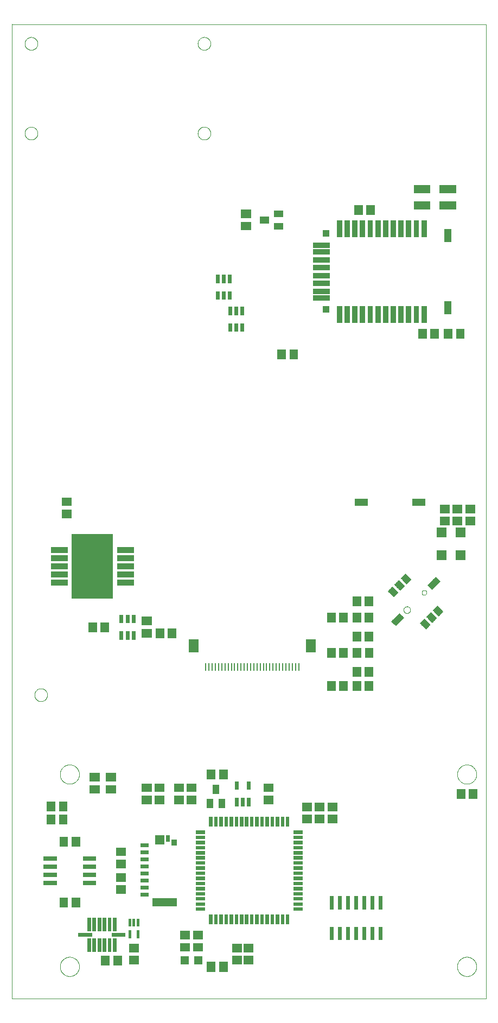
<source format=gtp>
G75*
%MOIN*%
%OFA0B0*%
%FSLAX25Y25*%
%IPPOS*%
%LPD*%
%AMOC8*
5,1,8,0,0,1.08239X$1,22.5*
%
%ADD10C,0.00000*%
%ADD11C,0.00205*%
%ADD12C,0.00189*%
%ADD13C,0.00197*%
%ADD14C,0.00208*%
%ADD15C,0.00215*%
%ADD16C,0.00200*%
%ADD17C,0.00204*%
%ADD18C,0.00252*%
%ADD19C,0.00195*%
%ADD20C,0.00220*%
%ADD21C,0.00201*%
%ADD22C,0.00192*%
%ADD23C,0.00198*%
%ADD24C,0.00177*%
%ADD25R,0.00984X0.04921*%
%ADD26R,0.06496X0.08071*%
D10*
X0004954Y0005248D02*
X0296293Y0005248D01*
X0296293Y0603673D01*
X0004954Y0603673D01*
X0004915Y0603831D02*
X0004915Y0005406D01*
X0034481Y0024933D02*
X0034483Y0025086D01*
X0034489Y0025240D01*
X0034499Y0025393D01*
X0034513Y0025545D01*
X0034531Y0025698D01*
X0034553Y0025849D01*
X0034578Y0026000D01*
X0034608Y0026151D01*
X0034642Y0026301D01*
X0034679Y0026449D01*
X0034720Y0026597D01*
X0034765Y0026743D01*
X0034814Y0026889D01*
X0034867Y0027033D01*
X0034923Y0027175D01*
X0034983Y0027316D01*
X0035047Y0027456D01*
X0035114Y0027594D01*
X0035185Y0027730D01*
X0035260Y0027864D01*
X0035337Y0027996D01*
X0035419Y0028126D01*
X0035503Y0028254D01*
X0035591Y0028380D01*
X0035682Y0028503D01*
X0035776Y0028624D01*
X0035874Y0028742D01*
X0035974Y0028858D01*
X0036078Y0028971D01*
X0036184Y0029082D01*
X0036293Y0029190D01*
X0036405Y0029295D01*
X0036519Y0029396D01*
X0036637Y0029495D01*
X0036756Y0029591D01*
X0036878Y0029684D01*
X0037003Y0029773D01*
X0037130Y0029860D01*
X0037259Y0029942D01*
X0037390Y0030022D01*
X0037523Y0030098D01*
X0037658Y0030171D01*
X0037795Y0030240D01*
X0037934Y0030305D01*
X0038074Y0030367D01*
X0038216Y0030425D01*
X0038359Y0030480D01*
X0038504Y0030531D01*
X0038650Y0030578D01*
X0038797Y0030621D01*
X0038945Y0030660D01*
X0039094Y0030696D01*
X0039244Y0030727D01*
X0039395Y0030755D01*
X0039546Y0030779D01*
X0039699Y0030799D01*
X0039851Y0030815D01*
X0040004Y0030827D01*
X0040157Y0030835D01*
X0040310Y0030839D01*
X0040464Y0030839D01*
X0040617Y0030835D01*
X0040770Y0030827D01*
X0040923Y0030815D01*
X0041075Y0030799D01*
X0041228Y0030779D01*
X0041379Y0030755D01*
X0041530Y0030727D01*
X0041680Y0030696D01*
X0041829Y0030660D01*
X0041977Y0030621D01*
X0042124Y0030578D01*
X0042270Y0030531D01*
X0042415Y0030480D01*
X0042558Y0030425D01*
X0042700Y0030367D01*
X0042840Y0030305D01*
X0042979Y0030240D01*
X0043116Y0030171D01*
X0043251Y0030098D01*
X0043384Y0030022D01*
X0043515Y0029942D01*
X0043644Y0029860D01*
X0043771Y0029773D01*
X0043896Y0029684D01*
X0044018Y0029591D01*
X0044137Y0029495D01*
X0044255Y0029396D01*
X0044369Y0029295D01*
X0044481Y0029190D01*
X0044590Y0029082D01*
X0044696Y0028971D01*
X0044800Y0028858D01*
X0044900Y0028742D01*
X0044998Y0028624D01*
X0045092Y0028503D01*
X0045183Y0028380D01*
X0045271Y0028254D01*
X0045355Y0028126D01*
X0045437Y0027996D01*
X0045514Y0027864D01*
X0045589Y0027730D01*
X0045660Y0027594D01*
X0045727Y0027456D01*
X0045791Y0027316D01*
X0045851Y0027175D01*
X0045907Y0027033D01*
X0045960Y0026889D01*
X0046009Y0026743D01*
X0046054Y0026597D01*
X0046095Y0026449D01*
X0046132Y0026301D01*
X0046166Y0026151D01*
X0046196Y0026000D01*
X0046221Y0025849D01*
X0046243Y0025698D01*
X0046261Y0025545D01*
X0046275Y0025393D01*
X0046285Y0025240D01*
X0046291Y0025086D01*
X0046293Y0024933D01*
X0046291Y0024780D01*
X0046285Y0024626D01*
X0046275Y0024473D01*
X0046261Y0024321D01*
X0046243Y0024168D01*
X0046221Y0024017D01*
X0046196Y0023866D01*
X0046166Y0023715D01*
X0046132Y0023565D01*
X0046095Y0023417D01*
X0046054Y0023269D01*
X0046009Y0023123D01*
X0045960Y0022977D01*
X0045907Y0022833D01*
X0045851Y0022691D01*
X0045791Y0022550D01*
X0045727Y0022410D01*
X0045660Y0022272D01*
X0045589Y0022136D01*
X0045514Y0022002D01*
X0045437Y0021870D01*
X0045355Y0021740D01*
X0045271Y0021612D01*
X0045183Y0021486D01*
X0045092Y0021363D01*
X0044998Y0021242D01*
X0044900Y0021124D01*
X0044800Y0021008D01*
X0044696Y0020895D01*
X0044590Y0020784D01*
X0044481Y0020676D01*
X0044369Y0020571D01*
X0044255Y0020470D01*
X0044137Y0020371D01*
X0044018Y0020275D01*
X0043896Y0020182D01*
X0043771Y0020093D01*
X0043644Y0020006D01*
X0043515Y0019924D01*
X0043384Y0019844D01*
X0043251Y0019768D01*
X0043116Y0019695D01*
X0042979Y0019626D01*
X0042840Y0019561D01*
X0042700Y0019499D01*
X0042558Y0019441D01*
X0042415Y0019386D01*
X0042270Y0019335D01*
X0042124Y0019288D01*
X0041977Y0019245D01*
X0041829Y0019206D01*
X0041680Y0019170D01*
X0041530Y0019139D01*
X0041379Y0019111D01*
X0041228Y0019087D01*
X0041075Y0019067D01*
X0040923Y0019051D01*
X0040770Y0019039D01*
X0040617Y0019031D01*
X0040464Y0019027D01*
X0040310Y0019027D01*
X0040157Y0019031D01*
X0040004Y0019039D01*
X0039851Y0019051D01*
X0039699Y0019067D01*
X0039546Y0019087D01*
X0039395Y0019111D01*
X0039244Y0019139D01*
X0039094Y0019170D01*
X0038945Y0019206D01*
X0038797Y0019245D01*
X0038650Y0019288D01*
X0038504Y0019335D01*
X0038359Y0019386D01*
X0038216Y0019441D01*
X0038074Y0019499D01*
X0037934Y0019561D01*
X0037795Y0019626D01*
X0037658Y0019695D01*
X0037523Y0019768D01*
X0037390Y0019844D01*
X0037259Y0019924D01*
X0037130Y0020006D01*
X0037003Y0020093D01*
X0036878Y0020182D01*
X0036756Y0020275D01*
X0036637Y0020371D01*
X0036519Y0020470D01*
X0036405Y0020571D01*
X0036293Y0020676D01*
X0036184Y0020784D01*
X0036078Y0020895D01*
X0035974Y0021008D01*
X0035874Y0021124D01*
X0035776Y0021242D01*
X0035682Y0021363D01*
X0035591Y0021486D01*
X0035503Y0021612D01*
X0035419Y0021740D01*
X0035337Y0021870D01*
X0035260Y0022002D01*
X0035185Y0022136D01*
X0035114Y0022272D01*
X0035047Y0022410D01*
X0034983Y0022550D01*
X0034923Y0022691D01*
X0034867Y0022833D01*
X0034814Y0022977D01*
X0034765Y0023123D01*
X0034720Y0023269D01*
X0034679Y0023417D01*
X0034642Y0023565D01*
X0034608Y0023715D01*
X0034578Y0023866D01*
X0034553Y0024017D01*
X0034531Y0024168D01*
X0034513Y0024321D01*
X0034499Y0024473D01*
X0034489Y0024626D01*
X0034483Y0024780D01*
X0034481Y0024933D01*
X0034481Y0143043D02*
X0034483Y0143196D01*
X0034489Y0143350D01*
X0034499Y0143503D01*
X0034513Y0143655D01*
X0034531Y0143808D01*
X0034553Y0143959D01*
X0034578Y0144110D01*
X0034608Y0144261D01*
X0034642Y0144411D01*
X0034679Y0144559D01*
X0034720Y0144707D01*
X0034765Y0144853D01*
X0034814Y0144999D01*
X0034867Y0145143D01*
X0034923Y0145285D01*
X0034983Y0145426D01*
X0035047Y0145566D01*
X0035114Y0145704D01*
X0035185Y0145840D01*
X0035260Y0145974D01*
X0035337Y0146106D01*
X0035419Y0146236D01*
X0035503Y0146364D01*
X0035591Y0146490D01*
X0035682Y0146613D01*
X0035776Y0146734D01*
X0035874Y0146852D01*
X0035974Y0146968D01*
X0036078Y0147081D01*
X0036184Y0147192D01*
X0036293Y0147300D01*
X0036405Y0147405D01*
X0036519Y0147506D01*
X0036637Y0147605D01*
X0036756Y0147701D01*
X0036878Y0147794D01*
X0037003Y0147883D01*
X0037130Y0147970D01*
X0037259Y0148052D01*
X0037390Y0148132D01*
X0037523Y0148208D01*
X0037658Y0148281D01*
X0037795Y0148350D01*
X0037934Y0148415D01*
X0038074Y0148477D01*
X0038216Y0148535D01*
X0038359Y0148590D01*
X0038504Y0148641D01*
X0038650Y0148688D01*
X0038797Y0148731D01*
X0038945Y0148770D01*
X0039094Y0148806D01*
X0039244Y0148837D01*
X0039395Y0148865D01*
X0039546Y0148889D01*
X0039699Y0148909D01*
X0039851Y0148925D01*
X0040004Y0148937D01*
X0040157Y0148945D01*
X0040310Y0148949D01*
X0040464Y0148949D01*
X0040617Y0148945D01*
X0040770Y0148937D01*
X0040923Y0148925D01*
X0041075Y0148909D01*
X0041228Y0148889D01*
X0041379Y0148865D01*
X0041530Y0148837D01*
X0041680Y0148806D01*
X0041829Y0148770D01*
X0041977Y0148731D01*
X0042124Y0148688D01*
X0042270Y0148641D01*
X0042415Y0148590D01*
X0042558Y0148535D01*
X0042700Y0148477D01*
X0042840Y0148415D01*
X0042979Y0148350D01*
X0043116Y0148281D01*
X0043251Y0148208D01*
X0043384Y0148132D01*
X0043515Y0148052D01*
X0043644Y0147970D01*
X0043771Y0147883D01*
X0043896Y0147794D01*
X0044018Y0147701D01*
X0044137Y0147605D01*
X0044255Y0147506D01*
X0044369Y0147405D01*
X0044481Y0147300D01*
X0044590Y0147192D01*
X0044696Y0147081D01*
X0044800Y0146968D01*
X0044900Y0146852D01*
X0044998Y0146734D01*
X0045092Y0146613D01*
X0045183Y0146490D01*
X0045271Y0146364D01*
X0045355Y0146236D01*
X0045437Y0146106D01*
X0045514Y0145974D01*
X0045589Y0145840D01*
X0045660Y0145704D01*
X0045727Y0145566D01*
X0045791Y0145426D01*
X0045851Y0145285D01*
X0045907Y0145143D01*
X0045960Y0144999D01*
X0046009Y0144853D01*
X0046054Y0144707D01*
X0046095Y0144559D01*
X0046132Y0144411D01*
X0046166Y0144261D01*
X0046196Y0144110D01*
X0046221Y0143959D01*
X0046243Y0143808D01*
X0046261Y0143655D01*
X0046275Y0143503D01*
X0046285Y0143350D01*
X0046291Y0143196D01*
X0046293Y0143043D01*
X0046291Y0142890D01*
X0046285Y0142736D01*
X0046275Y0142583D01*
X0046261Y0142431D01*
X0046243Y0142278D01*
X0046221Y0142127D01*
X0046196Y0141976D01*
X0046166Y0141825D01*
X0046132Y0141675D01*
X0046095Y0141527D01*
X0046054Y0141379D01*
X0046009Y0141233D01*
X0045960Y0141087D01*
X0045907Y0140943D01*
X0045851Y0140801D01*
X0045791Y0140660D01*
X0045727Y0140520D01*
X0045660Y0140382D01*
X0045589Y0140246D01*
X0045514Y0140112D01*
X0045437Y0139980D01*
X0045355Y0139850D01*
X0045271Y0139722D01*
X0045183Y0139596D01*
X0045092Y0139473D01*
X0044998Y0139352D01*
X0044900Y0139234D01*
X0044800Y0139118D01*
X0044696Y0139005D01*
X0044590Y0138894D01*
X0044481Y0138786D01*
X0044369Y0138681D01*
X0044255Y0138580D01*
X0044137Y0138481D01*
X0044018Y0138385D01*
X0043896Y0138292D01*
X0043771Y0138203D01*
X0043644Y0138116D01*
X0043515Y0138034D01*
X0043384Y0137954D01*
X0043251Y0137878D01*
X0043116Y0137805D01*
X0042979Y0137736D01*
X0042840Y0137671D01*
X0042700Y0137609D01*
X0042558Y0137551D01*
X0042415Y0137496D01*
X0042270Y0137445D01*
X0042124Y0137398D01*
X0041977Y0137355D01*
X0041829Y0137316D01*
X0041680Y0137280D01*
X0041530Y0137249D01*
X0041379Y0137221D01*
X0041228Y0137197D01*
X0041075Y0137177D01*
X0040923Y0137161D01*
X0040770Y0137149D01*
X0040617Y0137141D01*
X0040464Y0137137D01*
X0040310Y0137137D01*
X0040157Y0137141D01*
X0040004Y0137149D01*
X0039851Y0137161D01*
X0039699Y0137177D01*
X0039546Y0137197D01*
X0039395Y0137221D01*
X0039244Y0137249D01*
X0039094Y0137280D01*
X0038945Y0137316D01*
X0038797Y0137355D01*
X0038650Y0137398D01*
X0038504Y0137445D01*
X0038359Y0137496D01*
X0038216Y0137551D01*
X0038074Y0137609D01*
X0037934Y0137671D01*
X0037795Y0137736D01*
X0037658Y0137805D01*
X0037523Y0137878D01*
X0037390Y0137954D01*
X0037259Y0138034D01*
X0037130Y0138116D01*
X0037003Y0138203D01*
X0036878Y0138292D01*
X0036756Y0138385D01*
X0036637Y0138481D01*
X0036519Y0138580D01*
X0036405Y0138681D01*
X0036293Y0138786D01*
X0036184Y0138894D01*
X0036078Y0139005D01*
X0035974Y0139118D01*
X0035874Y0139234D01*
X0035776Y0139352D01*
X0035682Y0139473D01*
X0035591Y0139596D01*
X0035503Y0139722D01*
X0035419Y0139850D01*
X0035337Y0139980D01*
X0035260Y0140112D01*
X0035185Y0140246D01*
X0035114Y0140382D01*
X0035047Y0140520D01*
X0034983Y0140660D01*
X0034923Y0140801D01*
X0034867Y0140943D01*
X0034814Y0141087D01*
X0034765Y0141233D01*
X0034720Y0141379D01*
X0034679Y0141527D01*
X0034642Y0141675D01*
X0034608Y0141825D01*
X0034578Y0141976D01*
X0034553Y0142127D01*
X0034531Y0142278D01*
X0034513Y0142431D01*
X0034499Y0142583D01*
X0034489Y0142736D01*
X0034483Y0142890D01*
X0034481Y0143043D01*
X0004954Y0178476D02*
X0004954Y0335957D01*
X0018812Y0191823D02*
X0018814Y0191948D01*
X0018820Y0192073D01*
X0018830Y0192197D01*
X0018844Y0192321D01*
X0018861Y0192445D01*
X0018883Y0192568D01*
X0018909Y0192690D01*
X0018938Y0192812D01*
X0018971Y0192932D01*
X0019009Y0193051D01*
X0019049Y0193170D01*
X0019094Y0193286D01*
X0019142Y0193401D01*
X0019194Y0193515D01*
X0019250Y0193627D01*
X0019309Y0193737D01*
X0019371Y0193845D01*
X0019437Y0193952D01*
X0019506Y0194056D01*
X0019579Y0194157D01*
X0019654Y0194257D01*
X0019733Y0194354D01*
X0019815Y0194448D01*
X0019900Y0194540D01*
X0019987Y0194629D01*
X0020078Y0194715D01*
X0020171Y0194798D01*
X0020267Y0194879D01*
X0020365Y0194956D01*
X0020465Y0195030D01*
X0020568Y0195101D01*
X0020673Y0195168D01*
X0020781Y0195233D01*
X0020890Y0195293D01*
X0021001Y0195351D01*
X0021114Y0195404D01*
X0021228Y0195454D01*
X0021344Y0195501D01*
X0021461Y0195543D01*
X0021580Y0195582D01*
X0021700Y0195618D01*
X0021821Y0195649D01*
X0021943Y0195677D01*
X0022065Y0195700D01*
X0022189Y0195720D01*
X0022313Y0195736D01*
X0022437Y0195748D01*
X0022562Y0195756D01*
X0022687Y0195760D01*
X0022811Y0195760D01*
X0022936Y0195756D01*
X0023061Y0195748D01*
X0023185Y0195736D01*
X0023309Y0195720D01*
X0023433Y0195700D01*
X0023555Y0195677D01*
X0023677Y0195649D01*
X0023798Y0195618D01*
X0023918Y0195582D01*
X0024037Y0195543D01*
X0024154Y0195501D01*
X0024270Y0195454D01*
X0024384Y0195404D01*
X0024497Y0195351D01*
X0024608Y0195293D01*
X0024718Y0195233D01*
X0024825Y0195168D01*
X0024930Y0195101D01*
X0025033Y0195030D01*
X0025133Y0194956D01*
X0025231Y0194879D01*
X0025327Y0194798D01*
X0025420Y0194715D01*
X0025511Y0194629D01*
X0025598Y0194540D01*
X0025683Y0194448D01*
X0025765Y0194354D01*
X0025844Y0194257D01*
X0025919Y0194157D01*
X0025992Y0194056D01*
X0026061Y0193952D01*
X0026127Y0193845D01*
X0026189Y0193737D01*
X0026248Y0193627D01*
X0026304Y0193515D01*
X0026356Y0193401D01*
X0026404Y0193286D01*
X0026449Y0193170D01*
X0026489Y0193051D01*
X0026527Y0192932D01*
X0026560Y0192812D01*
X0026589Y0192690D01*
X0026615Y0192568D01*
X0026637Y0192445D01*
X0026654Y0192321D01*
X0026668Y0192197D01*
X0026678Y0192073D01*
X0026684Y0191948D01*
X0026686Y0191823D01*
X0026684Y0191698D01*
X0026678Y0191573D01*
X0026668Y0191449D01*
X0026654Y0191325D01*
X0026637Y0191201D01*
X0026615Y0191078D01*
X0026589Y0190956D01*
X0026560Y0190834D01*
X0026527Y0190714D01*
X0026489Y0190595D01*
X0026449Y0190476D01*
X0026404Y0190360D01*
X0026356Y0190245D01*
X0026304Y0190131D01*
X0026248Y0190019D01*
X0026189Y0189909D01*
X0026127Y0189801D01*
X0026061Y0189694D01*
X0025992Y0189590D01*
X0025919Y0189489D01*
X0025844Y0189389D01*
X0025765Y0189292D01*
X0025683Y0189198D01*
X0025598Y0189106D01*
X0025511Y0189017D01*
X0025420Y0188931D01*
X0025327Y0188848D01*
X0025231Y0188767D01*
X0025133Y0188690D01*
X0025033Y0188616D01*
X0024930Y0188545D01*
X0024825Y0188478D01*
X0024717Y0188413D01*
X0024608Y0188353D01*
X0024497Y0188295D01*
X0024384Y0188242D01*
X0024270Y0188192D01*
X0024154Y0188145D01*
X0024037Y0188103D01*
X0023918Y0188064D01*
X0023798Y0188028D01*
X0023677Y0187997D01*
X0023555Y0187969D01*
X0023433Y0187946D01*
X0023309Y0187926D01*
X0023185Y0187910D01*
X0023061Y0187898D01*
X0022936Y0187890D01*
X0022811Y0187886D01*
X0022687Y0187886D01*
X0022562Y0187890D01*
X0022437Y0187898D01*
X0022313Y0187910D01*
X0022189Y0187926D01*
X0022065Y0187946D01*
X0021943Y0187969D01*
X0021821Y0187997D01*
X0021700Y0188028D01*
X0021580Y0188064D01*
X0021461Y0188103D01*
X0021344Y0188145D01*
X0021228Y0188192D01*
X0021114Y0188242D01*
X0021001Y0188295D01*
X0020890Y0188353D01*
X0020780Y0188413D01*
X0020673Y0188478D01*
X0020568Y0188545D01*
X0020465Y0188616D01*
X0020365Y0188690D01*
X0020267Y0188767D01*
X0020171Y0188848D01*
X0020078Y0188931D01*
X0019987Y0189017D01*
X0019900Y0189106D01*
X0019815Y0189198D01*
X0019733Y0189292D01*
X0019654Y0189389D01*
X0019579Y0189489D01*
X0019506Y0189590D01*
X0019437Y0189694D01*
X0019371Y0189801D01*
X0019309Y0189909D01*
X0019250Y0190019D01*
X0019194Y0190131D01*
X0019142Y0190245D01*
X0019094Y0190360D01*
X0019049Y0190476D01*
X0019009Y0190595D01*
X0018971Y0190714D01*
X0018938Y0190834D01*
X0018909Y0190956D01*
X0018883Y0191078D01*
X0018861Y0191201D01*
X0018844Y0191325D01*
X0018830Y0191449D01*
X0018820Y0191573D01*
X0018814Y0191698D01*
X0018812Y0191823D01*
X0245629Y0244053D02*
X0245631Y0244144D01*
X0245637Y0244234D01*
X0245647Y0244325D01*
X0245661Y0244414D01*
X0245679Y0244503D01*
X0245700Y0244592D01*
X0245726Y0244679D01*
X0245755Y0244765D01*
X0245789Y0244849D01*
X0245825Y0244932D01*
X0245866Y0245014D01*
X0245910Y0245093D01*
X0245957Y0245171D01*
X0246008Y0245246D01*
X0246062Y0245319D01*
X0246119Y0245389D01*
X0246179Y0245457D01*
X0246242Y0245523D01*
X0246308Y0245585D01*
X0246377Y0245644D01*
X0246448Y0245701D01*
X0246522Y0245754D01*
X0246598Y0245804D01*
X0246676Y0245851D01*
X0246756Y0245894D01*
X0246837Y0245933D01*
X0246921Y0245969D01*
X0247006Y0246001D01*
X0247092Y0246030D01*
X0247179Y0246054D01*
X0247268Y0246075D01*
X0247357Y0246092D01*
X0247447Y0246105D01*
X0247537Y0246114D01*
X0247628Y0246119D01*
X0247719Y0246120D01*
X0247809Y0246117D01*
X0247900Y0246110D01*
X0247990Y0246099D01*
X0248080Y0246084D01*
X0248169Y0246065D01*
X0248257Y0246043D01*
X0248343Y0246016D01*
X0248429Y0245986D01*
X0248513Y0245952D01*
X0248596Y0245914D01*
X0248677Y0245873D01*
X0248756Y0245828D01*
X0248833Y0245779D01*
X0248907Y0245728D01*
X0248980Y0245673D01*
X0249050Y0245615D01*
X0249117Y0245554D01*
X0249181Y0245490D01*
X0249243Y0245424D01*
X0249302Y0245354D01*
X0249357Y0245283D01*
X0249410Y0245208D01*
X0249459Y0245132D01*
X0249505Y0245054D01*
X0249547Y0244973D01*
X0249586Y0244891D01*
X0249621Y0244807D01*
X0249652Y0244722D01*
X0249679Y0244635D01*
X0249703Y0244548D01*
X0249723Y0244459D01*
X0249739Y0244370D01*
X0249751Y0244280D01*
X0249759Y0244189D01*
X0249763Y0244098D01*
X0249763Y0244008D01*
X0249759Y0243917D01*
X0249751Y0243826D01*
X0249739Y0243736D01*
X0249723Y0243647D01*
X0249703Y0243558D01*
X0249679Y0243471D01*
X0249652Y0243384D01*
X0249621Y0243299D01*
X0249586Y0243215D01*
X0249547Y0243133D01*
X0249505Y0243052D01*
X0249459Y0242974D01*
X0249410Y0242898D01*
X0249357Y0242823D01*
X0249302Y0242752D01*
X0249243Y0242682D01*
X0249181Y0242616D01*
X0249117Y0242552D01*
X0249050Y0242491D01*
X0248980Y0242433D01*
X0248907Y0242378D01*
X0248833Y0242327D01*
X0248756Y0242278D01*
X0248677Y0242233D01*
X0248596Y0242192D01*
X0248513Y0242154D01*
X0248429Y0242120D01*
X0248343Y0242090D01*
X0248257Y0242063D01*
X0248169Y0242041D01*
X0248080Y0242022D01*
X0247990Y0242007D01*
X0247900Y0241996D01*
X0247809Y0241989D01*
X0247719Y0241986D01*
X0247628Y0241987D01*
X0247537Y0241992D01*
X0247447Y0242001D01*
X0247357Y0242014D01*
X0247268Y0242031D01*
X0247179Y0242052D01*
X0247092Y0242076D01*
X0247006Y0242105D01*
X0246921Y0242137D01*
X0246837Y0242173D01*
X0246756Y0242212D01*
X0246676Y0242255D01*
X0246598Y0242302D01*
X0246522Y0242352D01*
X0246448Y0242405D01*
X0246377Y0242462D01*
X0246308Y0242521D01*
X0246242Y0242583D01*
X0246179Y0242649D01*
X0246119Y0242717D01*
X0246062Y0242787D01*
X0246008Y0242860D01*
X0245957Y0242935D01*
X0245910Y0243013D01*
X0245866Y0243092D01*
X0245825Y0243174D01*
X0245789Y0243257D01*
X0245755Y0243341D01*
X0245726Y0243427D01*
X0245700Y0243514D01*
X0245679Y0243603D01*
X0245661Y0243692D01*
X0245647Y0243781D01*
X0245637Y0243872D01*
X0245631Y0243962D01*
X0245629Y0244053D01*
X0256799Y0254632D02*
X0256801Y0254709D01*
X0256807Y0254785D01*
X0256817Y0254861D01*
X0256831Y0254936D01*
X0256848Y0255011D01*
X0256870Y0255084D01*
X0256895Y0255157D01*
X0256925Y0255228D01*
X0256957Y0255297D01*
X0256994Y0255364D01*
X0257033Y0255430D01*
X0257076Y0255493D01*
X0257123Y0255554D01*
X0257172Y0255613D01*
X0257225Y0255669D01*
X0257280Y0255722D01*
X0257338Y0255772D01*
X0257398Y0255819D01*
X0257461Y0255863D01*
X0257526Y0255904D01*
X0257593Y0255941D01*
X0257662Y0255975D01*
X0257732Y0256005D01*
X0257804Y0256031D01*
X0257878Y0256053D01*
X0257952Y0256072D01*
X0258027Y0256087D01*
X0258103Y0256098D01*
X0258179Y0256105D01*
X0258256Y0256108D01*
X0258332Y0256107D01*
X0258409Y0256102D01*
X0258485Y0256093D01*
X0258561Y0256080D01*
X0258635Y0256063D01*
X0258709Y0256043D01*
X0258782Y0256018D01*
X0258853Y0255990D01*
X0258923Y0255958D01*
X0258991Y0255923D01*
X0259057Y0255884D01*
X0259121Y0255842D01*
X0259182Y0255796D01*
X0259242Y0255747D01*
X0259298Y0255696D01*
X0259352Y0255641D01*
X0259403Y0255584D01*
X0259451Y0255524D01*
X0259496Y0255462D01*
X0259537Y0255397D01*
X0259575Y0255331D01*
X0259610Y0255263D01*
X0259640Y0255192D01*
X0259668Y0255121D01*
X0259691Y0255048D01*
X0259711Y0254974D01*
X0259727Y0254899D01*
X0259739Y0254823D01*
X0259747Y0254747D01*
X0259751Y0254670D01*
X0259751Y0254594D01*
X0259747Y0254517D01*
X0259739Y0254441D01*
X0259727Y0254365D01*
X0259711Y0254290D01*
X0259691Y0254216D01*
X0259668Y0254143D01*
X0259640Y0254072D01*
X0259610Y0254001D01*
X0259575Y0253933D01*
X0259537Y0253867D01*
X0259496Y0253802D01*
X0259451Y0253740D01*
X0259403Y0253680D01*
X0259352Y0253623D01*
X0259298Y0253568D01*
X0259242Y0253517D01*
X0259182Y0253468D01*
X0259121Y0253422D01*
X0259057Y0253380D01*
X0258991Y0253341D01*
X0258923Y0253306D01*
X0258853Y0253274D01*
X0258782Y0253246D01*
X0258709Y0253221D01*
X0258635Y0253201D01*
X0258561Y0253184D01*
X0258485Y0253171D01*
X0258409Y0253162D01*
X0258332Y0253157D01*
X0258256Y0253156D01*
X0258179Y0253159D01*
X0258103Y0253166D01*
X0258027Y0253177D01*
X0257952Y0253192D01*
X0257878Y0253211D01*
X0257804Y0253233D01*
X0257732Y0253259D01*
X0257662Y0253289D01*
X0257593Y0253323D01*
X0257526Y0253360D01*
X0257461Y0253401D01*
X0257398Y0253445D01*
X0257338Y0253492D01*
X0257280Y0253542D01*
X0257225Y0253595D01*
X0257172Y0253651D01*
X0257123Y0253710D01*
X0257076Y0253771D01*
X0257033Y0253834D01*
X0256994Y0253900D01*
X0256957Y0253967D01*
X0256925Y0254036D01*
X0256895Y0254107D01*
X0256870Y0254180D01*
X0256848Y0254253D01*
X0256831Y0254328D01*
X0256817Y0254403D01*
X0256807Y0254479D01*
X0256801Y0254555D01*
X0256799Y0254632D01*
X0296293Y0178476D02*
X0296293Y0335957D01*
X0296253Y0351862D02*
X0296253Y0509343D01*
X0119127Y0536744D02*
X0119129Y0536869D01*
X0119135Y0536994D01*
X0119145Y0537118D01*
X0119159Y0537242D01*
X0119176Y0537366D01*
X0119198Y0537489D01*
X0119224Y0537611D01*
X0119253Y0537733D01*
X0119286Y0537853D01*
X0119324Y0537972D01*
X0119364Y0538091D01*
X0119409Y0538207D01*
X0119457Y0538322D01*
X0119509Y0538436D01*
X0119565Y0538548D01*
X0119624Y0538658D01*
X0119686Y0538766D01*
X0119752Y0538873D01*
X0119821Y0538977D01*
X0119894Y0539078D01*
X0119969Y0539178D01*
X0120048Y0539275D01*
X0120130Y0539369D01*
X0120215Y0539461D01*
X0120302Y0539550D01*
X0120393Y0539636D01*
X0120486Y0539719D01*
X0120582Y0539800D01*
X0120680Y0539877D01*
X0120780Y0539951D01*
X0120883Y0540022D01*
X0120988Y0540089D01*
X0121096Y0540154D01*
X0121205Y0540214D01*
X0121316Y0540272D01*
X0121429Y0540325D01*
X0121543Y0540375D01*
X0121659Y0540422D01*
X0121776Y0540464D01*
X0121895Y0540503D01*
X0122015Y0540539D01*
X0122136Y0540570D01*
X0122258Y0540598D01*
X0122380Y0540621D01*
X0122504Y0540641D01*
X0122628Y0540657D01*
X0122752Y0540669D01*
X0122877Y0540677D01*
X0123002Y0540681D01*
X0123126Y0540681D01*
X0123251Y0540677D01*
X0123376Y0540669D01*
X0123500Y0540657D01*
X0123624Y0540641D01*
X0123748Y0540621D01*
X0123870Y0540598D01*
X0123992Y0540570D01*
X0124113Y0540539D01*
X0124233Y0540503D01*
X0124352Y0540464D01*
X0124469Y0540422D01*
X0124585Y0540375D01*
X0124699Y0540325D01*
X0124812Y0540272D01*
X0124923Y0540214D01*
X0125033Y0540154D01*
X0125140Y0540089D01*
X0125245Y0540022D01*
X0125348Y0539951D01*
X0125448Y0539877D01*
X0125546Y0539800D01*
X0125642Y0539719D01*
X0125735Y0539636D01*
X0125826Y0539550D01*
X0125913Y0539461D01*
X0125998Y0539369D01*
X0126080Y0539275D01*
X0126159Y0539178D01*
X0126234Y0539078D01*
X0126307Y0538977D01*
X0126376Y0538873D01*
X0126442Y0538766D01*
X0126504Y0538658D01*
X0126563Y0538548D01*
X0126619Y0538436D01*
X0126671Y0538322D01*
X0126719Y0538207D01*
X0126764Y0538091D01*
X0126804Y0537972D01*
X0126842Y0537853D01*
X0126875Y0537733D01*
X0126904Y0537611D01*
X0126930Y0537489D01*
X0126952Y0537366D01*
X0126969Y0537242D01*
X0126983Y0537118D01*
X0126993Y0536994D01*
X0126999Y0536869D01*
X0127001Y0536744D01*
X0126999Y0536619D01*
X0126993Y0536494D01*
X0126983Y0536370D01*
X0126969Y0536246D01*
X0126952Y0536122D01*
X0126930Y0535999D01*
X0126904Y0535877D01*
X0126875Y0535755D01*
X0126842Y0535635D01*
X0126804Y0535516D01*
X0126764Y0535397D01*
X0126719Y0535281D01*
X0126671Y0535166D01*
X0126619Y0535052D01*
X0126563Y0534940D01*
X0126504Y0534830D01*
X0126442Y0534722D01*
X0126376Y0534615D01*
X0126307Y0534511D01*
X0126234Y0534410D01*
X0126159Y0534310D01*
X0126080Y0534213D01*
X0125998Y0534119D01*
X0125913Y0534027D01*
X0125826Y0533938D01*
X0125735Y0533852D01*
X0125642Y0533769D01*
X0125546Y0533688D01*
X0125448Y0533611D01*
X0125348Y0533537D01*
X0125245Y0533466D01*
X0125140Y0533399D01*
X0125032Y0533334D01*
X0124923Y0533274D01*
X0124812Y0533216D01*
X0124699Y0533163D01*
X0124585Y0533113D01*
X0124469Y0533066D01*
X0124352Y0533024D01*
X0124233Y0532985D01*
X0124113Y0532949D01*
X0123992Y0532918D01*
X0123870Y0532890D01*
X0123748Y0532867D01*
X0123624Y0532847D01*
X0123500Y0532831D01*
X0123376Y0532819D01*
X0123251Y0532811D01*
X0123126Y0532807D01*
X0123002Y0532807D01*
X0122877Y0532811D01*
X0122752Y0532819D01*
X0122628Y0532831D01*
X0122504Y0532847D01*
X0122380Y0532867D01*
X0122258Y0532890D01*
X0122136Y0532918D01*
X0122015Y0532949D01*
X0121895Y0532985D01*
X0121776Y0533024D01*
X0121659Y0533066D01*
X0121543Y0533113D01*
X0121429Y0533163D01*
X0121316Y0533216D01*
X0121205Y0533274D01*
X0121095Y0533334D01*
X0120988Y0533399D01*
X0120883Y0533466D01*
X0120780Y0533537D01*
X0120680Y0533611D01*
X0120582Y0533688D01*
X0120486Y0533769D01*
X0120393Y0533852D01*
X0120302Y0533938D01*
X0120215Y0534027D01*
X0120130Y0534119D01*
X0120048Y0534213D01*
X0119969Y0534310D01*
X0119894Y0534410D01*
X0119821Y0534511D01*
X0119752Y0534615D01*
X0119686Y0534722D01*
X0119624Y0534830D01*
X0119565Y0534940D01*
X0119509Y0535052D01*
X0119457Y0535166D01*
X0119409Y0535281D01*
X0119364Y0535397D01*
X0119324Y0535516D01*
X0119286Y0535635D01*
X0119253Y0535755D01*
X0119224Y0535877D01*
X0119198Y0535999D01*
X0119176Y0536122D01*
X0119159Y0536246D01*
X0119145Y0536370D01*
X0119135Y0536494D01*
X0119129Y0536619D01*
X0119127Y0536744D01*
X0119127Y0591862D02*
X0119129Y0591987D01*
X0119135Y0592112D01*
X0119145Y0592236D01*
X0119159Y0592360D01*
X0119176Y0592484D01*
X0119198Y0592607D01*
X0119224Y0592729D01*
X0119253Y0592851D01*
X0119286Y0592971D01*
X0119324Y0593090D01*
X0119364Y0593209D01*
X0119409Y0593325D01*
X0119457Y0593440D01*
X0119509Y0593554D01*
X0119565Y0593666D01*
X0119624Y0593776D01*
X0119686Y0593884D01*
X0119752Y0593991D01*
X0119821Y0594095D01*
X0119894Y0594196D01*
X0119969Y0594296D01*
X0120048Y0594393D01*
X0120130Y0594487D01*
X0120215Y0594579D01*
X0120302Y0594668D01*
X0120393Y0594754D01*
X0120486Y0594837D01*
X0120582Y0594918D01*
X0120680Y0594995D01*
X0120780Y0595069D01*
X0120883Y0595140D01*
X0120988Y0595207D01*
X0121096Y0595272D01*
X0121205Y0595332D01*
X0121316Y0595390D01*
X0121429Y0595443D01*
X0121543Y0595493D01*
X0121659Y0595540D01*
X0121776Y0595582D01*
X0121895Y0595621D01*
X0122015Y0595657D01*
X0122136Y0595688D01*
X0122258Y0595716D01*
X0122380Y0595739D01*
X0122504Y0595759D01*
X0122628Y0595775D01*
X0122752Y0595787D01*
X0122877Y0595795D01*
X0123002Y0595799D01*
X0123126Y0595799D01*
X0123251Y0595795D01*
X0123376Y0595787D01*
X0123500Y0595775D01*
X0123624Y0595759D01*
X0123748Y0595739D01*
X0123870Y0595716D01*
X0123992Y0595688D01*
X0124113Y0595657D01*
X0124233Y0595621D01*
X0124352Y0595582D01*
X0124469Y0595540D01*
X0124585Y0595493D01*
X0124699Y0595443D01*
X0124812Y0595390D01*
X0124923Y0595332D01*
X0125033Y0595272D01*
X0125140Y0595207D01*
X0125245Y0595140D01*
X0125348Y0595069D01*
X0125448Y0594995D01*
X0125546Y0594918D01*
X0125642Y0594837D01*
X0125735Y0594754D01*
X0125826Y0594668D01*
X0125913Y0594579D01*
X0125998Y0594487D01*
X0126080Y0594393D01*
X0126159Y0594296D01*
X0126234Y0594196D01*
X0126307Y0594095D01*
X0126376Y0593991D01*
X0126442Y0593884D01*
X0126504Y0593776D01*
X0126563Y0593666D01*
X0126619Y0593554D01*
X0126671Y0593440D01*
X0126719Y0593325D01*
X0126764Y0593209D01*
X0126804Y0593090D01*
X0126842Y0592971D01*
X0126875Y0592851D01*
X0126904Y0592729D01*
X0126930Y0592607D01*
X0126952Y0592484D01*
X0126969Y0592360D01*
X0126983Y0592236D01*
X0126993Y0592112D01*
X0126999Y0591987D01*
X0127001Y0591862D01*
X0126999Y0591737D01*
X0126993Y0591612D01*
X0126983Y0591488D01*
X0126969Y0591364D01*
X0126952Y0591240D01*
X0126930Y0591117D01*
X0126904Y0590995D01*
X0126875Y0590873D01*
X0126842Y0590753D01*
X0126804Y0590634D01*
X0126764Y0590515D01*
X0126719Y0590399D01*
X0126671Y0590284D01*
X0126619Y0590170D01*
X0126563Y0590058D01*
X0126504Y0589948D01*
X0126442Y0589840D01*
X0126376Y0589733D01*
X0126307Y0589629D01*
X0126234Y0589528D01*
X0126159Y0589428D01*
X0126080Y0589331D01*
X0125998Y0589237D01*
X0125913Y0589145D01*
X0125826Y0589056D01*
X0125735Y0588970D01*
X0125642Y0588887D01*
X0125546Y0588806D01*
X0125448Y0588729D01*
X0125348Y0588655D01*
X0125245Y0588584D01*
X0125140Y0588517D01*
X0125032Y0588452D01*
X0124923Y0588392D01*
X0124812Y0588334D01*
X0124699Y0588281D01*
X0124585Y0588231D01*
X0124469Y0588184D01*
X0124352Y0588142D01*
X0124233Y0588103D01*
X0124113Y0588067D01*
X0123992Y0588036D01*
X0123870Y0588008D01*
X0123748Y0587985D01*
X0123624Y0587965D01*
X0123500Y0587949D01*
X0123376Y0587937D01*
X0123251Y0587929D01*
X0123126Y0587925D01*
X0123002Y0587925D01*
X0122877Y0587929D01*
X0122752Y0587937D01*
X0122628Y0587949D01*
X0122504Y0587965D01*
X0122380Y0587985D01*
X0122258Y0588008D01*
X0122136Y0588036D01*
X0122015Y0588067D01*
X0121895Y0588103D01*
X0121776Y0588142D01*
X0121659Y0588184D01*
X0121543Y0588231D01*
X0121429Y0588281D01*
X0121316Y0588334D01*
X0121205Y0588392D01*
X0121095Y0588452D01*
X0120988Y0588517D01*
X0120883Y0588584D01*
X0120780Y0588655D01*
X0120680Y0588729D01*
X0120582Y0588806D01*
X0120486Y0588887D01*
X0120393Y0588970D01*
X0120302Y0589056D01*
X0120215Y0589145D01*
X0120130Y0589237D01*
X0120048Y0589331D01*
X0119969Y0589428D01*
X0119894Y0589528D01*
X0119821Y0589629D01*
X0119752Y0589733D01*
X0119686Y0589840D01*
X0119624Y0589948D01*
X0119565Y0590058D01*
X0119509Y0590170D01*
X0119457Y0590284D01*
X0119409Y0590399D01*
X0119364Y0590515D01*
X0119324Y0590634D01*
X0119286Y0590753D01*
X0119253Y0590873D01*
X0119224Y0590995D01*
X0119198Y0591117D01*
X0119176Y0591240D01*
X0119159Y0591364D01*
X0119145Y0591488D01*
X0119135Y0591612D01*
X0119129Y0591737D01*
X0119127Y0591862D01*
X0012828Y0591862D02*
X0012830Y0591987D01*
X0012836Y0592112D01*
X0012846Y0592236D01*
X0012860Y0592360D01*
X0012877Y0592484D01*
X0012899Y0592607D01*
X0012925Y0592729D01*
X0012954Y0592851D01*
X0012987Y0592971D01*
X0013025Y0593090D01*
X0013065Y0593209D01*
X0013110Y0593325D01*
X0013158Y0593440D01*
X0013210Y0593554D01*
X0013266Y0593666D01*
X0013325Y0593776D01*
X0013387Y0593884D01*
X0013453Y0593991D01*
X0013522Y0594095D01*
X0013595Y0594196D01*
X0013670Y0594296D01*
X0013749Y0594393D01*
X0013831Y0594487D01*
X0013916Y0594579D01*
X0014003Y0594668D01*
X0014094Y0594754D01*
X0014187Y0594837D01*
X0014283Y0594918D01*
X0014381Y0594995D01*
X0014481Y0595069D01*
X0014584Y0595140D01*
X0014689Y0595207D01*
X0014797Y0595272D01*
X0014906Y0595332D01*
X0015017Y0595390D01*
X0015130Y0595443D01*
X0015244Y0595493D01*
X0015360Y0595540D01*
X0015477Y0595582D01*
X0015596Y0595621D01*
X0015716Y0595657D01*
X0015837Y0595688D01*
X0015959Y0595716D01*
X0016081Y0595739D01*
X0016205Y0595759D01*
X0016329Y0595775D01*
X0016453Y0595787D01*
X0016578Y0595795D01*
X0016703Y0595799D01*
X0016827Y0595799D01*
X0016952Y0595795D01*
X0017077Y0595787D01*
X0017201Y0595775D01*
X0017325Y0595759D01*
X0017449Y0595739D01*
X0017571Y0595716D01*
X0017693Y0595688D01*
X0017814Y0595657D01*
X0017934Y0595621D01*
X0018053Y0595582D01*
X0018170Y0595540D01*
X0018286Y0595493D01*
X0018400Y0595443D01*
X0018513Y0595390D01*
X0018624Y0595332D01*
X0018734Y0595272D01*
X0018841Y0595207D01*
X0018946Y0595140D01*
X0019049Y0595069D01*
X0019149Y0594995D01*
X0019247Y0594918D01*
X0019343Y0594837D01*
X0019436Y0594754D01*
X0019527Y0594668D01*
X0019614Y0594579D01*
X0019699Y0594487D01*
X0019781Y0594393D01*
X0019860Y0594296D01*
X0019935Y0594196D01*
X0020008Y0594095D01*
X0020077Y0593991D01*
X0020143Y0593884D01*
X0020205Y0593776D01*
X0020264Y0593666D01*
X0020320Y0593554D01*
X0020372Y0593440D01*
X0020420Y0593325D01*
X0020465Y0593209D01*
X0020505Y0593090D01*
X0020543Y0592971D01*
X0020576Y0592851D01*
X0020605Y0592729D01*
X0020631Y0592607D01*
X0020653Y0592484D01*
X0020670Y0592360D01*
X0020684Y0592236D01*
X0020694Y0592112D01*
X0020700Y0591987D01*
X0020702Y0591862D01*
X0020700Y0591737D01*
X0020694Y0591612D01*
X0020684Y0591488D01*
X0020670Y0591364D01*
X0020653Y0591240D01*
X0020631Y0591117D01*
X0020605Y0590995D01*
X0020576Y0590873D01*
X0020543Y0590753D01*
X0020505Y0590634D01*
X0020465Y0590515D01*
X0020420Y0590399D01*
X0020372Y0590284D01*
X0020320Y0590170D01*
X0020264Y0590058D01*
X0020205Y0589948D01*
X0020143Y0589840D01*
X0020077Y0589733D01*
X0020008Y0589629D01*
X0019935Y0589528D01*
X0019860Y0589428D01*
X0019781Y0589331D01*
X0019699Y0589237D01*
X0019614Y0589145D01*
X0019527Y0589056D01*
X0019436Y0588970D01*
X0019343Y0588887D01*
X0019247Y0588806D01*
X0019149Y0588729D01*
X0019049Y0588655D01*
X0018946Y0588584D01*
X0018841Y0588517D01*
X0018733Y0588452D01*
X0018624Y0588392D01*
X0018513Y0588334D01*
X0018400Y0588281D01*
X0018286Y0588231D01*
X0018170Y0588184D01*
X0018053Y0588142D01*
X0017934Y0588103D01*
X0017814Y0588067D01*
X0017693Y0588036D01*
X0017571Y0588008D01*
X0017449Y0587985D01*
X0017325Y0587965D01*
X0017201Y0587949D01*
X0017077Y0587937D01*
X0016952Y0587929D01*
X0016827Y0587925D01*
X0016703Y0587925D01*
X0016578Y0587929D01*
X0016453Y0587937D01*
X0016329Y0587949D01*
X0016205Y0587965D01*
X0016081Y0587985D01*
X0015959Y0588008D01*
X0015837Y0588036D01*
X0015716Y0588067D01*
X0015596Y0588103D01*
X0015477Y0588142D01*
X0015360Y0588184D01*
X0015244Y0588231D01*
X0015130Y0588281D01*
X0015017Y0588334D01*
X0014906Y0588392D01*
X0014796Y0588452D01*
X0014689Y0588517D01*
X0014584Y0588584D01*
X0014481Y0588655D01*
X0014381Y0588729D01*
X0014283Y0588806D01*
X0014187Y0588887D01*
X0014094Y0588970D01*
X0014003Y0589056D01*
X0013916Y0589145D01*
X0013831Y0589237D01*
X0013749Y0589331D01*
X0013670Y0589428D01*
X0013595Y0589528D01*
X0013522Y0589629D01*
X0013453Y0589733D01*
X0013387Y0589840D01*
X0013325Y0589948D01*
X0013266Y0590058D01*
X0013210Y0590170D01*
X0013158Y0590284D01*
X0013110Y0590399D01*
X0013065Y0590515D01*
X0013025Y0590634D01*
X0012987Y0590753D01*
X0012954Y0590873D01*
X0012925Y0590995D01*
X0012899Y0591117D01*
X0012877Y0591240D01*
X0012860Y0591364D01*
X0012846Y0591488D01*
X0012836Y0591612D01*
X0012830Y0591737D01*
X0012828Y0591862D01*
X0012828Y0536744D02*
X0012830Y0536869D01*
X0012836Y0536994D01*
X0012846Y0537118D01*
X0012860Y0537242D01*
X0012877Y0537366D01*
X0012899Y0537489D01*
X0012925Y0537611D01*
X0012954Y0537733D01*
X0012987Y0537853D01*
X0013025Y0537972D01*
X0013065Y0538091D01*
X0013110Y0538207D01*
X0013158Y0538322D01*
X0013210Y0538436D01*
X0013266Y0538548D01*
X0013325Y0538658D01*
X0013387Y0538766D01*
X0013453Y0538873D01*
X0013522Y0538977D01*
X0013595Y0539078D01*
X0013670Y0539178D01*
X0013749Y0539275D01*
X0013831Y0539369D01*
X0013916Y0539461D01*
X0014003Y0539550D01*
X0014094Y0539636D01*
X0014187Y0539719D01*
X0014283Y0539800D01*
X0014381Y0539877D01*
X0014481Y0539951D01*
X0014584Y0540022D01*
X0014689Y0540089D01*
X0014797Y0540154D01*
X0014906Y0540214D01*
X0015017Y0540272D01*
X0015130Y0540325D01*
X0015244Y0540375D01*
X0015360Y0540422D01*
X0015477Y0540464D01*
X0015596Y0540503D01*
X0015716Y0540539D01*
X0015837Y0540570D01*
X0015959Y0540598D01*
X0016081Y0540621D01*
X0016205Y0540641D01*
X0016329Y0540657D01*
X0016453Y0540669D01*
X0016578Y0540677D01*
X0016703Y0540681D01*
X0016827Y0540681D01*
X0016952Y0540677D01*
X0017077Y0540669D01*
X0017201Y0540657D01*
X0017325Y0540641D01*
X0017449Y0540621D01*
X0017571Y0540598D01*
X0017693Y0540570D01*
X0017814Y0540539D01*
X0017934Y0540503D01*
X0018053Y0540464D01*
X0018170Y0540422D01*
X0018286Y0540375D01*
X0018400Y0540325D01*
X0018513Y0540272D01*
X0018624Y0540214D01*
X0018734Y0540154D01*
X0018841Y0540089D01*
X0018946Y0540022D01*
X0019049Y0539951D01*
X0019149Y0539877D01*
X0019247Y0539800D01*
X0019343Y0539719D01*
X0019436Y0539636D01*
X0019527Y0539550D01*
X0019614Y0539461D01*
X0019699Y0539369D01*
X0019781Y0539275D01*
X0019860Y0539178D01*
X0019935Y0539078D01*
X0020008Y0538977D01*
X0020077Y0538873D01*
X0020143Y0538766D01*
X0020205Y0538658D01*
X0020264Y0538548D01*
X0020320Y0538436D01*
X0020372Y0538322D01*
X0020420Y0538207D01*
X0020465Y0538091D01*
X0020505Y0537972D01*
X0020543Y0537853D01*
X0020576Y0537733D01*
X0020605Y0537611D01*
X0020631Y0537489D01*
X0020653Y0537366D01*
X0020670Y0537242D01*
X0020684Y0537118D01*
X0020694Y0536994D01*
X0020700Y0536869D01*
X0020702Y0536744D01*
X0020700Y0536619D01*
X0020694Y0536494D01*
X0020684Y0536370D01*
X0020670Y0536246D01*
X0020653Y0536122D01*
X0020631Y0535999D01*
X0020605Y0535877D01*
X0020576Y0535755D01*
X0020543Y0535635D01*
X0020505Y0535516D01*
X0020465Y0535397D01*
X0020420Y0535281D01*
X0020372Y0535166D01*
X0020320Y0535052D01*
X0020264Y0534940D01*
X0020205Y0534830D01*
X0020143Y0534722D01*
X0020077Y0534615D01*
X0020008Y0534511D01*
X0019935Y0534410D01*
X0019860Y0534310D01*
X0019781Y0534213D01*
X0019699Y0534119D01*
X0019614Y0534027D01*
X0019527Y0533938D01*
X0019436Y0533852D01*
X0019343Y0533769D01*
X0019247Y0533688D01*
X0019149Y0533611D01*
X0019049Y0533537D01*
X0018946Y0533466D01*
X0018841Y0533399D01*
X0018733Y0533334D01*
X0018624Y0533274D01*
X0018513Y0533216D01*
X0018400Y0533163D01*
X0018286Y0533113D01*
X0018170Y0533066D01*
X0018053Y0533024D01*
X0017934Y0532985D01*
X0017814Y0532949D01*
X0017693Y0532918D01*
X0017571Y0532890D01*
X0017449Y0532867D01*
X0017325Y0532847D01*
X0017201Y0532831D01*
X0017077Y0532819D01*
X0016952Y0532811D01*
X0016827Y0532807D01*
X0016703Y0532807D01*
X0016578Y0532811D01*
X0016453Y0532819D01*
X0016329Y0532831D01*
X0016205Y0532847D01*
X0016081Y0532867D01*
X0015959Y0532890D01*
X0015837Y0532918D01*
X0015716Y0532949D01*
X0015596Y0532985D01*
X0015477Y0533024D01*
X0015360Y0533066D01*
X0015244Y0533113D01*
X0015130Y0533163D01*
X0015017Y0533216D01*
X0014906Y0533274D01*
X0014796Y0533334D01*
X0014689Y0533399D01*
X0014584Y0533466D01*
X0014481Y0533537D01*
X0014381Y0533611D01*
X0014283Y0533688D01*
X0014187Y0533769D01*
X0014094Y0533852D01*
X0014003Y0533938D01*
X0013916Y0534027D01*
X0013831Y0534119D01*
X0013749Y0534213D01*
X0013670Y0534310D01*
X0013595Y0534410D01*
X0013522Y0534511D01*
X0013453Y0534615D01*
X0013387Y0534722D01*
X0013325Y0534830D01*
X0013266Y0534940D01*
X0013210Y0535052D01*
X0013158Y0535166D01*
X0013110Y0535281D01*
X0013065Y0535397D01*
X0013025Y0535516D01*
X0012987Y0535635D01*
X0012954Y0535755D01*
X0012925Y0535877D01*
X0012899Y0535999D01*
X0012877Y0536122D01*
X0012860Y0536246D01*
X0012846Y0536370D01*
X0012836Y0536494D01*
X0012830Y0536619D01*
X0012828Y0536744D01*
X0278576Y0143043D02*
X0278578Y0143196D01*
X0278584Y0143350D01*
X0278594Y0143503D01*
X0278608Y0143655D01*
X0278626Y0143808D01*
X0278648Y0143959D01*
X0278673Y0144110D01*
X0278703Y0144261D01*
X0278737Y0144411D01*
X0278774Y0144559D01*
X0278815Y0144707D01*
X0278860Y0144853D01*
X0278909Y0144999D01*
X0278962Y0145143D01*
X0279018Y0145285D01*
X0279078Y0145426D01*
X0279142Y0145566D01*
X0279209Y0145704D01*
X0279280Y0145840D01*
X0279355Y0145974D01*
X0279432Y0146106D01*
X0279514Y0146236D01*
X0279598Y0146364D01*
X0279686Y0146490D01*
X0279777Y0146613D01*
X0279871Y0146734D01*
X0279969Y0146852D01*
X0280069Y0146968D01*
X0280173Y0147081D01*
X0280279Y0147192D01*
X0280388Y0147300D01*
X0280500Y0147405D01*
X0280614Y0147506D01*
X0280732Y0147605D01*
X0280851Y0147701D01*
X0280973Y0147794D01*
X0281098Y0147883D01*
X0281225Y0147970D01*
X0281354Y0148052D01*
X0281485Y0148132D01*
X0281618Y0148208D01*
X0281753Y0148281D01*
X0281890Y0148350D01*
X0282029Y0148415D01*
X0282169Y0148477D01*
X0282311Y0148535D01*
X0282454Y0148590D01*
X0282599Y0148641D01*
X0282745Y0148688D01*
X0282892Y0148731D01*
X0283040Y0148770D01*
X0283189Y0148806D01*
X0283339Y0148837D01*
X0283490Y0148865D01*
X0283641Y0148889D01*
X0283794Y0148909D01*
X0283946Y0148925D01*
X0284099Y0148937D01*
X0284252Y0148945D01*
X0284405Y0148949D01*
X0284559Y0148949D01*
X0284712Y0148945D01*
X0284865Y0148937D01*
X0285018Y0148925D01*
X0285170Y0148909D01*
X0285323Y0148889D01*
X0285474Y0148865D01*
X0285625Y0148837D01*
X0285775Y0148806D01*
X0285924Y0148770D01*
X0286072Y0148731D01*
X0286219Y0148688D01*
X0286365Y0148641D01*
X0286510Y0148590D01*
X0286653Y0148535D01*
X0286795Y0148477D01*
X0286935Y0148415D01*
X0287074Y0148350D01*
X0287211Y0148281D01*
X0287346Y0148208D01*
X0287479Y0148132D01*
X0287610Y0148052D01*
X0287739Y0147970D01*
X0287866Y0147883D01*
X0287991Y0147794D01*
X0288113Y0147701D01*
X0288232Y0147605D01*
X0288350Y0147506D01*
X0288464Y0147405D01*
X0288576Y0147300D01*
X0288685Y0147192D01*
X0288791Y0147081D01*
X0288895Y0146968D01*
X0288995Y0146852D01*
X0289093Y0146734D01*
X0289187Y0146613D01*
X0289278Y0146490D01*
X0289366Y0146364D01*
X0289450Y0146236D01*
X0289532Y0146106D01*
X0289609Y0145974D01*
X0289684Y0145840D01*
X0289755Y0145704D01*
X0289822Y0145566D01*
X0289886Y0145426D01*
X0289946Y0145285D01*
X0290002Y0145143D01*
X0290055Y0144999D01*
X0290104Y0144853D01*
X0290149Y0144707D01*
X0290190Y0144559D01*
X0290227Y0144411D01*
X0290261Y0144261D01*
X0290291Y0144110D01*
X0290316Y0143959D01*
X0290338Y0143808D01*
X0290356Y0143655D01*
X0290370Y0143503D01*
X0290380Y0143350D01*
X0290386Y0143196D01*
X0290388Y0143043D01*
X0290386Y0142890D01*
X0290380Y0142736D01*
X0290370Y0142583D01*
X0290356Y0142431D01*
X0290338Y0142278D01*
X0290316Y0142127D01*
X0290291Y0141976D01*
X0290261Y0141825D01*
X0290227Y0141675D01*
X0290190Y0141527D01*
X0290149Y0141379D01*
X0290104Y0141233D01*
X0290055Y0141087D01*
X0290002Y0140943D01*
X0289946Y0140801D01*
X0289886Y0140660D01*
X0289822Y0140520D01*
X0289755Y0140382D01*
X0289684Y0140246D01*
X0289609Y0140112D01*
X0289532Y0139980D01*
X0289450Y0139850D01*
X0289366Y0139722D01*
X0289278Y0139596D01*
X0289187Y0139473D01*
X0289093Y0139352D01*
X0288995Y0139234D01*
X0288895Y0139118D01*
X0288791Y0139005D01*
X0288685Y0138894D01*
X0288576Y0138786D01*
X0288464Y0138681D01*
X0288350Y0138580D01*
X0288232Y0138481D01*
X0288113Y0138385D01*
X0287991Y0138292D01*
X0287866Y0138203D01*
X0287739Y0138116D01*
X0287610Y0138034D01*
X0287479Y0137954D01*
X0287346Y0137878D01*
X0287211Y0137805D01*
X0287074Y0137736D01*
X0286935Y0137671D01*
X0286795Y0137609D01*
X0286653Y0137551D01*
X0286510Y0137496D01*
X0286365Y0137445D01*
X0286219Y0137398D01*
X0286072Y0137355D01*
X0285924Y0137316D01*
X0285775Y0137280D01*
X0285625Y0137249D01*
X0285474Y0137221D01*
X0285323Y0137197D01*
X0285170Y0137177D01*
X0285018Y0137161D01*
X0284865Y0137149D01*
X0284712Y0137141D01*
X0284559Y0137137D01*
X0284405Y0137137D01*
X0284252Y0137141D01*
X0284099Y0137149D01*
X0283946Y0137161D01*
X0283794Y0137177D01*
X0283641Y0137197D01*
X0283490Y0137221D01*
X0283339Y0137249D01*
X0283189Y0137280D01*
X0283040Y0137316D01*
X0282892Y0137355D01*
X0282745Y0137398D01*
X0282599Y0137445D01*
X0282454Y0137496D01*
X0282311Y0137551D01*
X0282169Y0137609D01*
X0282029Y0137671D01*
X0281890Y0137736D01*
X0281753Y0137805D01*
X0281618Y0137878D01*
X0281485Y0137954D01*
X0281354Y0138034D01*
X0281225Y0138116D01*
X0281098Y0138203D01*
X0280973Y0138292D01*
X0280851Y0138385D01*
X0280732Y0138481D01*
X0280614Y0138580D01*
X0280500Y0138681D01*
X0280388Y0138786D01*
X0280279Y0138894D01*
X0280173Y0139005D01*
X0280069Y0139118D01*
X0279969Y0139234D01*
X0279871Y0139352D01*
X0279777Y0139473D01*
X0279686Y0139596D01*
X0279598Y0139722D01*
X0279514Y0139850D01*
X0279432Y0139980D01*
X0279355Y0140112D01*
X0279280Y0140246D01*
X0279209Y0140382D01*
X0279142Y0140520D01*
X0279078Y0140660D01*
X0279018Y0140801D01*
X0278962Y0140943D01*
X0278909Y0141087D01*
X0278860Y0141233D01*
X0278815Y0141379D01*
X0278774Y0141527D01*
X0278737Y0141675D01*
X0278703Y0141825D01*
X0278673Y0141976D01*
X0278648Y0142127D01*
X0278626Y0142278D01*
X0278608Y0142431D01*
X0278594Y0142583D01*
X0278584Y0142736D01*
X0278578Y0142890D01*
X0278576Y0143043D01*
X0278576Y0024933D02*
X0278578Y0025086D01*
X0278584Y0025240D01*
X0278594Y0025393D01*
X0278608Y0025545D01*
X0278626Y0025698D01*
X0278648Y0025849D01*
X0278673Y0026000D01*
X0278703Y0026151D01*
X0278737Y0026301D01*
X0278774Y0026449D01*
X0278815Y0026597D01*
X0278860Y0026743D01*
X0278909Y0026889D01*
X0278962Y0027033D01*
X0279018Y0027175D01*
X0279078Y0027316D01*
X0279142Y0027456D01*
X0279209Y0027594D01*
X0279280Y0027730D01*
X0279355Y0027864D01*
X0279432Y0027996D01*
X0279514Y0028126D01*
X0279598Y0028254D01*
X0279686Y0028380D01*
X0279777Y0028503D01*
X0279871Y0028624D01*
X0279969Y0028742D01*
X0280069Y0028858D01*
X0280173Y0028971D01*
X0280279Y0029082D01*
X0280388Y0029190D01*
X0280500Y0029295D01*
X0280614Y0029396D01*
X0280732Y0029495D01*
X0280851Y0029591D01*
X0280973Y0029684D01*
X0281098Y0029773D01*
X0281225Y0029860D01*
X0281354Y0029942D01*
X0281485Y0030022D01*
X0281618Y0030098D01*
X0281753Y0030171D01*
X0281890Y0030240D01*
X0282029Y0030305D01*
X0282169Y0030367D01*
X0282311Y0030425D01*
X0282454Y0030480D01*
X0282599Y0030531D01*
X0282745Y0030578D01*
X0282892Y0030621D01*
X0283040Y0030660D01*
X0283189Y0030696D01*
X0283339Y0030727D01*
X0283490Y0030755D01*
X0283641Y0030779D01*
X0283794Y0030799D01*
X0283946Y0030815D01*
X0284099Y0030827D01*
X0284252Y0030835D01*
X0284405Y0030839D01*
X0284559Y0030839D01*
X0284712Y0030835D01*
X0284865Y0030827D01*
X0285018Y0030815D01*
X0285170Y0030799D01*
X0285323Y0030779D01*
X0285474Y0030755D01*
X0285625Y0030727D01*
X0285775Y0030696D01*
X0285924Y0030660D01*
X0286072Y0030621D01*
X0286219Y0030578D01*
X0286365Y0030531D01*
X0286510Y0030480D01*
X0286653Y0030425D01*
X0286795Y0030367D01*
X0286935Y0030305D01*
X0287074Y0030240D01*
X0287211Y0030171D01*
X0287346Y0030098D01*
X0287479Y0030022D01*
X0287610Y0029942D01*
X0287739Y0029860D01*
X0287866Y0029773D01*
X0287991Y0029684D01*
X0288113Y0029591D01*
X0288232Y0029495D01*
X0288350Y0029396D01*
X0288464Y0029295D01*
X0288576Y0029190D01*
X0288685Y0029082D01*
X0288791Y0028971D01*
X0288895Y0028858D01*
X0288995Y0028742D01*
X0289093Y0028624D01*
X0289187Y0028503D01*
X0289278Y0028380D01*
X0289366Y0028254D01*
X0289450Y0028126D01*
X0289532Y0027996D01*
X0289609Y0027864D01*
X0289684Y0027730D01*
X0289755Y0027594D01*
X0289822Y0027456D01*
X0289886Y0027316D01*
X0289946Y0027175D01*
X0290002Y0027033D01*
X0290055Y0026889D01*
X0290104Y0026743D01*
X0290149Y0026597D01*
X0290190Y0026449D01*
X0290227Y0026301D01*
X0290261Y0026151D01*
X0290291Y0026000D01*
X0290316Y0025849D01*
X0290338Y0025698D01*
X0290356Y0025545D01*
X0290370Y0025393D01*
X0290380Y0025240D01*
X0290386Y0025086D01*
X0290388Y0024933D01*
X0290386Y0024780D01*
X0290380Y0024626D01*
X0290370Y0024473D01*
X0290356Y0024321D01*
X0290338Y0024168D01*
X0290316Y0024017D01*
X0290291Y0023866D01*
X0290261Y0023715D01*
X0290227Y0023565D01*
X0290190Y0023417D01*
X0290149Y0023269D01*
X0290104Y0023123D01*
X0290055Y0022977D01*
X0290002Y0022833D01*
X0289946Y0022691D01*
X0289886Y0022550D01*
X0289822Y0022410D01*
X0289755Y0022272D01*
X0289684Y0022136D01*
X0289609Y0022002D01*
X0289532Y0021870D01*
X0289450Y0021740D01*
X0289366Y0021612D01*
X0289278Y0021486D01*
X0289187Y0021363D01*
X0289093Y0021242D01*
X0288995Y0021124D01*
X0288895Y0021008D01*
X0288791Y0020895D01*
X0288685Y0020784D01*
X0288576Y0020676D01*
X0288464Y0020571D01*
X0288350Y0020470D01*
X0288232Y0020371D01*
X0288113Y0020275D01*
X0287991Y0020182D01*
X0287866Y0020093D01*
X0287739Y0020006D01*
X0287610Y0019924D01*
X0287479Y0019844D01*
X0287346Y0019768D01*
X0287211Y0019695D01*
X0287074Y0019626D01*
X0286935Y0019561D01*
X0286795Y0019499D01*
X0286653Y0019441D01*
X0286510Y0019386D01*
X0286365Y0019335D01*
X0286219Y0019288D01*
X0286072Y0019245D01*
X0285924Y0019206D01*
X0285775Y0019170D01*
X0285625Y0019139D01*
X0285474Y0019111D01*
X0285323Y0019087D01*
X0285170Y0019067D01*
X0285018Y0019051D01*
X0284865Y0019039D01*
X0284712Y0019031D01*
X0284559Y0019027D01*
X0284405Y0019027D01*
X0284252Y0019031D01*
X0284099Y0019039D01*
X0283946Y0019051D01*
X0283794Y0019067D01*
X0283641Y0019087D01*
X0283490Y0019111D01*
X0283339Y0019139D01*
X0283189Y0019170D01*
X0283040Y0019206D01*
X0282892Y0019245D01*
X0282745Y0019288D01*
X0282599Y0019335D01*
X0282454Y0019386D01*
X0282311Y0019441D01*
X0282169Y0019499D01*
X0282029Y0019561D01*
X0281890Y0019626D01*
X0281753Y0019695D01*
X0281618Y0019768D01*
X0281485Y0019844D01*
X0281354Y0019924D01*
X0281225Y0020006D01*
X0281098Y0020093D01*
X0280973Y0020182D01*
X0280851Y0020275D01*
X0280732Y0020371D01*
X0280614Y0020470D01*
X0280500Y0020571D01*
X0280388Y0020676D01*
X0280279Y0020784D01*
X0280173Y0020895D01*
X0280069Y0021008D01*
X0279969Y0021124D01*
X0279871Y0021242D01*
X0279777Y0021363D01*
X0279686Y0021486D01*
X0279598Y0021612D01*
X0279514Y0021740D01*
X0279432Y0021870D01*
X0279355Y0022002D01*
X0279280Y0022136D01*
X0279209Y0022272D01*
X0279142Y0022410D01*
X0279078Y0022550D01*
X0279018Y0022691D01*
X0278962Y0022833D01*
X0278909Y0022977D01*
X0278860Y0023123D01*
X0278815Y0023269D01*
X0278774Y0023417D01*
X0278737Y0023565D01*
X0278703Y0023715D01*
X0278673Y0023866D01*
X0278648Y0024017D01*
X0278626Y0024168D01*
X0278608Y0024321D01*
X0278594Y0024473D01*
X0278584Y0024626D01*
X0278578Y0024780D01*
X0278576Y0024933D01*
D11*
X0198953Y0113224D02*
X0198953Y0118138D01*
X0204655Y0118138D01*
X0204655Y0113224D01*
X0198953Y0113224D01*
X0198953Y0113428D02*
X0204655Y0113428D01*
X0204655Y0113632D02*
X0198953Y0113632D01*
X0198953Y0113836D02*
X0204655Y0113836D01*
X0204655Y0114040D02*
X0198953Y0114040D01*
X0198953Y0114244D02*
X0204655Y0114244D01*
X0204655Y0114448D02*
X0198953Y0114448D01*
X0198953Y0114652D02*
X0204655Y0114652D01*
X0204655Y0114856D02*
X0198953Y0114856D01*
X0198953Y0115060D02*
X0204655Y0115060D01*
X0204655Y0115264D02*
X0198953Y0115264D01*
X0198953Y0115468D02*
X0204655Y0115468D01*
X0204655Y0115672D02*
X0198953Y0115672D01*
X0198953Y0115876D02*
X0204655Y0115876D01*
X0204655Y0116080D02*
X0198953Y0116080D01*
X0198953Y0116284D02*
X0204655Y0116284D01*
X0204655Y0116488D02*
X0198953Y0116488D01*
X0198953Y0116692D02*
X0204655Y0116692D01*
X0204655Y0116896D02*
X0198953Y0116896D01*
X0198953Y0117100D02*
X0204655Y0117100D01*
X0204655Y0117304D02*
X0198953Y0117304D01*
X0198953Y0117508D02*
X0204655Y0117508D01*
X0204655Y0117712D02*
X0198953Y0117712D01*
X0198953Y0117916D02*
X0204655Y0117916D01*
X0204655Y0118120D02*
X0198953Y0118120D01*
X0191079Y0118138D02*
X0191079Y0113224D01*
X0191079Y0118138D02*
X0196781Y0118138D01*
X0196781Y0113224D01*
X0191079Y0113224D01*
X0191079Y0113428D02*
X0196781Y0113428D01*
X0196781Y0113632D02*
X0191079Y0113632D01*
X0191079Y0113836D02*
X0196781Y0113836D01*
X0196781Y0114040D02*
X0191079Y0114040D01*
X0191079Y0114244D02*
X0196781Y0114244D01*
X0196781Y0114448D02*
X0191079Y0114448D01*
X0191079Y0114652D02*
X0196781Y0114652D01*
X0196781Y0114856D02*
X0191079Y0114856D01*
X0191079Y0115060D02*
X0196781Y0115060D01*
X0196781Y0115264D02*
X0191079Y0115264D01*
X0191079Y0115468D02*
X0196781Y0115468D01*
X0196781Y0115672D02*
X0191079Y0115672D01*
X0191079Y0115876D02*
X0196781Y0115876D01*
X0196781Y0116080D02*
X0191079Y0116080D01*
X0191079Y0116284D02*
X0196781Y0116284D01*
X0196781Y0116488D02*
X0191079Y0116488D01*
X0191079Y0116692D02*
X0196781Y0116692D01*
X0196781Y0116896D02*
X0191079Y0116896D01*
X0191079Y0117100D02*
X0196781Y0117100D01*
X0196781Y0117304D02*
X0191079Y0117304D01*
X0191079Y0117508D02*
X0196781Y0117508D01*
X0196781Y0117712D02*
X0191079Y0117712D01*
X0191079Y0117916D02*
X0196781Y0117916D01*
X0196781Y0118120D02*
X0191079Y0118120D01*
X0183205Y0118138D02*
X0183205Y0113224D01*
X0183205Y0118138D02*
X0188907Y0118138D01*
X0188907Y0113224D01*
X0183205Y0113224D01*
X0183205Y0113428D02*
X0188907Y0113428D01*
X0188907Y0113632D02*
X0183205Y0113632D01*
X0183205Y0113836D02*
X0188907Y0113836D01*
X0188907Y0114040D02*
X0183205Y0114040D01*
X0183205Y0114244D02*
X0188907Y0114244D01*
X0188907Y0114448D02*
X0183205Y0114448D01*
X0183205Y0114652D02*
X0188907Y0114652D01*
X0188907Y0114856D02*
X0183205Y0114856D01*
X0183205Y0115060D02*
X0188907Y0115060D01*
X0188907Y0115264D02*
X0183205Y0115264D01*
X0183205Y0115468D02*
X0188907Y0115468D01*
X0188907Y0115672D02*
X0183205Y0115672D01*
X0183205Y0115876D02*
X0188907Y0115876D01*
X0188907Y0116080D02*
X0183205Y0116080D01*
X0183205Y0116284D02*
X0188907Y0116284D01*
X0188907Y0116488D02*
X0183205Y0116488D01*
X0183205Y0116692D02*
X0188907Y0116692D01*
X0188907Y0116896D02*
X0183205Y0116896D01*
X0183205Y0117100D02*
X0188907Y0117100D01*
X0188907Y0117304D02*
X0183205Y0117304D01*
X0183205Y0117508D02*
X0188907Y0117508D01*
X0188907Y0117712D02*
X0183205Y0117712D01*
X0183205Y0117916D02*
X0188907Y0117916D01*
X0188907Y0118120D02*
X0183205Y0118120D01*
X0183205Y0120704D02*
X0183205Y0125618D01*
X0188907Y0125618D01*
X0188907Y0120704D01*
X0183205Y0120704D01*
X0183205Y0120908D02*
X0188907Y0120908D01*
X0188907Y0121112D02*
X0183205Y0121112D01*
X0183205Y0121316D02*
X0188907Y0121316D01*
X0188907Y0121520D02*
X0183205Y0121520D01*
X0183205Y0121724D02*
X0188907Y0121724D01*
X0188907Y0121928D02*
X0183205Y0121928D01*
X0183205Y0122132D02*
X0188907Y0122132D01*
X0188907Y0122336D02*
X0183205Y0122336D01*
X0183205Y0122540D02*
X0188907Y0122540D01*
X0188907Y0122744D02*
X0183205Y0122744D01*
X0183205Y0122948D02*
X0188907Y0122948D01*
X0188907Y0123152D02*
X0183205Y0123152D01*
X0183205Y0123356D02*
X0188907Y0123356D01*
X0188907Y0123560D02*
X0183205Y0123560D01*
X0183205Y0123764D02*
X0188907Y0123764D01*
X0188907Y0123968D02*
X0183205Y0123968D01*
X0183205Y0124172D02*
X0188907Y0124172D01*
X0188907Y0124376D02*
X0183205Y0124376D01*
X0183205Y0124580D02*
X0188907Y0124580D01*
X0188907Y0124784D02*
X0183205Y0124784D01*
X0183205Y0124988D02*
X0188907Y0124988D01*
X0188907Y0125192D02*
X0183205Y0125192D01*
X0183205Y0125396D02*
X0188907Y0125396D01*
X0188907Y0125600D02*
X0183205Y0125600D01*
X0191079Y0125618D02*
X0191079Y0120704D01*
X0191079Y0125618D02*
X0196781Y0125618D01*
X0196781Y0120704D01*
X0191079Y0120704D01*
X0191079Y0120908D02*
X0196781Y0120908D01*
X0196781Y0121112D02*
X0191079Y0121112D01*
X0191079Y0121316D02*
X0196781Y0121316D01*
X0196781Y0121520D02*
X0191079Y0121520D01*
X0191079Y0121724D02*
X0196781Y0121724D01*
X0196781Y0121928D02*
X0191079Y0121928D01*
X0191079Y0122132D02*
X0196781Y0122132D01*
X0196781Y0122336D02*
X0191079Y0122336D01*
X0191079Y0122540D02*
X0196781Y0122540D01*
X0196781Y0122744D02*
X0191079Y0122744D01*
X0191079Y0122948D02*
X0196781Y0122948D01*
X0196781Y0123152D02*
X0191079Y0123152D01*
X0191079Y0123356D02*
X0196781Y0123356D01*
X0196781Y0123560D02*
X0191079Y0123560D01*
X0191079Y0123764D02*
X0196781Y0123764D01*
X0196781Y0123968D02*
X0191079Y0123968D01*
X0191079Y0124172D02*
X0196781Y0124172D01*
X0196781Y0124376D02*
X0191079Y0124376D01*
X0191079Y0124580D02*
X0196781Y0124580D01*
X0196781Y0124784D02*
X0191079Y0124784D01*
X0191079Y0124988D02*
X0196781Y0124988D01*
X0196781Y0125192D02*
X0191079Y0125192D01*
X0191079Y0125396D02*
X0196781Y0125396D01*
X0196781Y0125600D02*
X0191079Y0125600D01*
X0198953Y0125618D02*
X0198953Y0120704D01*
X0198953Y0125618D02*
X0204655Y0125618D01*
X0204655Y0120704D01*
X0198953Y0120704D01*
X0198953Y0120908D02*
X0204655Y0120908D01*
X0204655Y0121112D02*
X0198953Y0121112D01*
X0198953Y0121316D02*
X0204655Y0121316D01*
X0204655Y0121520D02*
X0198953Y0121520D01*
X0198953Y0121724D02*
X0204655Y0121724D01*
X0204655Y0121928D02*
X0198953Y0121928D01*
X0198953Y0122132D02*
X0204655Y0122132D01*
X0204655Y0122336D02*
X0198953Y0122336D01*
X0198953Y0122540D02*
X0204655Y0122540D01*
X0204655Y0122744D02*
X0198953Y0122744D01*
X0198953Y0122948D02*
X0204655Y0122948D01*
X0204655Y0123152D02*
X0198953Y0123152D01*
X0198953Y0123356D02*
X0204655Y0123356D01*
X0204655Y0123560D02*
X0198953Y0123560D01*
X0198953Y0123764D02*
X0204655Y0123764D01*
X0204655Y0123968D02*
X0198953Y0123968D01*
X0198953Y0124172D02*
X0204655Y0124172D01*
X0204655Y0124376D02*
X0198953Y0124376D01*
X0198953Y0124580D02*
X0204655Y0124580D01*
X0204655Y0124784D02*
X0198953Y0124784D01*
X0198953Y0124988D02*
X0204655Y0124988D01*
X0204655Y0125192D02*
X0198953Y0125192D01*
X0198953Y0125396D02*
X0204655Y0125396D01*
X0204655Y0125600D02*
X0198953Y0125600D01*
X0165285Y0125035D02*
X0165285Y0129949D01*
X0165285Y0125035D02*
X0159583Y0125035D01*
X0159583Y0129949D01*
X0165285Y0129949D01*
X0165285Y0125239D02*
X0159583Y0125239D01*
X0159583Y0125443D02*
X0165285Y0125443D01*
X0165285Y0125647D02*
X0159583Y0125647D01*
X0159583Y0125851D02*
X0165285Y0125851D01*
X0165285Y0126055D02*
X0159583Y0126055D01*
X0159583Y0126259D02*
X0165285Y0126259D01*
X0165285Y0126463D02*
X0159583Y0126463D01*
X0159583Y0126667D02*
X0165285Y0126667D01*
X0165285Y0126871D02*
X0159583Y0126871D01*
X0159583Y0127075D02*
X0165285Y0127075D01*
X0165285Y0127279D02*
X0159583Y0127279D01*
X0159583Y0127483D02*
X0165285Y0127483D01*
X0165285Y0127687D02*
X0159583Y0127687D01*
X0159583Y0127891D02*
X0165285Y0127891D01*
X0165285Y0128095D02*
X0159583Y0128095D01*
X0159583Y0128299D02*
X0165285Y0128299D01*
X0165285Y0128503D02*
X0159583Y0128503D01*
X0159583Y0128707D02*
X0165285Y0128707D01*
X0165285Y0128911D02*
X0159583Y0128911D01*
X0159583Y0129115D02*
X0165285Y0129115D01*
X0165285Y0129319D02*
X0159583Y0129319D01*
X0159583Y0129523D02*
X0165285Y0129523D01*
X0165285Y0129727D02*
X0159583Y0129727D01*
X0159583Y0129931D02*
X0165285Y0129931D01*
X0165285Y0132515D02*
X0165285Y0137429D01*
X0165285Y0132515D02*
X0159583Y0132515D01*
X0159583Y0137429D01*
X0165285Y0137429D01*
X0165285Y0132719D02*
X0159583Y0132719D01*
X0159583Y0132923D02*
X0165285Y0132923D01*
X0165285Y0133127D02*
X0159583Y0133127D01*
X0159583Y0133331D02*
X0165285Y0133331D01*
X0165285Y0133535D02*
X0159583Y0133535D01*
X0159583Y0133739D02*
X0165285Y0133739D01*
X0165285Y0133943D02*
X0159583Y0133943D01*
X0159583Y0134147D02*
X0165285Y0134147D01*
X0165285Y0134351D02*
X0159583Y0134351D01*
X0159583Y0134555D02*
X0165285Y0134555D01*
X0165285Y0134759D02*
X0159583Y0134759D01*
X0159583Y0134963D02*
X0165285Y0134963D01*
X0165285Y0135167D02*
X0159583Y0135167D01*
X0159583Y0135371D02*
X0165285Y0135371D01*
X0165285Y0135575D02*
X0159583Y0135575D01*
X0159583Y0135779D02*
X0165285Y0135779D01*
X0165285Y0135983D02*
X0159583Y0135983D01*
X0159583Y0136187D02*
X0165285Y0136187D01*
X0165285Y0136391D02*
X0159583Y0136391D01*
X0159583Y0136595D02*
X0165285Y0136595D01*
X0165285Y0136799D02*
X0159583Y0136799D01*
X0159583Y0137003D02*
X0165285Y0137003D01*
X0165285Y0137207D02*
X0159583Y0137207D01*
X0159583Y0137411D02*
X0165285Y0137411D01*
X0137135Y0145894D02*
X0132221Y0145894D01*
X0137135Y0145894D02*
X0137135Y0140192D01*
X0132221Y0140192D01*
X0132221Y0145894D01*
X0132221Y0140396D02*
X0137135Y0140396D01*
X0137135Y0140600D02*
X0132221Y0140600D01*
X0132221Y0140804D02*
X0137135Y0140804D01*
X0137135Y0141008D02*
X0132221Y0141008D01*
X0132221Y0141212D02*
X0137135Y0141212D01*
X0137135Y0141416D02*
X0132221Y0141416D01*
X0132221Y0141620D02*
X0137135Y0141620D01*
X0137135Y0141824D02*
X0132221Y0141824D01*
X0132221Y0142028D02*
X0137135Y0142028D01*
X0137135Y0142232D02*
X0132221Y0142232D01*
X0132221Y0142436D02*
X0137135Y0142436D01*
X0137135Y0142640D02*
X0132221Y0142640D01*
X0132221Y0142844D02*
X0137135Y0142844D01*
X0137135Y0143048D02*
X0132221Y0143048D01*
X0132221Y0143252D02*
X0137135Y0143252D01*
X0137135Y0143456D02*
X0132221Y0143456D01*
X0132221Y0143660D02*
X0137135Y0143660D01*
X0137135Y0143864D02*
X0132221Y0143864D01*
X0132221Y0144068D02*
X0137135Y0144068D01*
X0137135Y0144272D02*
X0132221Y0144272D01*
X0132221Y0144476D02*
X0137135Y0144476D01*
X0137135Y0144680D02*
X0132221Y0144680D01*
X0132221Y0144884D02*
X0137135Y0144884D01*
X0137135Y0145088D02*
X0132221Y0145088D01*
X0132221Y0145292D02*
X0137135Y0145292D01*
X0137135Y0145496D02*
X0132221Y0145496D01*
X0132221Y0145700D02*
X0137135Y0145700D01*
X0129655Y0145894D02*
X0124741Y0145894D01*
X0129655Y0145894D02*
X0129655Y0140192D01*
X0124741Y0140192D01*
X0124741Y0145894D01*
X0124741Y0140396D02*
X0129655Y0140396D01*
X0129655Y0140600D02*
X0124741Y0140600D01*
X0124741Y0140804D02*
X0129655Y0140804D01*
X0129655Y0141008D02*
X0124741Y0141008D01*
X0124741Y0141212D02*
X0129655Y0141212D01*
X0129655Y0141416D02*
X0124741Y0141416D01*
X0124741Y0141620D02*
X0129655Y0141620D01*
X0129655Y0141824D02*
X0124741Y0141824D01*
X0124741Y0142028D02*
X0129655Y0142028D01*
X0129655Y0142232D02*
X0124741Y0142232D01*
X0124741Y0142436D02*
X0129655Y0142436D01*
X0129655Y0142640D02*
X0124741Y0142640D01*
X0124741Y0142844D02*
X0129655Y0142844D01*
X0129655Y0143048D02*
X0124741Y0143048D01*
X0124741Y0143252D02*
X0129655Y0143252D01*
X0129655Y0143456D02*
X0124741Y0143456D01*
X0124741Y0143660D02*
X0129655Y0143660D01*
X0129655Y0143864D02*
X0124741Y0143864D01*
X0124741Y0144068D02*
X0129655Y0144068D01*
X0129655Y0144272D02*
X0124741Y0144272D01*
X0124741Y0144476D02*
X0129655Y0144476D01*
X0129655Y0144680D02*
X0124741Y0144680D01*
X0124741Y0144884D02*
X0129655Y0144884D01*
X0129655Y0145088D02*
X0124741Y0145088D01*
X0124741Y0145292D02*
X0129655Y0145292D01*
X0129655Y0145496D02*
X0124741Y0145496D01*
X0124741Y0145700D02*
X0129655Y0145700D01*
X0112339Y0137429D02*
X0112339Y0132515D01*
X0112339Y0137429D02*
X0118041Y0137429D01*
X0118041Y0132515D01*
X0112339Y0132515D01*
X0112339Y0132719D02*
X0118041Y0132719D01*
X0118041Y0132923D02*
X0112339Y0132923D01*
X0112339Y0133127D02*
X0118041Y0133127D01*
X0118041Y0133331D02*
X0112339Y0133331D01*
X0112339Y0133535D02*
X0118041Y0133535D01*
X0118041Y0133739D02*
X0112339Y0133739D01*
X0112339Y0133943D02*
X0118041Y0133943D01*
X0118041Y0134147D02*
X0112339Y0134147D01*
X0112339Y0134351D02*
X0118041Y0134351D01*
X0118041Y0134555D02*
X0112339Y0134555D01*
X0112339Y0134759D02*
X0118041Y0134759D01*
X0118041Y0134963D02*
X0112339Y0134963D01*
X0112339Y0135167D02*
X0118041Y0135167D01*
X0118041Y0135371D02*
X0112339Y0135371D01*
X0112339Y0135575D02*
X0118041Y0135575D01*
X0118041Y0135779D02*
X0112339Y0135779D01*
X0112339Y0135983D02*
X0118041Y0135983D01*
X0118041Y0136187D02*
X0112339Y0136187D01*
X0112339Y0136391D02*
X0118041Y0136391D01*
X0118041Y0136595D02*
X0112339Y0136595D01*
X0112339Y0136799D02*
X0118041Y0136799D01*
X0118041Y0137003D02*
X0112339Y0137003D01*
X0112339Y0137207D02*
X0118041Y0137207D01*
X0118041Y0137411D02*
X0112339Y0137411D01*
X0104465Y0137429D02*
X0104465Y0132515D01*
X0104465Y0137429D02*
X0110167Y0137429D01*
X0110167Y0132515D01*
X0104465Y0132515D01*
X0104465Y0132719D02*
X0110167Y0132719D01*
X0110167Y0132923D02*
X0104465Y0132923D01*
X0104465Y0133127D02*
X0110167Y0133127D01*
X0110167Y0133331D02*
X0104465Y0133331D01*
X0104465Y0133535D02*
X0110167Y0133535D01*
X0110167Y0133739D02*
X0104465Y0133739D01*
X0104465Y0133943D02*
X0110167Y0133943D01*
X0110167Y0134147D02*
X0104465Y0134147D01*
X0104465Y0134351D02*
X0110167Y0134351D01*
X0110167Y0134555D02*
X0104465Y0134555D01*
X0104465Y0134759D02*
X0110167Y0134759D01*
X0110167Y0134963D02*
X0104465Y0134963D01*
X0104465Y0135167D02*
X0110167Y0135167D01*
X0110167Y0135371D02*
X0104465Y0135371D01*
X0104465Y0135575D02*
X0110167Y0135575D01*
X0110167Y0135779D02*
X0104465Y0135779D01*
X0104465Y0135983D02*
X0110167Y0135983D01*
X0110167Y0136187D02*
X0104465Y0136187D01*
X0104465Y0136391D02*
X0110167Y0136391D01*
X0110167Y0136595D02*
X0104465Y0136595D01*
X0104465Y0136799D02*
X0110167Y0136799D01*
X0110167Y0137003D02*
X0104465Y0137003D01*
X0104465Y0137207D02*
X0110167Y0137207D01*
X0110167Y0137411D02*
X0104465Y0137411D01*
X0104465Y0129949D02*
X0104465Y0125035D01*
X0104465Y0129949D02*
X0110167Y0129949D01*
X0110167Y0125035D01*
X0104465Y0125035D01*
X0104465Y0125239D02*
X0110167Y0125239D01*
X0110167Y0125443D02*
X0104465Y0125443D01*
X0104465Y0125647D02*
X0110167Y0125647D01*
X0110167Y0125851D02*
X0104465Y0125851D01*
X0104465Y0126055D02*
X0110167Y0126055D01*
X0110167Y0126259D02*
X0104465Y0126259D01*
X0104465Y0126463D02*
X0110167Y0126463D01*
X0110167Y0126667D02*
X0104465Y0126667D01*
X0104465Y0126871D02*
X0110167Y0126871D01*
X0110167Y0127075D02*
X0104465Y0127075D01*
X0104465Y0127279D02*
X0110167Y0127279D01*
X0110167Y0127483D02*
X0104465Y0127483D01*
X0104465Y0127687D02*
X0110167Y0127687D01*
X0110167Y0127891D02*
X0104465Y0127891D01*
X0104465Y0128095D02*
X0110167Y0128095D01*
X0110167Y0128299D02*
X0104465Y0128299D01*
X0104465Y0128503D02*
X0110167Y0128503D01*
X0110167Y0128707D02*
X0104465Y0128707D01*
X0104465Y0128911D02*
X0110167Y0128911D01*
X0110167Y0129115D02*
X0104465Y0129115D01*
X0104465Y0129319D02*
X0110167Y0129319D01*
X0110167Y0129523D02*
X0104465Y0129523D01*
X0104465Y0129727D02*
X0110167Y0129727D01*
X0110167Y0129931D02*
X0104465Y0129931D01*
X0092654Y0129949D02*
X0092654Y0125035D01*
X0092654Y0129949D02*
X0098356Y0129949D01*
X0098356Y0125035D01*
X0092654Y0125035D01*
X0092654Y0125239D02*
X0098356Y0125239D01*
X0098356Y0125443D02*
X0092654Y0125443D01*
X0092654Y0125647D02*
X0098356Y0125647D01*
X0098356Y0125851D02*
X0092654Y0125851D01*
X0092654Y0126055D02*
X0098356Y0126055D01*
X0098356Y0126259D02*
X0092654Y0126259D01*
X0092654Y0126463D02*
X0098356Y0126463D01*
X0098356Y0126667D02*
X0092654Y0126667D01*
X0092654Y0126871D02*
X0098356Y0126871D01*
X0098356Y0127075D02*
X0092654Y0127075D01*
X0092654Y0127279D02*
X0098356Y0127279D01*
X0098356Y0127483D02*
X0092654Y0127483D01*
X0092654Y0127687D02*
X0098356Y0127687D01*
X0098356Y0127891D02*
X0092654Y0127891D01*
X0092654Y0128095D02*
X0098356Y0128095D01*
X0098356Y0128299D02*
X0092654Y0128299D01*
X0092654Y0128503D02*
X0098356Y0128503D01*
X0098356Y0128707D02*
X0092654Y0128707D01*
X0092654Y0128911D02*
X0098356Y0128911D01*
X0098356Y0129115D02*
X0092654Y0129115D01*
X0092654Y0129319D02*
X0098356Y0129319D01*
X0098356Y0129523D02*
X0092654Y0129523D01*
X0092654Y0129727D02*
X0098356Y0129727D01*
X0098356Y0129931D02*
X0092654Y0129931D01*
X0090482Y0129949D02*
X0090482Y0125035D01*
X0084780Y0125035D01*
X0084780Y0129949D01*
X0090482Y0129949D01*
X0090482Y0125239D02*
X0084780Y0125239D01*
X0084780Y0125443D02*
X0090482Y0125443D01*
X0090482Y0125647D02*
X0084780Y0125647D01*
X0084780Y0125851D02*
X0090482Y0125851D01*
X0090482Y0126055D02*
X0084780Y0126055D01*
X0084780Y0126259D02*
X0090482Y0126259D01*
X0090482Y0126463D02*
X0084780Y0126463D01*
X0084780Y0126667D02*
X0090482Y0126667D01*
X0090482Y0126871D02*
X0084780Y0126871D01*
X0084780Y0127075D02*
X0090482Y0127075D01*
X0090482Y0127279D02*
X0084780Y0127279D01*
X0084780Y0127483D02*
X0090482Y0127483D01*
X0090482Y0127687D02*
X0084780Y0127687D01*
X0084780Y0127891D02*
X0090482Y0127891D01*
X0090482Y0128095D02*
X0084780Y0128095D01*
X0084780Y0128299D02*
X0090482Y0128299D01*
X0090482Y0128503D02*
X0084780Y0128503D01*
X0084780Y0128707D02*
X0090482Y0128707D01*
X0090482Y0128911D02*
X0084780Y0128911D01*
X0084780Y0129115D02*
X0090482Y0129115D01*
X0090482Y0129319D02*
X0084780Y0129319D01*
X0084780Y0129523D02*
X0090482Y0129523D01*
X0090482Y0129727D02*
X0084780Y0129727D01*
X0084780Y0129931D02*
X0090482Y0129931D01*
X0090482Y0132515D02*
X0090482Y0137429D01*
X0090482Y0132515D02*
X0084780Y0132515D01*
X0084780Y0137429D01*
X0090482Y0137429D01*
X0090482Y0132719D02*
X0084780Y0132719D01*
X0084780Y0132923D02*
X0090482Y0132923D01*
X0090482Y0133127D02*
X0084780Y0133127D01*
X0084780Y0133331D02*
X0090482Y0133331D01*
X0090482Y0133535D02*
X0084780Y0133535D01*
X0084780Y0133739D02*
X0090482Y0133739D01*
X0090482Y0133943D02*
X0084780Y0133943D01*
X0084780Y0134147D02*
X0090482Y0134147D01*
X0090482Y0134351D02*
X0084780Y0134351D01*
X0084780Y0134555D02*
X0090482Y0134555D01*
X0090482Y0134759D02*
X0084780Y0134759D01*
X0084780Y0134963D02*
X0090482Y0134963D01*
X0090482Y0135167D02*
X0084780Y0135167D01*
X0084780Y0135371D02*
X0090482Y0135371D01*
X0090482Y0135575D02*
X0084780Y0135575D01*
X0084780Y0135779D02*
X0090482Y0135779D01*
X0090482Y0135983D02*
X0084780Y0135983D01*
X0084780Y0136187D02*
X0090482Y0136187D01*
X0090482Y0136391D02*
X0084780Y0136391D01*
X0084780Y0136595D02*
X0090482Y0136595D01*
X0090482Y0136799D02*
X0084780Y0136799D01*
X0084780Y0137003D02*
X0090482Y0137003D01*
X0090482Y0137207D02*
X0084780Y0137207D01*
X0084780Y0137411D02*
X0090482Y0137411D01*
X0092654Y0137429D02*
X0092654Y0132515D01*
X0092654Y0137429D02*
X0098356Y0137429D01*
X0098356Y0132515D01*
X0092654Y0132515D01*
X0092654Y0132719D02*
X0098356Y0132719D01*
X0098356Y0132923D02*
X0092654Y0132923D01*
X0092654Y0133127D02*
X0098356Y0133127D01*
X0098356Y0133331D02*
X0092654Y0133331D01*
X0092654Y0133535D02*
X0098356Y0133535D01*
X0098356Y0133739D02*
X0092654Y0133739D01*
X0092654Y0133943D02*
X0098356Y0133943D01*
X0098356Y0134147D02*
X0092654Y0134147D01*
X0092654Y0134351D02*
X0098356Y0134351D01*
X0098356Y0134555D02*
X0092654Y0134555D01*
X0092654Y0134759D02*
X0098356Y0134759D01*
X0098356Y0134963D02*
X0092654Y0134963D01*
X0092654Y0135167D02*
X0098356Y0135167D01*
X0098356Y0135371D02*
X0092654Y0135371D01*
X0092654Y0135575D02*
X0098356Y0135575D01*
X0098356Y0135779D02*
X0092654Y0135779D01*
X0092654Y0135983D02*
X0098356Y0135983D01*
X0098356Y0136187D02*
X0092654Y0136187D01*
X0092654Y0136391D02*
X0098356Y0136391D01*
X0098356Y0136595D02*
X0092654Y0136595D01*
X0092654Y0136799D02*
X0098356Y0136799D01*
X0098356Y0137003D02*
X0092654Y0137003D01*
X0092654Y0137207D02*
X0098356Y0137207D01*
X0098356Y0137411D02*
X0092654Y0137411D01*
X0112339Y0129949D02*
X0112339Y0125035D01*
X0112339Y0129949D02*
X0118041Y0129949D01*
X0118041Y0125035D01*
X0112339Y0125035D01*
X0112339Y0125239D02*
X0118041Y0125239D01*
X0118041Y0125443D02*
X0112339Y0125443D01*
X0112339Y0125647D02*
X0118041Y0125647D01*
X0118041Y0125851D02*
X0112339Y0125851D01*
X0112339Y0126055D02*
X0118041Y0126055D01*
X0118041Y0126259D02*
X0112339Y0126259D01*
X0112339Y0126463D02*
X0118041Y0126463D01*
X0118041Y0126667D02*
X0112339Y0126667D01*
X0112339Y0126871D02*
X0118041Y0126871D01*
X0118041Y0127075D02*
X0112339Y0127075D01*
X0112339Y0127279D02*
X0118041Y0127279D01*
X0118041Y0127483D02*
X0112339Y0127483D01*
X0112339Y0127687D02*
X0118041Y0127687D01*
X0118041Y0127891D02*
X0112339Y0127891D01*
X0112339Y0128095D02*
X0118041Y0128095D01*
X0118041Y0128299D02*
X0112339Y0128299D01*
X0112339Y0128503D02*
X0118041Y0128503D01*
X0118041Y0128707D02*
X0112339Y0128707D01*
X0112339Y0128911D02*
X0118041Y0128911D01*
X0118041Y0129115D02*
X0112339Y0129115D01*
X0112339Y0129319D02*
X0118041Y0129319D01*
X0118041Y0129523D02*
X0112339Y0129523D01*
X0112339Y0129727D02*
X0118041Y0129727D01*
X0118041Y0129931D02*
X0112339Y0129931D01*
X0069032Y0098059D02*
X0069032Y0093145D01*
X0069032Y0098059D02*
X0074734Y0098059D01*
X0074734Y0093145D01*
X0069032Y0093145D01*
X0069032Y0093349D02*
X0074734Y0093349D01*
X0074734Y0093553D02*
X0069032Y0093553D01*
X0069032Y0093757D02*
X0074734Y0093757D01*
X0074734Y0093961D02*
X0069032Y0093961D01*
X0069032Y0094165D02*
X0074734Y0094165D01*
X0074734Y0094369D02*
X0069032Y0094369D01*
X0069032Y0094573D02*
X0074734Y0094573D01*
X0074734Y0094777D02*
X0069032Y0094777D01*
X0069032Y0094981D02*
X0074734Y0094981D01*
X0074734Y0095185D02*
X0069032Y0095185D01*
X0069032Y0095389D02*
X0074734Y0095389D01*
X0074734Y0095593D02*
X0069032Y0095593D01*
X0069032Y0095797D02*
X0074734Y0095797D01*
X0074734Y0096001D02*
X0069032Y0096001D01*
X0069032Y0096205D02*
X0074734Y0096205D01*
X0074734Y0096409D02*
X0069032Y0096409D01*
X0069032Y0096613D02*
X0074734Y0096613D01*
X0074734Y0096817D02*
X0069032Y0096817D01*
X0069032Y0097021D02*
X0074734Y0097021D01*
X0074734Y0097225D02*
X0069032Y0097225D01*
X0069032Y0097429D02*
X0074734Y0097429D01*
X0074734Y0097633D02*
X0069032Y0097633D01*
X0069032Y0097837D02*
X0074734Y0097837D01*
X0074734Y0098041D02*
X0069032Y0098041D01*
X0069032Y0090579D02*
X0069032Y0085665D01*
X0069032Y0090579D02*
X0074734Y0090579D01*
X0074734Y0085665D01*
X0069032Y0085665D01*
X0069032Y0085869D02*
X0074734Y0085869D01*
X0074734Y0086073D02*
X0069032Y0086073D01*
X0069032Y0086277D02*
X0074734Y0086277D01*
X0074734Y0086481D02*
X0069032Y0086481D01*
X0069032Y0086685D02*
X0074734Y0086685D01*
X0074734Y0086889D02*
X0069032Y0086889D01*
X0069032Y0087093D02*
X0074734Y0087093D01*
X0074734Y0087297D02*
X0069032Y0087297D01*
X0069032Y0087501D02*
X0074734Y0087501D01*
X0074734Y0087705D02*
X0069032Y0087705D01*
X0069032Y0087909D02*
X0074734Y0087909D01*
X0074734Y0088113D02*
X0069032Y0088113D01*
X0069032Y0088317D02*
X0074734Y0088317D01*
X0074734Y0088521D02*
X0069032Y0088521D01*
X0069032Y0088725D02*
X0074734Y0088725D01*
X0074734Y0088929D02*
X0069032Y0088929D01*
X0069032Y0089133D02*
X0074734Y0089133D01*
X0074734Y0089337D02*
X0069032Y0089337D01*
X0069032Y0089541D02*
X0074734Y0089541D01*
X0074734Y0089745D02*
X0069032Y0089745D01*
X0069032Y0089949D02*
X0074734Y0089949D01*
X0074734Y0090153D02*
X0069032Y0090153D01*
X0069032Y0090357D02*
X0074734Y0090357D01*
X0074734Y0090561D02*
X0069032Y0090561D01*
X0069032Y0082311D02*
X0069032Y0077397D01*
X0069032Y0082311D02*
X0074734Y0082311D01*
X0074734Y0077397D01*
X0069032Y0077397D01*
X0069032Y0077601D02*
X0074734Y0077601D01*
X0074734Y0077805D02*
X0069032Y0077805D01*
X0069032Y0078009D02*
X0074734Y0078009D01*
X0074734Y0078213D02*
X0069032Y0078213D01*
X0069032Y0078417D02*
X0074734Y0078417D01*
X0074734Y0078621D02*
X0069032Y0078621D01*
X0069032Y0078825D02*
X0074734Y0078825D01*
X0074734Y0079029D02*
X0069032Y0079029D01*
X0069032Y0079233D02*
X0074734Y0079233D01*
X0074734Y0079437D02*
X0069032Y0079437D01*
X0069032Y0079641D02*
X0074734Y0079641D01*
X0074734Y0079845D02*
X0069032Y0079845D01*
X0069032Y0080049D02*
X0074734Y0080049D01*
X0074734Y0080253D02*
X0069032Y0080253D01*
X0069032Y0080457D02*
X0074734Y0080457D01*
X0074734Y0080661D02*
X0069032Y0080661D01*
X0069032Y0080865D02*
X0074734Y0080865D01*
X0074734Y0081069D02*
X0069032Y0081069D01*
X0069032Y0081273D02*
X0074734Y0081273D01*
X0074734Y0081477D02*
X0069032Y0081477D01*
X0069032Y0081681D02*
X0074734Y0081681D01*
X0074734Y0081885D02*
X0069032Y0081885D01*
X0069032Y0082089D02*
X0074734Y0082089D01*
X0074734Y0082293D02*
X0069032Y0082293D01*
X0069032Y0074831D02*
X0069032Y0069917D01*
X0069032Y0074831D02*
X0074734Y0074831D01*
X0074734Y0069917D01*
X0069032Y0069917D01*
X0069032Y0070121D02*
X0074734Y0070121D01*
X0074734Y0070325D02*
X0069032Y0070325D01*
X0069032Y0070529D02*
X0074734Y0070529D01*
X0074734Y0070733D02*
X0069032Y0070733D01*
X0069032Y0070937D02*
X0074734Y0070937D01*
X0074734Y0071141D02*
X0069032Y0071141D01*
X0069032Y0071345D02*
X0074734Y0071345D01*
X0074734Y0071549D02*
X0069032Y0071549D01*
X0069032Y0071753D02*
X0074734Y0071753D01*
X0074734Y0071957D02*
X0069032Y0071957D01*
X0069032Y0072161D02*
X0074734Y0072161D01*
X0074734Y0072365D02*
X0069032Y0072365D01*
X0069032Y0072569D02*
X0074734Y0072569D01*
X0074734Y0072773D02*
X0069032Y0072773D01*
X0069032Y0072977D02*
X0074734Y0072977D01*
X0074734Y0073181D02*
X0069032Y0073181D01*
X0069032Y0073385D02*
X0074734Y0073385D01*
X0074734Y0073589D02*
X0069032Y0073589D01*
X0069032Y0073793D02*
X0074734Y0073793D01*
X0074734Y0073997D02*
X0069032Y0073997D01*
X0069032Y0074201D02*
X0074734Y0074201D01*
X0074734Y0074405D02*
X0069032Y0074405D01*
X0069032Y0074609D02*
X0074734Y0074609D01*
X0074734Y0074813D02*
X0069032Y0074813D01*
X0076513Y0054358D02*
X0077883Y0054358D01*
X0077883Y0049838D01*
X0076513Y0049838D01*
X0076513Y0054358D01*
X0076513Y0050042D02*
X0077883Y0050042D01*
X0077883Y0050246D02*
X0076513Y0050246D01*
X0076513Y0050450D02*
X0077883Y0050450D01*
X0077883Y0050654D02*
X0076513Y0050654D01*
X0076513Y0050858D02*
X0077883Y0050858D01*
X0077883Y0051062D02*
X0076513Y0051062D01*
X0076513Y0051266D02*
X0077883Y0051266D01*
X0077883Y0051470D02*
X0076513Y0051470D01*
X0076513Y0051674D02*
X0077883Y0051674D01*
X0077883Y0051878D02*
X0076513Y0051878D01*
X0076513Y0052082D02*
X0077883Y0052082D01*
X0077883Y0052286D02*
X0076513Y0052286D01*
X0076513Y0052490D02*
X0077883Y0052490D01*
X0077883Y0052694D02*
X0076513Y0052694D01*
X0076513Y0052898D02*
X0077883Y0052898D01*
X0077883Y0053102D02*
X0076513Y0053102D01*
X0076513Y0053306D02*
X0077883Y0053306D01*
X0077883Y0053510D02*
X0076513Y0053510D01*
X0076513Y0053714D02*
X0077883Y0053714D01*
X0077883Y0053918D02*
X0076513Y0053918D01*
X0076513Y0054122D02*
X0077883Y0054122D01*
X0077883Y0054326D02*
X0076513Y0054326D01*
X0079072Y0054358D02*
X0080442Y0054358D01*
X0080442Y0049838D01*
X0079072Y0049838D01*
X0079072Y0054358D01*
X0079072Y0050042D02*
X0080442Y0050042D01*
X0080442Y0050246D02*
X0079072Y0050246D01*
X0079072Y0050450D02*
X0080442Y0050450D01*
X0080442Y0050654D02*
X0079072Y0050654D01*
X0079072Y0050858D02*
X0080442Y0050858D01*
X0080442Y0051062D02*
X0079072Y0051062D01*
X0079072Y0051266D02*
X0080442Y0051266D01*
X0080442Y0051470D02*
X0079072Y0051470D01*
X0079072Y0051674D02*
X0080442Y0051674D01*
X0080442Y0051878D02*
X0079072Y0051878D01*
X0079072Y0052082D02*
X0080442Y0052082D01*
X0080442Y0052286D02*
X0079072Y0052286D01*
X0079072Y0052490D02*
X0080442Y0052490D01*
X0080442Y0052694D02*
X0079072Y0052694D01*
X0079072Y0052898D02*
X0080442Y0052898D01*
X0080442Y0053102D02*
X0079072Y0053102D01*
X0079072Y0053306D02*
X0080442Y0053306D01*
X0080442Y0053510D02*
X0079072Y0053510D01*
X0079072Y0053714D02*
X0080442Y0053714D01*
X0080442Y0053918D02*
X0079072Y0053918D01*
X0079072Y0054122D02*
X0080442Y0054122D01*
X0080442Y0054326D02*
X0079072Y0054326D01*
X0081631Y0054358D02*
X0083001Y0054358D01*
X0083001Y0049838D01*
X0081631Y0049838D01*
X0081631Y0054358D01*
X0081631Y0050042D02*
X0083001Y0050042D01*
X0083001Y0050246D02*
X0081631Y0050246D01*
X0081631Y0050450D02*
X0083001Y0050450D01*
X0083001Y0050654D02*
X0081631Y0050654D01*
X0081631Y0050858D02*
X0083001Y0050858D01*
X0083001Y0051062D02*
X0081631Y0051062D01*
X0081631Y0051266D02*
X0083001Y0051266D01*
X0083001Y0051470D02*
X0081631Y0051470D01*
X0081631Y0051674D02*
X0083001Y0051674D01*
X0083001Y0051878D02*
X0081631Y0051878D01*
X0081631Y0052082D02*
X0083001Y0052082D01*
X0083001Y0052286D02*
X0081631Y0052286D01*
X0081631Y0052490D02*
X0083001Y0052490D01*
X0083001Y0052694D02*
X0081631Y0052694D01*
X0081631Y0052898D02*
X0083001Y0052898D01*
X0083001Y0053102D02*
X0081631Y0053102D01*
X0081631Y0053306D02*
X0083001Y0053306D01*
X0083001Y0053510D02*
X0081631Y0053510D01*
X0081631Y0053714D02*
X0083001Y0053714D01*
X0083001Y0053918D02*
X0081631Y0053918D01*
X0081631Y0054122D02*
X0083001Y0054122D01*
X0083001Y0054326D02*
X0081631Y0054326D01*
X0081631Y0047272D02*
X0083001Y0047272D01*
X0083001Y0042752D01*
X0081631Y0042752D01*
X0081631Y0047272D01*
X0081631Y0042956D02*
X0083001Y0042956D01*
X0083001Y0043160D02*
X0081631Y0043160D01*
X0081631Y0043364D02*
X0083001Y0043364D01*
X0083001Y0043568D02*
X0081631Y0043568D01*
X0081631Y0043772D02*
X0083001Y0043772D01*
X0083001Y0043976D02*
X0081631Y0043976D01*
X0081631Y0044180D02*
X0083001Y0044180D01*
X0083001Y0044384D02*
X0081631Y0044384D01*
X0081631Y0044588D02*
X0083001Y0044588D01*
X0083001Y0044792D02*
X0081631Y0044792D01*
X0081631Y0044996D02*
X0083001Y0044996D01*
X0083001Y0045200D02*
X0081631Y0045200D01*
X0081631Y0045404D02*
X0083001Y0045404D01*
X0083001Y0045608D02*
X0081631Y0045608D01*
X0081631Y0045812D02*
X0083001Y0045812D01*
X0083001Y0046016D02*
X0081631Y0046016D01*
X0081631Y0046220D02*
X0083001Y0046220D01*
X0083001Y0046424D02*
X0081631Y0046424D01*
X0081631Y0046628D02*
X0083001Y0046628D01*
X0083001Y0046832D02*
X0081631Y0046832D01*
X0081631Y0047036D02*
X0083001Y0047036D01*
X0083001Y0047240D02*
X0081631Y0047240D01*
X0077883Y0047272D02*
X0076513Y0047272D01*
X0077883Y0047272D02*
X0077883Y0042752D01*
X0076513Y0042752D01*
X0076513Y0047272D01*
X0076513Y0042956D02*
X0077883Y0042956D01*
X0077883Y0043160D02*
X0076513Y0043160D01*
X0076513Y0043364D02*
X0077883Y0043364D01*
X0077883Y0043568D02*
X0076513Y0043568D01*
X0076513Y0043772D02*
X0077883Y0043772D01*
X0077883Y0043976D02*
X0076513Y0043976D01*
X0076513Y0044180D02*
X0077883Y0044180D01*
X0077883Y0044384D02*
X0076513Y0044384D01*
X0076513Y0044588D02*
X0077883Y0044588D01*
X0077883Y0044792D02*
X0076513Y0044792D01*
X0076513Y0044996D02*
X0077883Y0044996D01*
X0077883Y0045200D02*
X0076513Y0045200D01*
X0076513Y0045404D02*
X0077883Y0045404D01*
X0077883Y0045608D02*
X0076513Y0045608D01*
X0076513Y0045812D02*
X0077883Y0045812D01*
X0077883Y0046016D02*
X0076513Y0046016D01*
X0076513Y0046220D02*
X0077883Y0046220D01*
X0077883Y0046424D02*
X0076513Y0046424D01*
X0076513Y0046628D02*
X0077883Y0046628D01*
X0077883Y0046832D02*
X0076513Y0046832D01*
X0076513Y0047036D02*
X0077883Y0047036D01*
X0077883Y0047240D02*
X0076513Y0047240D01*
X0082608Y0039004D02*
X0082608Y0034090D01*
X0076906Y0034090D01*
X0076906Y0039004D01*
X0082608Y0039004D01*
X0082608Y0034294D02*
X0076906Y0034294D01*
X0076906Y0034498D02*
X0082608Y0034498D01*
X0082608Y0034702D02*
X0076906Y0034702D01*
X0076906Y0034906D02*
X0082608Y0034906D01*
X0082608Y0035110D02*
X0076906Y0035110D01*
X0076906Y0035314D02*
X0082608Y0035314D01*
X0082608Y0035518D02*
X0076906Y0035518D01*
X0076906Y0035722D02*
X0082608Y0035722D01*
X0082608Y0035926D02*
X0076906Y0035926D01*
X0076906Y0036130D02*
X0082608Y0036130D01*
X0082608Y0036334D02*
X0076906Y0036334D01*
X0076906Y0036538D02*
X0082608Y0036538D01*
X0082608Y0036742D02*
X0076906Y0036742D01*
X0076906Y0036946D02*
X0082608Y0036946D01*
X0082608Y0037150D02*
X0076906Y0037150D01*
X0076906Y0037354D02*
X0082608Y0037354D01*
X0082608Y0037558D02*
X0076906Y0037558D01*
X0076906Y0037762D02*
X0082608Y0037762D01*
X0082608Y0037966D02*
X0076906Y0037966D01*
X0076906Y0038170D02*
X0082608Y0038170D01*
X0082608Y0038374D02*
X0076906Y0038374D01*
X0076906Y0038578D02*
X0082608Y0038578D01*
X0082608Y0038782D02*
X0076906Y0038782D01*
X0076906Y0038986D02*
X0082608Y0038986D01*
X0082608Y0031524D02*
X0082608Y0026610D01*
X0076906Y0026610D01*
X0076906Y0031524D01*
X0082608Y0031524D01*
X0082608Y0026814D02*
X0076906Y0026814D01*
X0076906Y0027018D02*
X0082608Y0027018D01*
X0082608Y0027222D02*
X0076906Y0027222D01*
X0076906Y0027426D02*
X0082608Y0027426D01*
X0082608Y0027630D02*
X0076906Y0027630D01*
X0076906Y0027834D02*
X0082608Y0027834D01*
X0082608Y0028038D02*
X0076906Y0028038D01*
X0076906Y0028242D02*
X0082608Y0028242D01*
X0082608Y0028446D02*
X0076906Y0028446D01*
X0076906Y0028650D02*
X0082608Y0028650D01*
X0082608Y0028854D02*
X0076906Y0028854D01*
X0076906Y0029058D02*
X0082608Y0029058D01*
X0082608Y0029262D02*
X0076906Y0029262D01*
X0076906Y0029466D02*
X0082608Y0029466D01*
X0082608Y0029670D02*
X0076906Y0029670D01*
X0076906Y0029874D02*
X0082608Y0029874D01*
X0082608Y0030078D02*
X0076906Y0030078D01*
X0076906Y0030282D02*
X0082608Y0030282D01*
X0082608Y0030486D02*
X0076906Y0030486D01*
X0076906Y0030690D02*
X0082608Y0030690D01*
X0082608Y0030894D02*
X0076906Y0030894D01*
X0076906Y0031098D02*
X0082608Y0031098D01*
X0082608Y0031302D02*
X0076906Y0031302D01*
X0076906Y0031506D02*
X0082608Y0031506D01*
X0072175Y0031721D02*
X0067261Y0031721D01*
X0072175Y0031721D02*
X0072175Y0026019D01*
X0067261Y0026019D01*
X0067261Y0031721D01*
X0067261Y0026223D02*
X0072175Y0026223D01*
X0072175Y0026427D02*
X0067261Y0026427D01*
X0067261Y0026631D02*
X0072175Y0026631D01*
X0072175Y0026835D02*
X0067261Y0026835D01*
X0067261Y0027039D02*
X0072175Y0027039D01*
X0072175Y0027243D02*
X0067261Y0027243D01*
X0067261Y0027447D02*
X0072175Y0027447D01*
X0072175Y0027651D02*
X0067261Y0027651D01*
X0067261Y0027855D02*
X0072175Y0027855D01*
X0072175Y0028059D02*
X0067261Y0028059D01*
X0067261Y0028263D02*
X0072175Y0028263D01*
X0072175Y0028467D02*
X0067261Y0028467D01*
X0067261Y0028671D02*
X0072175Y0028671D01*
X0072175Y0028875D02*
X0067261Y0028875D01*
X0067261Y0029079D02*
X0072175Y0029079D01*
X0072175Y0029283D02*
X0067261Y0029283D01*
X0067261Y0029487D02*
X0072175Y0029487D01*
X0072175Y0029691D02*
X0067261Y0029691D01*
X0067261Y0029895D02*
X0072175Y0029895D01*
X0072175Y0030099D02*
X0067261Y0030099D01*
X0067261Y0030303D02*
X0072175Y0030303D01*
X0072175Y0030507D02*
X0067261Y0030507D01*
X0067261Y0030711D02*
X0072175Y0030711D01*
X0072175Y0030915D02*
X0067261Y0030915D01*
X0067261Y0031119D02*
X0072175Y0031119D01*
X0072175Y0031323D02*
X0067261Y0031323D01*
X0067261Y0031527D02*
X0072175Y0031527D01*
X0064695Y0031721D02*
X0059781Y0031721D01*
X0064695Y0031721D02*
X0064695Y0026019D01*
X0059781Y0026019D01*
X0059781Y0031721D01*
X0059781Y0026223D02*
X0064695Y0026223D01*
X0064695Y0026427D02*
X0059781Y0026427D01*
X0059781Y0026631D02*
X0064695Y0026631D01*
X0064695Y0026835D02*
X0059781Y0026835D01*
X0059781Y0027039D02*
X0064695Y0027039D01*
X0064695Y0027243D02*
X0059781Y0027243D01*
X0059781Y0027447D02*
X0064695Y0027447D01*
X0064695Y0027651D02*
X0059781Y0027651D01*
X0059781Y0027855D02*
X0064695Y0027855D01*
X0064695Y0028059D02*
X0059781Y0028059D01*
X0059781Y0028263D02*
X0064695Y0028263D01*
X0064695Y0028467D02*
X0059781Y0028467D01*
X0059781Y0028671D02*
X0064695Y0028671D01*
X0064695Y0028875D02*
X0059781Y0028875D01*
X0059781Y0029079D02*
X0064695Y0029079D01*
X0064695Y0029283D02*
X0059781Y0029283D01*
X0059781Y0029487D02*
X0064695Y0029487D01*
X0064695Y0029691D02*
X0059781Y0029691D01*
X0059781Y0029895D02*
X0064695Y0029895D01*
X0064695Y0030099D02*
X0059781Y0030099D01*
X0059781Y0030303D02*
X0064695Y0030303D01*
X0064695Y0030507D02*
X0059781Y0030507D01*
X0059781Y0030711D02*
X0064695Y0030711D01*
X0064695Y0030915D02*
X0059781Y0030915D01*
X0059781Y0031119D02*
X0064695Y0031119D01*
X0064695Y0031323D02*
X0059781Y0031323D01*
X0059781Y0031527D02*
X0064695Y0031527D01*
X0046584Y0067154D02*
X0041670Y0067154D01*
X0046584Y0067154D02*
X0046584Y0061452D01*
X0041670Y0061452D01*
X0041670Y0067154D01*
X0041670Y0061656D02*
X0046584Y0061656D01*
X0046584Y0061860D02*
X0041670Y0061860D01*
X0041670Y0062064D02*
X0046584Y0062064D01*
X0046584Y0062268D02*
X0041670Y0062268D01*
X0041670Y0062472D02*
X0046584Y0062472D01*
X0046584Y0062676D02*
X0041670Y0062676D01*
X0041670Y0062880D02*
X0046584Y0062880D01*
X0046584Y0063084D02*
X0041670Y0063084D01*
X0041670Y0063288D02*
X0046584Y0063288D01*
X0046584Y0063492D02*
X0041670Y0063492D01*
X0041670Y0063696D02*
X0046584Y0063696D01*
X0046584Y0063900D02*
X0041670Y0063900D01*
X0041670Y0064104D02*
X0046584Y0064104D01*
X0046584Y0064308D02*
X0041670Y0064308D01*
X0041670Y0064512D02*
X0046584Y0064512D01*
X0046584Y0064716D02*
X0041670Y0064716D01*
X0041670Y0064920D02*
X0046584Y0064920D01*
X0046584Y0065124D02*
X0041670Y0065124D01*
X0041670Y0065328D02*
X0046584Y0065328D01*
X0046584Y0065532D02*
X0041670Y0065532D01*
X0041670Y0065736D02*
X0046584Y0065736D01*
X0046584Y0065940D02*
X0041670Y0065940D01*
X0041670Y0066144D02*
X0046584Y0066144D01*
X0046584Y0066348D02*
X0041670Y0066348D01*
X0041670Y0066552D02*
X0046584Y0066552D01*
X0046584Y0066756D02*
X0041670Y0066756D01*
X0041670Y0066960D02*
X0046584Y0066960D01*
X0039104Y0067154D02*
X0034190Y0067154D01*
X0039104Y0067154D02*
X0039104Y0061452D01*
X0034190Y0061452D01*
X0034190Y0067154D01*
X0034190Y0061656D02*
X0039104Y0061656D01*
X0039104Y0061860D02*
X0034190Y0061860D01*
X0034190Y0062064D02*
X0039104Y0062064D01*
X0039104Y0062268D02*
X0034190Y0062268D01*
X0034190Y0062472D02*
X0039104Y0062472D01*
X0039104Y0062676D02*
X0034190Y0062676D01*
X0034190Y0062880D02*
X0039104Y0062880D01*
X0039104Y0063084D02*
X0034190Y0063084D01*
X0034190Y0063288D02*
X0039104Y0063288D01*
X0039104Y0063492D02*
X0034190Y0063492D01*
X0034190Y0063696D02*
X0039104Y0063696D01*
X0039104Y0063900D02*
X0034190Y0063900D01*
X0034190Y0064104D02*
X0039104Y0064104D01*
X0039104Y0064308D02*
X0034190Y0064308D01*
X0034190Y0064512D02*
X0039104Y0064512D01*
X0039104Y0064716D02*
X0034190Y0064716D01*
X0034190Y0064920D02*
X0039104Y0064920D01*
X0039104Y0065124D02*
X0034190Y0065124D01*
X0034190Y0065328D02*
X0039104Y0065328D01*
X0039104Y0065532D02*
X0034190Y0065532D01*
X0034190Y0065736D02*
X0039104Y0065736D01*
X0039104Y0065940D02*
X0034190Y0065940D01*
X0034190Y0066144D02*
X0039104Y0066144D01*
X0039104Y0066348D02*
X0034190Y0066348D01*
X0034190Y0066552D02*
X0039104Y0066552D01*
X0039104Y0066756D02*
X0034190Y0066756D01*
X0034190Y0066960D02*
X0039104Y0066960D01*
X0039104Y0098854D02*
X0034190Y0098854D01*
X0034190Y0104556D01*
X0039104Y0104556D01*
X0039104Y0098854D01*
X0039104Y0099058D02*
X0034190Y0099058D01*
X0034190Y0099262D02*
X0039104Y0099262D01*
X0039104Y0099466D02*
X0034190Y0099466D01*
X0034190Y0099670D02*
X0039104Y0099670D01*
X0039104Y0099874D02*
X0034190Y0099874D01*
X0034190Y0100078D02*
X0039104Y0100078D01*
X0039104Y0100282D02*
X0034190Y0100282D01*
X0034190Y0100486D02*
X0039104Y0100486D01*
X0039104Y0100690D02*
X0034190Y0100690D01*
X0034190Y0100894D02*
X0039104Y0100894D01*
X0039104Y0101098D02*
X0034190Y0101098D01*
X0034190Y0101302D02*
X0039104Y0101302D01*
X0039104Y0101506D02*
X0034190Y0101506D01*
X0034190Y0101710D02*
X0039104Y0101710D01*
X0039104Y0101914D02*
X0034190Y0101914D01*
X0034190Y0102118D02*
X0039104Y0102118D01*
X0039104Y0102322D02*
X0034190Y0102322D01*
X0034190Y0102526D02*
X0039104Y0102526D01*
X0039104Y0102730D02*
X0034190Y0102730D01*
X0034190Y0102934D02*
X0039104Y0102934D01*
X0039104Y0103138D02*
X0034190Y0103138D01*
X0034190Y0103342D02*
X0039104Y0103342D01*
X0039104Y0103546D02*
X0034190Y0103546D01*
X0034190Y0103750D02*
X0039104Y0103750D01*
X0039104Y0103954D02*
X0034190Y0103954D01*
X0034190Y0104158D02*
X0039104Y0104158D01*
X0039104Y0104362D02*
X0034190Y0104362D01*
X0041670Y0098854D02*
X0046584Y0098854D01*
X0041670Y0098854D02*
X0041670Y0104556D01*
X0046584Y0104556D01*
X0046584Y0098854D01*
X0046584Y0099058D02*
X0041670Y0099058D01*
X0041670Y0099262D02*
X0046584Y0099262D01*
X0046584Y0099466D02*
X0041670Y0099466D01*
X0041670Y0099670D02*
X0046584Y0099670D01*
X0046584Y0099874D02*
X0041670Y0099874D01*
X0041670Y0100078D02*
X0046584Y0100078D01*
X0046584Y0100282D02*
X0041670Y0100282D01*
X0041670Y0100486D02*
X0046584Y0100486D01*
X0046584Y0100690D02*
X0041670Y0100690D01*
X0041670Y0100894D02*
X0046584Y0100894D01*
X0046584Y0101098D02*
X0041670Y0101098D01*
X0041670Y0101302D02*
X0046584Y0101302D01*
X0046584Y0101506D02*
X0041670Y0101506D01*
X0041670Y0101710D02*
X0046584Y0101710D01*
X0046584Y0101914D02*
X0041670Y0101914D01*
X0041670Y0102118D02*
X0046584Y0102118D01*
X0046584Y0102322D02*
X0041670Y0102322D01*
X0041670Y0102526D02*
X0046584Y0102526D01*
X0046584Y0102730D02*
X0041670Y0102730D01*
X0041670Y0102934D02*
X0046584Y0102934D01*
X0046584Y0103138D02*
X0041670Y0103138D01*
X0041670Y0103342D02*
X0046584Y0103342D01*
X0046584Y0103546D02*
X0041670Y0103546D01*
X0041670Y0103750D02*
X0046584Y0103750D01*
X0046584Y0103954D02*
X0041670Y0103954D01*
X0041670Y0104158D02*
X0046584Y0104158D01*
X0046584Y0104362D02*
X0041670Y0104362D01*
X0038710Y0112633D02*
X0033796Y0112633D01*
X0033796Y0118335D01*
X0038710Y0118335D01*
X0038710Y0112633D01*
X0038710Y0112837D02*
X0033796Y0112837D01*
X0033796Y0113041D02*
X0038710Y0113041D01*
X0038710Y0113245D02*
X0033796Y0113245D01*
X0033796Y0113449D02*
X0038710Y0113449D01*
X0038710Y0113653D02*
X0033796Y0113653D01*
X0033796Y0113857D02*
X0038710Y0113857D01*
X0038710Y0114061D02*
X0033796Y0114061D01*
X0033796Y0114265D02*
X0038710Y0114265D01*
X0038710Y0114469D02*
X0033796Y0114469D01*
X0033796Y0114673D02*
X0038710Y0114673D01*
X0038710Y0114877D02*
X0033796Y0114877D01*
X0033796Y0115081D02*
X0038710Y0115081D01*
X0038710Y0115285D02*
X0033796Y0115285D01*
X0033796Y0115489D02*
X0038710Y0115489D01*
X0038710Y0115693D02*
X0033796Y0115693D01*
X0033796Y0115897D02*
X0038710Y0115897D01*
X0038710Y0116101D02*
X0033796Y0116101D01*
X0033796Y0116305D02*
X0038710Y0116305D01*
X0038710Y0116509D02*
X0033796Y0116509D01*
X0033796Y0116713D02*
X0038710Y0116713D01*
X0038710Y0116917D02*
X0033796Y0116917D01*
X0033796Y0117121D02*
X0038710Y0117121D01*
X0038710Y0117325D02*
X0033796Y0117325D01*
X0033796Y0117529D02*
X0038710Y0117529D01*
X0038710Y0117733D02*
X0033796Y0117733D01*
X0033796Y0117937D02*
X0038710Y0117937D01*
X0038710Y0118141D02*
X0033796Y0118141D01*
X0031230Y0112633D02*
X0026316Y0112633D01*
X0026316Y0118335D01*
X0031230Y0118335D01*
X0031230Y0112633D01*
X0031230Y0112837D02*
X0026316Y0112837D01*
X0026316Y0113041D02*
X0031230Y0113041D01*
X0031230Y0113245D02*
X0026316Y0113245D01*
X0026316Y0113449D02*
X0031230Y0113449D01*
X0031230Y0113653D02*
X0026316Y0113653D01*
X0026316Y0113857D02*
X0031230Y0113857D01*
X0031230Y0114061D02*
X0026316Y0114061D01*
X0026316Y0114265D02*
X0031230Y0114265D01*
X0031230Y0114469D02*
X0026316Y0114469D01*
X0026316Y0114673D02*
X0031230Y0114673D01*
X0031230Y0114877D02*
X0026316Y0114877D01*
X0026316Y0115081D02*
X0031230Y0115081D01*
X0031230Y0115285D02*
X0026316Y0115285D01*
X0026316Y0115489D02*
X0031230Y0115489D01*
X0031230Y0115693D02*
X0026316Y0115693D01*
X0026316Y0115897D02*
X0031230Y0115897D01*
X0031230Y0116101D02*
X0026316Y0116101D01*
X0026316Y0116305D02*
X0031230Y0116305D01*
X0031230Y0116509D02*
X0026316Y0116509D01*
X0026316Y0116713D02*
X0031230Y0116713D01*
X0031230Y0116917D02*
X0026316Y0116917D01*
X0026316Y0117121D02*
X0031230Y0117121D01*
X0031230Y0117325D02*
X0026316Y0117325D01*
X0026316Y0117529D02*
X0031230Y0117529D01*
X0031230Y0117733D02*
X0026316Y0117733D01*
X0026316Y0117937D02*
X0031230Y0117937D01*
X0031230Y0118141D02*
X0026316Y0118141D01*
X0026316Y0126209D02*
X0031230Y0126209D01*
X0031230Y0120507D01*
X0026316Y0120507D01*
X0026316Y0126209D01*
X0026316Y0120711D02*
X0031230Y0120711D01*
X0031230Y0120915D02*
X0026316Y0120915D01*
X0026316Y0121119D02*
X0031230Y0121119D01*
X0031230Y0121323D02*
X0026316Y0121323D01*
X0026316Y0121527D02*
X0031230Y0121527D01*
X0031230Y0121731D02*
X0026316Y0121731D01*
X0026316Y0121935D02*
X0031230Y0121935D01*
X0031230Y0122139D02*
X0026316Y0122139D01*
X0026316Y0122343D02*
X0031230Y0122343D01*
X0031230Y0122547D02*
X0026316Y0122547D01*
X0026316Y0122751D02*
X0031230Y0122751D01*
X0031230Y0122955D02*
X0026316Y0122955D01*
X0026316Y0123159D02*
X0031230Y0123159D01*
X0031230Y0123363D02*
X0026316Y0123363D01*
X0026316Y0123567D02*
X0031230Y0123567D01*
X0031230Y0123771D02*
X0026316Y0123771D01*
X0026316Y0123975D02*
X0031230Y0123975D01*
X0031230Y0124179D02*
X0026316Y0124179D01*
X0026316Y0124383D02*
X0031230Y0124383D01*
X0031230Y0124587D02*
X0026316Y0124587D01*
X0026316Y0124791D02*
X0031230Y0124791D01*
X0031230Y0124995D02*
X0026316Y0124995D01*
X0026316Y0125199D02*
X0031230Y0125199D01*
X0031230Y0125403D02*
X0026316Y0125403D01*
X0026316Y0125607D02*
X0031230Y0125607D01*
X0031230Y0125811D02*
X0026316Y0125811D01*
X0026316Y0126015D02*
X0031230Y0126015D01*
X0033796Y0126209D02*
X0038710Y0126209D01*
X0038710Y0120507D01*
X0033796Y0120507D01*
X0033796Y0126209D01*
X0033796Y0120711D02*
X0038710Y0120711D01*
X0038710Y0120915D02*
X0033796Y0120915D01*
X0033796Y0121119D02*
X0038710Y0121119D01*
X0038710Y0121323D02*
X0033796Y0121323D01*
X0033796Y0121527D02*
X0038710Y0121527D01*
X0038710Y0121731D02*
X0033796Y0121731D01*
X0033796Y0121935D02*
X0038710Y0121935D01*
X0038710Y0122139D02*
X0033796Y0122139D01*
X0033796Y0122343D02*
X0038710Y0122343D01*
X0038710Y0122547D02*
X0033796Y0122547D01*
X0033796Y0122751D02*
X0038710Y0122751D01*
X0038710Y0122955D02*
X0033796Y0122955D01*
X0033796Y0123159D02*
X0038710Y0123159D01*
X0038710Y0123363D02*
X0033796Y0123363D01*
X0033796Y0123567D02*
X0038710Y0123567D01*
X0038710Y0123771D02*
X0033796Y0123771D01*
X0033796Y0123975D02*
X0038710Y0123975D01*
X0038710Y0124179D02*
X0033796Y0124179D01*
X0033796Y0124383D02*
X0038710Y0124383D01*
X0038710Y0124587D02*
X0033796Y0124587D01*
X0033796Y0124791D02*
X0038710Y0124791D01*
X0038710Y0124995D02*
X0033796Y0124995D01*
X0033796Y0125199D02*
X0038710Y0125199D01*
X0038710Y0125403D02*
X0033796Y0125403D01*
X0033796Y0125607D02*
X0038710Y0125607D01*
X0038710Y0125811D02*
X0033796Y0125811D01*
X0033796Y0126015D02*
X0038710Y0126015D01*
X0058474Y0131531D02*
X0058474Y0136445D01*
X0058474Y0131531D02*
X0052772Y0131531D01*
X0052772Y0136445D01*
X0058474Y0136445D01*
X0058474Y0131735D02*
X0052772Y0131735D01*
X0052772Y0131939D02*
X0058474Y0131939D01*
X0058474Y0132143D02*
X0052772Y0132143D01*
X0052772Y0132347D02*
X0058474Y0132347D01*
X0058474Y0132551D02*
X0052772Y0132551D01*
X0052772Y0132755D02*
X0058474Y0132755D01*
X0058474Y0132959D02*
X0052772Y0132959D01*
X0052772Y0133163D02*
X0058474Y0133163D01*
X0058474Y0133367D02*
X0052772Y0133367D01*
X0052772Y0133571D02*
X0058474Y0133571D01*
X0058474Y0133775D02*
X0052772Y0133775D01*
X0052772Y0133979D02*
X0058474Y0133979D01*
X0058474Y0134183D02*
X0052772Y0134183D01*
X0052772Y0134387D02*
X0058474Y0134387D01*
X0058474Y0134591D02*
X0052772Y0134591D01*
X0052772Y0134795D02*
X0058474Y0134795D01*
X0058474Y0134999D02*
X0052772Y0134999D01*
X0052772Y0135203D02*
X0058474Y0135203D01*
X0058474Y0135407D02*
X0052772Y0135407D01*
X0052772Y0135611D02*
X0058474Y0135611D01*
X0058474Y0135815D02*
X0052772Y0135815D01*
X0052772Y0136019D02*
X0058474Y0136019D01*
X0058474Y0136223D02*
X0052772Y0136223D01*
X0052772Y0136427D02*
X0058474Y0136427D01*
X0058474Y0139012D02*
X0058474Y0143926D01*
X0058474Y0139012D02*
X0052772Y0139012D01*
X0052772Y0143926D01*
X0058474Y0143926D01*
X0058474Y0139216D02*
X0052772Y0139216D01*
X0052772Y0139420D02*
X0058474Y0139420D01*
X0058474Y0139624D02*
X0052772Y0139624D01*
X0052772Y0139828D02*
X0058474Y0139828D01*
X0058474Y0140032D02*
X0052772Y0140032D01*
X0052772Y0140236D02*
X0058474Y0140236D01*
X0058474Y0140440D02*
X0052772Y0140440D01*
X0052772Y0140644D02*
X0058474Y0140644D01*
X0058474Y0140848D02*
X0052772Y0140848D01*
X0052772Y0141052D02*
X0058474Y0141052D01*
X0058474Y0141256D02*
X0052772Y0141256D01*
X0052772Y0141460D02*
X0058474Y0141460D01*
X0058474Y0141664D02*
X0052772Y0141664D01*
X0052772Y0141868D02*
X0058474Y0141868D01*
X0058474Y0142072D02*
X0052772Y0142072D01*
X0052772Y0142276D02*
X0058474Y0142276D01*
X0058474Y0142480D02*
X0052772Y0142480D01*
X0052772Y0142684D02*
X0058474Y0142684D01*
X0058474Y0142888D02*
X0052772Y0142888D01*
X0052772Y0143092D02*
X0058474Y0143092D01*
X0058474Y0143296D02*
X0052772Y0143296D01*
X0052772Y0143500D02*
X0058474Y0143500D01*
X0058474Y0143704D02*
X0052772Y0143704D01*
X0052772Y0143908D02*
X0058474Y0143908D01*
X0068474Y0143926D02*
X0068474Y0139012D01*
X0062772Y0139012D01*
X0062772Y0143926D01*
X0068474Y0143926D01*
X0068474Y0139216D02*
X0062772Y0139216D01*
X0062772Y0139420D02*
X0068474Y0139420D01*
X0068474Y0139624D02*
X0062772Y0139624D01*
X0062772Y0139828D02*
X0068474Y0139828D01*
X0068474Y0140032D02*
X0062772Y0140032D01*
X0062772Y0140236D02*
X0068474Y0140236D01*
X0068474Y0140440D02*
X0062772Y0140440D01*
X0062772Y0140644D02*
X0068474Y0140644D01*
X0068474Y0140848D02*
X0062772Y0140848D01*
X0062772Y0141052D02*
X0068474Y0141052D01*
X0068474Y0141256D02*
X0062772Y0141256D01*
X0062772Y0141460D02*
X0068474Y0141460D01*
X0068474Y0141664D02*
X0062772Y0141664D01*
X0062772Y0141868D02*
X0068474Y0141868D01*
X0068474Y0142072D02*
X0062772Y0142072D01*
X0062772Y0142276D02*
X0068474Y0142276D01*
X0068474Y0142480D02*
X0062772Y0142480D01*
X0062772Y0142684D02*
X0068474Y0142684D01*
X0068474Y0142888D02*
X0062772Y0142888D01*
X0062772Y0143092D02*
X0068474Y0143092D01*
X0068474Y0143296D02*
X0062772Y0143296D01*
X0062772Y0143500D02*
X0068474Y0143500D01*
X0068474Y0143704D02*
X0062772Y0143704D01*
X0062772Y0143908D02*
X0068474Y0143908D01*
X0068474Y0136445D02*
X0068474Y0131531D01*
X0062772Y0131531D01*
X0062772Y0136445D01*
X0068474Y0136445D01*
X0068474Y0131735D02*
X0062772Y0131735D01*
X0062772Y0131939D02*
X0068474Y0131939D01*
X0068474Y0132143D02*
X0062772Y0132143D01*
X0062772Y0132347D02*
X0068474Y0132347D01*
X0068474Y0132551D02*
X0062772Y0132551D01*
X0062772Y0132755D02*
X0068474Y0132755D01*
X0068474Y0132959D02*
X0062772Y0132959D01*
X0062772Y0133163D02*
X0068474Y0133163D01*
X0068474Y0133367D02*
X0062772Y0133367D01*
X0062772Y0133571D02*
X0068474Y0133571D01*
X0068474Y0133775D02*
X0062772Y0133775D01*
X0062772Y0133979D02*
X0068474Y0133979D01*
X0068474Y0134183D02*
X0062772Y0134183D01*
X0062772Y0134387D02*
X0068474Y0134387D01*
X0068474Y0134591D02*
X0062772Y0134591D01*
X0062772Y0134795D02*
X0068474Y0134795D01*
X0068474Y0134999D02*
X0062772Y0134999D01*
X0062772Y0135203D02*
X0068474Y0135203D01*
X0068474Y0135407D02*
X0062772Y0135407D01*
X0062772Y0135611D02*
X0068474Y0135611D01*
X0068474Y0135815D02*
X0062772Y0135815D01*
X0062772Y0136019D02*
X0068474Y0136019D01*
X0068474Y0136223D02*
X0062772Y0136223D01*
X0062772Y0136427D02*
X0068474Y0136427D01*
X0114104Y0046878D02*
X0114104Y0041964D01*
X0108402Y0041964D01*
X0108402Y0046878D01*
X0114104Y0046878D01*
X0114104Y0042168D02*
X0108402Y0042168D01*
X0108402Y0042372D02*
X0114104Y0042372D01*
X0114104Y0042576D02*
X0108402Y0042576D01*
X0108402Y0042780D02*
X0114104Y0042780D01*
X0114104Y0042984D02*
X0108402Y0042984D01*
X0108402Y0043188D02*
X0114104Y0043188D01*
X0114104Y0043392D02*
X0108402Y0043392D01*
X0108402Y0043596D02*
X0114104Y0043596D01*
X0114104Y0043800D02*
X0108402Y0043800D01*
X0108402Y0044004D02*
X0114104Y0044004D01*
X0114104Y0044208D02*
X0108402Y0044208D01*
X0108402Y0044412D02*
X0114104Y0044412D01*
X0114104Y0044616D02*
X0108402Y0044616D01*
X0108402Y0044820D02*
X0114104Y0044820D01*
X0114104Y0045024D02*
X0108402Y0045024D01*
X0108402Y0045228D02*
X0114104Y0045228D01*
X0114104Y0045432D02*
X0108402Y0045432D01*
X0108402Y0045636D02*
X0114104Y0045636D01*
X0114104Y0045840D02*
X0108402Y0045840D01*
X0108402Y0046044D02*
X0114104Y0046044D01*
X0114104Y0046248D02*
X0108402Y0046248D01*
X0108402Y0046452D02*
X0114104Y0046452D01*
X0114104Y0046656D02*
X0108402Y0046656D01*
X0108402Y0046860D02*
X0114104Y0046860D01*
X0121978Y0046878D02*
X0121978Y0041964D01*
X0116276Y0041964D01*
X0116276Y0046878D01*
X0121978Y0046878D01*
X0121978Y0042168D02*
X0116276Y0042168D01*
X0116276Y0042372D02*
X0121978Y0042372D01*
X0121978Y0042576D02*
X0116276Y0042576D01*
X0116276Y0042780D02*
X0121978Y0042780D01*
X0121978Y0042984D02*
X0116276Y0042984D01*
X0116276Y0043188D02*
X0121978Y0043188D01*
X0121978Y0043392D02*
X0116276Y0043392D01*
X0116276Y0043596D02*
X0121978Y0043596D01*
X0121978Y0043800D02*
X0116276Y0043800D01*
X0116276Y0044004D02*
X0121978Y0044004D01*
X0121978Y0044208D02*
X0116276Y0044208D01*
X0116276Y0044412D02*
X0121978Y0044412D01*
X0121978Y0044616D02*
X0116276Y0044616D01*
X0116276Y0044820D02*
X0121978Y0044820D01*
X0121978Y0045024D02*
X0116276Y0045024D01*
X0116276Y0045228D02*
X0121978Y0045228D01*
X0121978Y0045432D02*
X0116276Y0045432D01*
X0116276Y0045636D02*
X0121978Y0045636D01*
X0121978Y0045840D02*
X0116276Y0045840D01*
X0116276Y0046044D02*
X0121978Y0046044D01*
X0121978Y0046248D02*
X0116276Y0046248D01*
X0116276Y0046452D02*
X0121978Y0046452D01*
X0121978Y0046656D02*
X0116276Y0046656D01*
X0116276Y0046860D02*
X0121978Y0046860D01*
X0121978Y0039398D02*
X0121978Y0034484D01*
X0116276Y0034484D01*
X0116276Y0039398D01*
X0121978Y0039398D01*
X0121978Y0034688D02*
X0116276Y0034688D01*
X0116276Y0034892D02*
X0121978Y0034892D01*
X0121978Y0035096D02*
X0116276Y0035096D01*
X0116276Y0035300D02*
X0121978Y0035300D01*
X0121978Y0035504D02*
X0116276Y0035504D01*
X0116276Y0035708D02*
X0121978Y0035708D01*
X0121978Y0035912D02*
X0116276Y0035912D01*
X0116276Y0036116D02*
X0121978Y0036116D01*
X0121978Y0036320D02*
X0116276Y0036320D01*
X0116276Y0036524D02*
X0121978Y0036524D01*
X0121978Y0036728D02*
X0116276Y0036728D01*
X0116276Y0036932D02*
X0121978Y0036932D01*
X0121978Y0037136D02*
X0116276Y0037136D01*
X0116276Y0037340D02*
X0121978Y0037340D01*
X0121978Y0037544D02*
X0116276Y0037544D01*
X0116276Y0037748D02*
X0121978Y0037748D01*
X0121978Y0037952D02*
X0116276Y0037952D01*
X0116276Y0038156D02*
X0121978Y0038156D01*
X0121978Y0038360D02*
X0116276Y0038360D01*
X0116276Y0038564D02*
X0121978Y0038564D01*
X0121978Y0038768D02*
X0116276Y0038768D01*
X0116276Y0038972D02*
X0121978Y0038972D01*
X0121978Y0039176D02*
X0116276Y0039176D01*
X0116276Y0039380D02*
X0121978Y0039380D01*
X0114104Y0039398D02*
X0114104Y0034484D01*
X0108402Y0034484D01*
X0108402Y0039398D01*
X0114104Y0039398D01*
X0114104Y0034688D02*
X0108402Y0034688D01*
X0108402Y0034892D02*
X0114104Y0034892D01*
X0114104Y0035096D02*
X0108402Y0035096D01*
X0108402Y0035300D02*
X0114104Y0035300D01*
X0114104Y0035504D02*
X0108402Y0035504D01*
X0108402Y0035708D02*
X0114104Y0035708D01*
X0114104Y0035912D02*
X0108402Y0035912D01*
X0108402Y0036116D02*
X0114104Y0036116D01*
X0114104Y0036320D02*
X0108402Y0036320D01*
X0108402Y0036524D02*
X0114104Y0036524D01*
X0114104Y0036728D02*
X0108402Y0036728D01*
X0108402Y0036932D02*
X0114104Y0036932D01*
X0114104Y0037136D02*
X0108402Y0037136D01*
X0108402Y0037340D02*
X0114104Y0037340D01*
X0114104Y0037544D02*
X0108402Y0037544D01*
X0108402Y0037748D02*
X0114104Y0037748D01*
X0114104Y0037952D02*
X0108402Y0037952D01*
X0108402Y0038156D02*
X0114104Y0038156D01*
X0114104Y0038360D02*
X0108402Y0038360D01*
X0108402Y0038564D02*
X0114104Y0038564D01*
X0114104Y0038768D02*
X0108402Y0038768D01*
X0108402Y0038972D02*
X0114104Y0038972D01*
X0114104Y0039176D02*
X0108402Y0039176D01*
X0108402Y0039380D02*
X0114104Y0039380D01*
X0124741Y0027784D02*
X0129655Y0027784D01*
X0129655Y0022082D01*
X0124741Y0022082D01*
X0124741Y0027784D01*
X0124741Y0022286D02*
X0129655Y0022286D01*
X0129655Y0022490D02*
X0124741Y0022490D01*
X0124741Y0022694D02*
X0129655Y0022694D01*
X0129655Y0022898D02*
X0124741Y0022898D01*
X0124741Y0023102D02*
X0129655Y0023102D01*
X0129655Y0023306D02*
X0124741Y0023306D01*
X0124741Y0023510D02*
X0129655Y0023510D01*
X0129655Y0023714D02*
X0124741Y0023714D01*
X0124741Y0023918D02*
X0129655Y0023918D01*
X0129655Y0024122D02*
X0124741Y0024122D01*
X0124741Y0024326D02*
X0129655Y0024326D01*
X0129655Y0024530D02*
X0124741Y0024530D01*
X0124741Y0024734D02*
X0129655Y0024734D01*
X0129655Y0024938D02*
X0124741Y0024938D01*
X0124741Y0025142D02*
X0129655Y0025142D01*
X0129655Y0025346D02*
X0124741Y0025346D01*
X0124741Y0025550D02*
X0129655Y0025550D01*
X0129655Y0025754D02*
X0124741Y0025754D01*
X0124741Y0025958D02*
X0129655Y0025958D01*
X0129655Y0026162D02*
X0124741Y0026162D01*
X0124741Y0026366D02*
X0129655Y0026366D01*
X0129655Y0026570D02*
X0124741Y0026570D01*
X0124741Y0026774D02*
X0129655Y0026774D01*
X0129655Y0026978D02*
X0124741Y0026978D01*
X0124741Y0027182D02*
X0129655Y0027182D01*
X0129655Y0027386D02*
X0124741Y0027386D01*
X0124741Y0027590D02*
X0129655Y0027590D01*
X0132221Y0027784D02*
X0137135Y0027784D01*
X0137135Y0022082D01*
X0132221Y0022082D01*
X0132221Y0027784D01*
X0132221Y0022286D02*
X0137135Y0022286D01*
X0137135Y0022490D02*
X0132221Y0022490D01*
X0132221Y0022694D02*
X0137135Y0022694D01*
X0137135Y0022898D02*
X0132221Y0022898D01*
X0132221Y0023102D02*
X0137135Y0023102D01*
X0137135Y0023306D02*
X0132221Y0023306D01*
X0132221Y0023510D02*
X0137135Y0023510D01*
X0137135Y0023714D02*
X0132221Y0023714D01*
X0132221Y0023918D02*
X0137135Y0023918D01*
X0137135Y0024122D02*
X0132221Y0024122D01*
X0132221Y0024326D02*
X0137135Y0024326D01*
X0137135Y0024530D02*
X0132221Y0024530D01*
X0132221Y0024734D02*
X0137135Y0024734D01*
X0137135Y0024938D02*
X0132221Y0024938D01*
X0132221Y0025142D02*
X0137135Y0025142D01*
X0137135Y0025346D02*
X0132221Y0025346D01*
X0132221Y0025550D02*
X0137135Y0025550D01*
X0137135Y0025754D02*
X0132221Y0025754D01*
X0132221Y0025958D02*
X0137135Y0025958D01*
X0137135Y0026162D02*
X0132221Y0026162D01*
X0132221Y0026366D02*
X0137135Y0026366D01*
X0137135Y0026570D02*
X0132221Y0026570D01*
X0132221Y0026774D02*
X0137135Y0026774D01*
X0137135Y0026978D02*
X0132221Y0026978D01*
X0132221Y0027182D02*
X0137135Y0027182D01*
X0137135Y0027386D02*
X0132221Y0027386D01*
X0132221Y0027590D02*
X0137135Y0027590D01*
X0145994Y0026610D02*
X0145994Y0031524D01*
X0145994Y0026610D02*
X0140292Y0026610D01*
X0140292Y0031524D01*
X0145994Y0031524D01*
X0145994Y0026814D02*
X0140292Y0026814D01*
X0140292Y0027018D02*
X0145994Y0027018D01*
X0145994Y0027222D02*
X0140292Y0027222D01*
X0140292Y0027426D02*
X0145994Y0027426D01*
X0145994Y0027630D02*
X0140292Y0027630D01*
X0140292Y0027834D02*
X0145994Y0027834D01*
X0145994Y0028038D02*
X0140292Y0028038D01*
X0140292Y0028242D02*
X0145994Y0028242D01*
X0145994Y0028446D02*
X0140292Y0028446D01*
X0140292Y0028650D02*
X0145994Y0028650D01*
X0145994Y0028854D02*
X0140292Y0028854D01*
X0140292Y0029058D02*
X0145994Y0029058D01*
X0145994Y0029262D02*
X0140292Y0029262D01*
X0140292Y0029466D02*
X0145994Y0029466D01*
X0145994Y0029670D02*
X0140292Y0029670D01*
X0140292Y0029874D02*
X0145994Y0029874D01*
X0145994Y0030078D02*
X0140292Y0030078D01*
X0140292Y0030282D02*
X0145994Y0030282D01*
X0145994Y0030486D02*
X0140292Y0030486D01*
X0140292Y0030690D02*
X0145994Y0030690D01*
X0145994Y0030894D02*
X0140292Y0030894D01*
X0140292Y0031098D02*
X0145994Y0031098D01*
X0145994Y0031302D02*
X0140292Y0031302D01*
X0140292Y0031506D02*
X0145994Y0031506D01*
X0153081Y0031524D02*
X0153081Y0026610D01*
X0147379Y0026610D01*
X0147379Y0031524D01*
X0153081Y0031524D01*
X0153081Y0026814D02*
X0147379Y0026814D01*
X0147379Y0027018D02*
X0153081Y0027018D01*
X0153081Y0027222D02*
X0147379Y0027222D01*
X0147379Y0027426D02*
X0153081Y0027426D01*
X0153081Y0027630D02*
X0147379Y0027630D01*
X0147379Y0027834D02*
X0153081Y0027834D01*
X0153081Y0028038D02*
X0147379Y0028038D01*
X0147379Y0028242D02*
X0153081Y0028242D01*
X0153081Y0028446D02*
X0147379Y0028446D01*
X0147379Y0028650D02*
X0153081Y0028650D01*
X0153081Y0028854D02*
X0147379Y0028854D01*
X0147379Y0029058D02*
X0153081Y0029058D01*
X0153081Y0029262D02*
X0147379Y0029262D01*
X0147379Y0029466D02*
X0153081Y0029466D01*
X0153081Y0029670D02*
X0147379Y0029670D01*
X0147379Y0029874D02*
X0153081Y0029874D01*
X0153081Y0030078D02*
X0147379Y0030078D01*
X0147379Y0030282D02*
X0153081Y0030282D01*
X0153081Y0030486D02*
X0147379Y0030486D01*
X0147379Y0030690D02*
X0153081Y0030690D01*
X0153081Y0030894D02*
X0147379Y0030894D01*
X0147379Y0031098D02*
X0153081Y0031098D01*
X0153081Y0031302D02*
X0147379Y0031302D01*
X0147379Y0031506D02*
X0153081Y0031506D01*
X0153081Y0034090D02*
X0153081Y0039004D01*
X0153081Y0034090D02*
X0147379Y0034090D01*
X0147379Y0039004D01*
X0153081Y0039004D01*
X0153081Y0034294D02*
X0147379Y0034294D01*
X0147379Y0034498D02*
X0153081Y0034498D01*
X0153081Y0034702D02*
X0147379Y0034702D01*
X0147379Y0034906D02*
X0153081Y0034906D01*
X0153081Y0035110D02*
X0147379Y0035110D01*
X0147379Y0035314D02*
X0153081Y0035314D01*
X0153081Y0035518D02*
X0147379Y0035518D01*
X0147379Y0035722D02*
X0153081Y0035722D01*
X0153081Y0035926D02*
X0147379Y0035926D01*
X0147379Y0036130D02*
X0153081Y0036130D01*
X0153081Y0036334D02*
X0147379Y0036334D01*
X0147379Y0036538D02*
X0153081Y0036538D01*
X0153081Y0036742D02*
X0147379Y0036742D01*
X0147379Y0036946D02*
X0153081Y0036946D01*
X0153081Y0037150D02*
X0147379Y0037150D01*
X0147379Y0037354D02*
X0153081Y0037354D01*
X0153081Y0037558D02*
X0147379Y0037558D01*
X0147379Y0037762D02*
X0153081Y0037762D01*
X0153081Y0037966D02*
X0147379Y0037966D01*
X0147379Y0038170D02*
X0153081Y0038170D01*
X0153081Y0038374D02*
X0147379Y0038374D01*
X0147379Y0038578D02*
X0153081Y0038578D01*
X0153081Y0038782D02*
X0147379Y0038782D01*
X0147379Y0038986D02*
X0153081Y0038986D01*
X0145994Y0039004D02*
X0145994Y0034090D01*
X0140292Y0034090D01*
X0140292Y0039004D01*
X0145994Y0039004D01*
X0145994Y0034294D02*
X0140292Y0034294D01*
X0140292Y0034498D02*
X0145994Y0034498D01*
X0145994Y0034702D02*
X0140292Y0034702D01*
X0140292Y0034906D02*
X0145994Y0034906D01*
X0145994Y0035110D02*
X0140292Y0035110D01*
X0140292Y0035314D02*
X0145994Y0035314D01*
X0145994Y0035518D02*
X0140292Y0035518D01*
X0140292Y0035722D02*
X0145994Y0035722D01*
X0145994Y0035926D02*
X0140292Y0035926D01*
X0140292Y0036130D02*
X0145994Y0036130D01*
X0145994Y0036334D02*
X0140292Y0036334D01*
X0140292Y0036538D02*
X0145994Y0036538D01*
X0145994Y0036742D02*
X0140292Y0036742D01*
X0140292Y0036946D02*
X0145994Y0036946D01*
X0145994Y0037150D02*
X0140292Y0037150D01*
X0140292Y0037354D02*
X0145994Y0037354D01*
X0145994Y0037558D02*
X0140292Y0037558D01*
X0140292Y0037762D02*
X0145994Y0037762D01*
X0145994Y0037966D02*
X0140292Y0037966D01*
X0140292Y0038170D02*
X0145994Y0038170D01*
X0145994Y0038374D02*
X0140292Y0038374D01*
X0140292Y0038578D02*
X0145994Y0038578D01*
X0145994Y0038782D02*
X0140292Y0038782D01*
X0140292Y0038986D02*
X0145994Y0038986D01*
X0278284Y0134083D02*
X0283198Y0134083D01*
X0283198Y0128381D01*
X0278284Y0128381D01*
X0278284Y0134083D01*
X0278284Y0128585D02*
X0283198Y0128585D01*
X0283198Y0128789D02*
X0278284Y0128789D01*
X0278284Y0128993D02*
X0283198Y0128993D01*
X0283198Y0129197D02*
X0278284Y0129197D01*
X0278284Y0129401D02*
X0283198Y0129401D01*
X0283198Y0129605D02*
X0278284Y0129605D01*
X0278284Y0129809D02*
X0283198Y0129809D01*
X0283198Y0130013D02*
X0278284Y0130013D01*
X0278284Y0130217D02*
X0283198Y0130217D01*
X0283198Y0130421D02*
X0278284Y0130421D01*
X0278284Y0130625D02*
X0283198Y0130625D01*
X0283198Y0130829D02*
X0278284Y0130829D01*
X0278284Y0131033D02*
X0283198Y0131033D01*
X0283198Y0131237D02*
X0278284Y0131237D01*
X0278284Y0131441D02*
X0283198Y0131441D01*
X0283198Y0131645D02*
X0278284Y0131645D01*
X0278284Y0131849D02*
X0283198Y0131849D01*
X0283198Y0132053D02*
X0278284Y0132053D01*
X0278284Y0132257D02*
X0283198Y0132257D01*
X0283198Y0132461D02*
X0278284Y0132461D01*
X0278284Y0132665D02*
X0283198Y0132665D01*
X0283198Y0132869D02*
X0278284Y0132869D01*
X0278284Y0133073D02*
X0283198Y0133073D01*
X0283198Y0133277D02*
X0278284Y0133277D01*
X0278284Y0133481D02*
X0283198Y0133481D01*
X0283198Y0133685D02*
X0278284Y0133685D01*
X0278284Y0133889D02*
X0283198Y0133889D01*
X0285765Y0134083D02*
X0290679Y0134083D01*
X0290679Y0128381D01*
X0285765Y0128381D01*
X0285765Y0134083D01*
X0285765Y0128585D02*
X0290679Y0128585D01*
X0290679Y0128789D02*
X0285765Y0128789D01*
X0285765Y0128993D02*
X0290679Y0128993D01*
X0290679Y0129197D02*
X0285765Y0129197D01*
X0285765Y0129401D02*
X0290679Y0129401D01*
X0290679Y0129605D02*
X0285765Y0129605D01*
X0285765Y0129809D02*
X0290679Y0129809D01*
X0290679Y0130013D02*
X0285765Y0130013D01*
X0285765Y0130217D02*
X0290679Y0130217D01*
X0290679Y0130421D02*
X0285765Y0130421D01*
X0285765Y0130625D02*
X0290679Y0130625D01*
X0290679Y0130829D02*
X0285765Y0130829D01*
X0285765Y0131033D02*
X0290679Y0131033D01*
X0290679Y0131237D02*
X0285765Y0131237D01*
X0285765Y0131441D02*
X0290679Y0131441D01*
X0290679Y0131645D02*
X0285765Y0131645D01*
X0285765Y0131849D02*
X0290679Y0131849D01*
X0290679Y0132053D02*
X0285765Y0132053D01*
X0285765Y0132257D02*
X0290679Y0132257D01*
X0290679Y0132461D02*
X0285765Y0132461D01*
X0285765Y0132665D02*
X0290679Y0132665D01*
X0290679Y0132869D02*
X0285765Y0132869D01*
X0285765Y0133073D02*
X0290679Y0133073D01*
X0290679Y0133277D02*
X0285765Y0133277D01*
X0285765Y0133481D02*
X0290679Y0133481D01*
X0290679Y0133685D02*
X0285765Y0133685D01*
X0285765Y0133889D02*
X0290679Y0133889D01*
X0226702Y0200225D02*
X0221788Y0200225D01*
X0226702Y0200225D02*
X0226702Y0194523D01*
X0221788Y0194523D01*
X0221788Y0200225D01*
X0221788Y0194727D02*
X0226702Y0194727D01*
X0226702Y0194931D02*
X0221788Y0194931D01*
X0221788Y0195135D02*
X0226702Y0195135D01*
X0226702Y0195339D02*
X0221788Y0195339D01*
X0221788Y0195543D02*
X0226702Y0195543D01*
X0226702Y0195747D02*
X0221788Y0195747D01*
X0221788Y0195951D02*
X0226702Y0195951D01*
X0226702Y0196155D02*
X0221788Y0196155D01*
X0221788Y0196359D02*
X0226702Y0196359D01*
X0226702Y0196563D02*
X0221788Y0196563D01*
X0221788Y0196767D02*
X0226702Y0196767D01*
X0226702Y0196971D02*
X0221788Y0196971D01*
X0221788Y0197175D02*
X0226702Y0197175D01*
X0226702Y0197379D02*
X0221788Y0197379D01*
X0221788Y0197583D02*
X0226702Y0197583D01*
X0226702Y0197787D02*
X0221788Y0197787D01*
X0221788Y0197991D02*
X0226702Y0197991D01*
X0226702Y0198195D02*
X0221788Y0198195D01*
X0221788Y0198399D02*
X0226702Y0198399D01*
X0226702Y0198603D02*
X0221788Y0198603D01*
X0221788Y0198807D02*
X0226702Y0198807D01*
X0226702Y0199011D02*
X0221788Y0199011D01*
X0221788Y0199215D02*
X0226702Y0199215D01*
X0226702Y0199419D02*
X0221788Y0199419D01*
X0221788Y0199623D02*
X0226702Y0199623D01*
X0226702Y0199827D02*
X0221788Y0199827D01*
X0221788Y0200031D02*
X0226702Y0200031D01*
X0226663Y0208886D02*
X0221749Y0208886D01*
X0226663Y0208886D02*
X0226663Y0203184D01*
X0221749Y0203184D01*
X0221749Y0208886D01*
X0221749Y0203388D02*
X0226663Y0203388D01*
X0226663Y0203592D02*
X0221749Y0203592D01*
X0221749Y0203796D02*
X0226663Y0203796D01*
X0226663Y0204000D02*
X0221749Y0204000D01*
X0221749Y0204204D02*
X0226663Y0204204D01*
X0226663Y0204408D02*
X0221749Y0204408D01*
X0221749Y0204612D02*
X0226663Y0204612D01*
X0226663Y0204816D02*
X0221749Y0204816D01*
X0221749Y0205020D02*
X0226663Y0205020D01*
X0226663Y0205224D02*
X0221749Y0205224D01*
X0221749Y0205428D02*
X0226663Y0205428D01*
X0226663Y0205632D02*
X0221749Y0205632D01*
X0221749Y0205836D02*
X0226663Y0205836D01*
X0226663Y0206040D02*
X0221749Y0206040D01*
X0221749Y0206244D02*
X0226663Y0206244D01*
X0226663Y0206448D02*
X0221749Y0206448D01*
X0221749Y0206652D02*
X0226663Y0206652D01*
X0226663Y0206856D02*
X0221749Y0206856D01*
X0221749Y0207060D02*
X0226663Y0207060D01*
X0226663Y0207264D02*
X0221749Y0207264D01*
X0221749Y0207468D02*
X0226663Y0207468D01*
X0226663Y0207672D02*
X0221749Y0207672D01*
X0221749Y0207876D02*
X0226663Y0207876D01*
X0226663Y0208080D02*
X0221749Y0208080D01*
X0221749Y0208284D02*
X0226663Y0208284D01*
X0226663Y0208488D02*
X0221749Y0208488D01*
X0221749Y0208692D02*
X0226663Y0208692D01*
X0226742Y0220697D02*
X0221828Y0220697D01*
X0226742Y0220697D02*
X0226742Y0214995D01*
X0221828Y0214995D01*
X0221828Y0220697D01*
X0221828Y0215199D02*
X0226742Y0215199D01*
X0226742Y0215403D02*
X0221828Y0215403D01*
X0221828Y0215607D02*
X0226742Y0215607D01*
X0226742Y0215811D02*
X0221828Y0215811D01*
X0221828Y0216015D02*
X0226742Y0216015D01*
X0226742Y0216219D02*
X0221828Y0216219D01*
X0221828Y0216423D02*
X0226742Y0216423D01*
X0226742Y0216627D02*
X0221828Y0216627D01*
X0221828Y0216831D02*
X0226742Y0216831D01*
X0226742Y0217035D02*
X0221828Y0217035D01*
X0221828Y0217239D02*
X0226742Y0217239D01*
X0226742Y0217443D02*
X0221828Y0217443D01*
X0221828Y0217647D02*
X0226742Y0217647D01*
X0226742Y0217851D02*
X0221828Y0217851D01*
X0221828Y0218055D02*
X0226742Y0218055D01*
X0226742Y0218259D02*
X0221828Y0218259D01*
X0221828Y0218463D02*
X0226742Y0218463D01*
X0226742Y0218667D02*
X0221828Y0218667D01*
X0221828Y0218871D02*
X0226742Y0218871D01*
X0226742Y0219075D02*
X0221828Y0219075D01*
X0221828Y0219279D02*
X0226742Y0219279D01*
X0226742Y0219483D02*
X0221828Y0219483D01*
X0221828Y0219687D02*
X0226742Y0219687D01*
X0226742Y0219891D02*
X0221828Y0219891D01*
X0221828Y0220095D02*
X0226742Y0220095D01*
X0226742Y0220299D02*
X0221828Y0220299D01*
X0221828Y0220503D02*
X0226742Y0220503D01*
X0226663Y0230540D02*
X0221749Y0230540D01*
X0226663Y0230540D02*
X0226663Y0224838D01*
X0221749Y0224838D01*
X0221749Y0230540D01*
X0221749Y0225042D02*
X0226663Y0225042D01*
X0226663Y0225246D02*
X0221749Y0225246D01*
X0221749Y0225450D02*
X0226663Y0225450D01*
X0226663Y0225654D02*
X0221749Y0225654D01*
X0221749Y0225858D02*
X0226663Y0225858D01*
X0226663Y0226062D02*
X0221749Y0226062D01*
X0221749Y0226266D02*
X0226663Y0226266D01*
X0226663Y0226470D02*
X0221749Y0226470D01*
X0221749Y0226674D02*
X0226663Y0226674D01*
X0226663Y0226878D02*
X0221749Y0226878D01*
X0221749Y0227082D02*
X0226663Y0227082D01*
X0226663Y0227286D02*
X0221749Y0227286D01*
X0221749Y0227490D02*
X0226663Y0227490D01*
X0226663Y0227694D02*
X0221749Y0227694D01*
X0221749Y0227898D02*
X0226663Y0227898D01*
X0226663Y0228102D02*
X0221749Y0228102D01*
X0221749Y0228306D02*
X0226663Y0228306D01*
X0226663Y0228510D02*
X0221749Y0228510D01*
X0221749Y0228714D02*
X0226663Y0228714D01*
X0226663Y0228918D02*
X0221749Y0228918D01*
X0221749Y0229122D02*
X0226663Y0229122D01*
X0226663Y0229326D02*
X0221749Y0229326D01*
X0221749Y0229530D02*
X0226663Y0229530D01*
X0226663Y0229734D02*
X0221749Y0229734D01*
X0221749Y0229938D02*
X0226663Y0229938D01*
X0226663Y0230142D02*
X0221749Y0230142D01*
X0221749Y0230346D02*
X0226663Y0230346D01*
X0226702Y0242351D02*
X0221788Y0242351D01*
X0226702Y0242351D02*
X0226702Y0236649D01*
X0221788Y0236649D01*
X0221788Y0242351D01*
X0221788Y0236853D02*
X0226702Y0236853D01*
X0226702Y0237057D02*
X0221788Y0237057D01*
X0221788Y0237261D02*
X0226702Y0237261D01*
X0226702Y0237465D02*
X0221788Y0237465D01*
X0221788Y0237669D02*
X0226702Y0237669D01*
X0226702Y0237873D02*
X0221788Y0237873D01*
X0221788Y0238077D02*
X0226702Y0238077D01*
X0226702Y0238281D02*
X0221788Y0238281D01*
X0221788Y0238485D02*
X0226702Y0238485D01*
X0226702Y0238689D02*
X0221788Y0238689D01*
X0221788Y0238893D02*
X0226702Y0238893D01*
X0226702Y0239097D02*
X0221788Y0239097D01*
X0221788Y0239301D02*
X0226702Y0239301D01*
X0226702Y0239505D02*
X0221788Y0239505D01*
X0221788Y0239709D02*
X0226702Y0239709D01*
X0226702Y0239913D02*
X0221788Y0239913D01*
X0221788Y0240117D02*
X0226702Y0240117D01*
X0226702Y0240321D02*
X0221788Y0240321D01*
X0221788Y0240525D02*
X0226702Y0240525D01*
X0226702Y0240729D02*
X0221788Y0240729D01*
X0221788Y0240933D02*
X0226702Y0240933D01*
X0226702Y0241137D02*
X0221788Y0241137D01*
X0221788Y0241341D02*
X0226702Y0241341D01*
X0226702Y0241545D02*
X0221788Y0241545D01*
X0221788Y0241749D02*
X0226702Y0241749D01*
X0226702Y0241953D02*
X0221788Y0241953D01*
X0221788Y0242157D02*
X0226702Y0242157D01*
X0226663Y0252194D02*
X0221749Y0252194D01*
X0226663Y0252194D02*
X0226663Y0246492D01*
X0221749Y0246492D01*
X0221749Y0252194D01*
X0221749Y0246696D02*
X0226663Y0246696D01*
X0226663Y0246900D02*
X0221749Y0246900D01*
X0221749Y0247104D02*
X0226663Y0247104D01*
X0226663Y0247308D02*
X0221749Y0247308D01*
X0221749Y0247512D02*
X0226663Y0247512D01*
X0226663Y0247716D02*
X0221749Y0247716D01*
X0221749Y0247920D02*
X0226663Y0247920D01*
X0226663Y0248124D02*
X0221749Y0248124D01*
X0221749Y0248328D02*
X0226663Y0248328D01*
X0226663Y0248532D02*
X0221749Y0248532D01*
X0221749Y0248736D02*
X0226663Y0248736D01*
X0226663Y0248940D02*
X0221749Y0248940D01*
X0221749Y0249144D02*
X0226663Y0249144D01*
X0226663Y0249348D02*
X0221749Y0249348D01*
X0221749Y0249552D02*
X0226663Y0249552D01*
X0226663Y0249756D02*
X0221749Y0249756D01*
X0221749Y0249960D02*
X0226663Y0249960D01*
X0226663Y0250164D02*
X0221749Y0250164D01*
X0221749Y0250368D02*
X0226663Y0250368D01*
X0226663Y0250572D02*
X0221749Y0250572D01*
X0221749Y0250776D02*
X0226663Y0250776D01*
X0226663Y0250980D02*
X0221749Y0250980D01*
X0221749Y0251184D02*
X0226663Y0251184D01*
X0226663Y0251388D02*
X0221749Y0251388D01*
X0221749Y0251592D02*
X0226663Y0251592D01*
X0226663Y0251796D02*
X0221749Y0251796D01*
X0221749Y0252000D02*
X0226663Y0252000D01*
X0219183Y0252194D02*
X0214269Y0252194D01*
X0219183Y0252194D02*
X0219183Y0246492D01*
X0214269Y0246492D01*
X0214269Y0252194D01*
X0214269Y0246696D02*
X0219183Y0246696D01*
X0219183Y0246900D02*
X0214269Y0246900D01*
X0214269Y0247104D02*
X0219183Y0247104D01*
X0219183Y0247308D02*
X0214269Y0247308D01*
X0214269Y0247512D02*
X0219183Y0247512D01*
X0219183Y0247716D02*
X0214269Y0247716D01*
X0214269Y0247920D02*
X0219183Y0247920D01*
X0219183Y0248124D02*
X0214269Y0248124D01*
X0214269Y0248328D02*
X0219183Y0248328D01*
X0219183Y0248532D02*
X0214269Y0248532D01*
X0214269Y0248736D02*
X0219183Y0248736D01*
X0219183Y0248940D02*
X0214269Y0248940D01*
X0214269Y0249144D02*
X0219183Y0249144D01*
X0219183Y0249348D02*
X0214269Y0249348D01*
X0214269Y0249552D02*
X0219183Y0249552D01*
X0219183Y0249756D02*
X0214269Y0249756D01*
X0214269Y0249960D02*
X0219183Y0249960D01*
X0219183Y0250164D02*
X0214269Y0250164D01*
X0214269Y0250368D02*
X0219183Y0250368D01*
X0219183Y0250572D02*
X0214269Y0250572D01*
X0214269Y0250776D02*
X0219183Y0250776D01*
X0219183Y0250980D02*
X0214269Y0250980D01*
X0214269Y0251184D02*
X0219183Y0251184D01*
X0219183Y0251388D02*
X0214269Y0251388D01*
X0214269Y0251592D02*
X0219183Y0251592D01*
X0219183Y0251796D02*
X0214269Y0251796D01*
X0214269Y0252000D02*
X0219183Y0252000D01*
X0219222Y0242351D02*
X0214308Y0242351D01*
X0219222Y0242351D02*
X0219222Y0236649D01*
X0214308Y0236649D01*
X0214308Y0242351D01*
X0214308Y0236853D02*
X0219222Y0236853D01*
X0219222Y0237057D02*
X0214308Y0237057D01*
X0214308Y0237261D02*
X0219222Y0237261D01*
X0219222Y0237465D02*
X0214308Y0237465D01*
X0214308Y0237669D02*
X0219222Y0237669D01*
X0219222Y0237873D02*
X0214308Y0237873D01*
X0214308Y0238077D02*
X0219222Y0238077D01*
X0219222Y0238281D02*
X0214308Y0238281D01*
X0214308Y0238485D02*
X0219222Y0238485D01*
X0219222Y0238689D02*
X0214308Y0238689D01*
X0214308Y0238893D02*
X0219222Y0238893D01*
X0219222Y0239097D02*
X0214308Y0239097D01*
X0214308Y0239301D02*
X0219222Y0239301D01*
X0219222Y0239505D02*
X0214308Y0239505D01*
X0214308Y0239709D02*
X0219222Y0239709D01*
X0219222Y0239913D02*
X0214308Y0239913D01*
X0214308Y0240117D02*
X0219222Y0240117D01*
X0219222Y0240321D02*
X0214308Y0240321D01*
X0214308Y0240525D02*
X0219222Y0240525D01*
X0219222Y0240729D02*
X0214308Y0240729D01*
X0214308Y0240933D02*
X0219222Y0240933D01*
X0219222Y0241137D02*
X0214308Y0241137D01*
X0214308Y0241341D02*
X0219222Y0241341D01*
X0219222Y0241545D02*
X0214308Y0241545D01*
X0214308Y0241749D02*
X0219222Y0241749D01*
X0219222Y0241953D02*
X0214308Y0241953D01*
X0214308Y0242157D02*
X0219222Y0242157D01*
X0210954Y0236649D02*
X0206040Y0236649D01*
X0206040Y0242351D01*
X0210954Y0242351D01*
X0210954Y0236649D01*
X0210954Y0236853D02*
X0206040Y0236853D01*
X0206040Y0237057D02*
X0210954Y0237057D01*
X0210954Y0237261D02*
X0206040Y0237261D01*
X0206040Y0237465D02*
X0210954Y0237465D01*
X0210954Y0237669D02*
X0206040Y0237669D01*
X0206040Y0237873D02*
X0210954Y0237873D01*
X0210954Y0238077D02*
X0206040Y0238077D01*
X0206040Y0238281D02*
X0210954Y0238281D01*
X0210954Y0238485D02*
X0206040Y0238485D01*
X0206040Y0238689D02*
X0210954Y0238689D01*
X0210954Y0238893D02*
X0206040Y0238893D01*
X0206040Y0239097D02*
X0210954Y0239097D01*
X0210954Y0239301D02*
X0206040Y0239301D01*
X0206040Y0239505D02*
X0210954Y0239505D01*
X0210954Y0239709D02*
X0206040Y0239709D01*
X0206040Y0239913D02*
X0210954Y0239913D01*
X0210954Y0240117D02*
X0206040Y0240117D01*
X0206040Y0240321D02*
X0210954Y0240321D01*
X0210954Y0240525D02*
X0206040Y0240525D01*
X0206040Y0240729D02*
X0210954Y0240729D01*
X0210954Y0240933D02*
X0206040Y0240933D01*
X0206040Y0241137D02*
X0210954Y0241137D01*
X0210954Y0241341D02*
X0206040Y0241341D01*
X0206040Y0241545D02*
X0210954Y0241545D01*
X0210954Y0241749D02*
X0206040Y0241749D01*
X0206040Y0241953D02*
X0210954Y0241953D01*
X0210954Y0242157D02*
X0206040Y0242157D01*
X0203474Y0236649D02*
X0198560Y0236649D01*
X0198560Y0242351D01*
X0203474Y0242351D01*
X0203474Y0236649D01*
X0203474Y0236853D02*
X0198560Y0236853D01*
X0198560Y0237057D02*
X0203474Y0237057D01*
X0203474Y0237261D02*
X0198560Y0237261D01*
X0198560Y0237465D02*
X0203474Y0237465D01*
X0203474Y0237669D02*
X0198560Y0237669D01*
X0198560Y0237873D02*
X0203474Y0237873D01*
X0203474Y0238077D02*
X0198560Y0238077D01*
X0198560Y0238281D02*
X0203474Y0238281D01*
X0203474Y0238485D02*
X0198560Y0238485D01*
X0198560Y0238689D02*
X0203474Y0238689D01*
X0203474Y0238893D02*
X0198560Y0238893D01*
X0198560Y0239097D02*
X0203474Y0239097D01*
X0203474Y0239301D02*
X0198560Y0239301D01*
X0198560Y0239505D02*
X0203474Y0239505D01*
X0203474Y0239709D02*
X0198560Y0239709D01*
X0198560Y0239913D02*
X0203474Y0239913D01*
X0203474Y0240117D02*
X0198560Y0240117D01*
X0198560Y0240321D02*
X0203474Y0240321D01*
X0203474Y0240525D02*
X0198560Y0240525D01*
X0198560Y0240729D02*
X0203474Y0240729D01*
X0203474Y0240933D02*
X0198560Y0240933D01*
X0198560Y0241137D02*
X0203474Y0241137D01*
X0203474Y0241341D02*
X0198560Y0241341D01*
X0198560Y0241545D02*
X0203474Y0241545D01*
X0203474Y0241749D02*
X0198560Y0241749D01*
X0198560Y0241953D02*
X0203474Y0241953D01*
X0203474Y0242157D02*
X0198560Y0242157D01*
X0214269Y0230540D02*
X0219183Y0230540D01*
X0219183Y0224838D01*
X0214269Y0224838D01*
X0214269Y0230540D01*
X0214269Y0225042D02*
X0219183Y0225042D01*
X0219183Y0225246D02*
X0214269Y0225246D01*
X0214269Y0225450D02*
X0219183Y0225450D01*
X0219183Y0225654D02*
X0214269Y0225654D01*
X0214269Y0225858D02*
X0219183Y0225858D01*
X0219183Y0226062D02*
X0214269Y0226062D01*
X0214269Y0226266D02*
X0219183Y0226266D01*
X0219183Y0226470D02*
X0214269Y0226470D01*
X0214269Y0226674D02*
X0219183Y0226674D01*
X0219183Y0226878D02*
X0214269Y0226878D01*
X0214269Y0227082D02*
X0219183Y0227082D01*
X0219183Y0227286D02*
X0214269Y0227286D01*
X0214269Y0227490D02*
X0219183Y0227490D01*
X0219183Y0227694D02*
X0214269Y0227694D01*
X0214269Y0227898D02*
X0219183Y0227898D01*
X0219183Y0228102D02*
X0214269Y0228102D01*
X0214269Y0228306D02*
X0219183Y0228306D01*
X0219183Y0228510D02*
X0214269Y0228510D01*
X0214269Y0228714D02*
X0219183Y0228714D01*
X0219183Y0228918D02*
X0214269Y0228918D01*
X0214269Y0229122D02*
X0219183Y0229122D01*
X0219183Y0229326D02*
X0214269Y0229326D01*
X0214269Y0229530D02*
X0219183Y0229530D01*
X0219183Y0229734D02*
X0214269Y0229734D01*
X0214269Y0229938D02*
X0219183Y0229938D01*
X0219183Y0230142D02*
X0214269Y0230142D01*
X0214269Y0230346D02*
X0219183Y0230346D01*
X0219261Y0220697D02*
X0214347Y0220697D01*
X0219261Y0220697D02*
X0219261Y0214995D01*
X0214347Y0214995D01*
X0214347Y0220697D01*
X0214347Y0215199D02*
X0219261Y0215199D01*
X0219261Y0215403D02*
X0214347Y0215403D01*
X0214347Y0215607D02*
X0219261Y0215607D01*
X0219261Y0215811D02*
X0214347Y0215811D01*
X0214347Y0216015D02*
X0219261Y0216015D01*
X0219261Y0216219D02*
X0214347Y0216219D01*
X0214347Y0216423D02*
X0219261Y0216423D01*
X0219261Y0216627D02*
X0214347Y0216627D01*
X0214347Y0216831D02*
X0219261Y0216831D01*
X0219261Y0217035D02*
X0214347Y0217035D01*
X0214347Y0217239D02*
X0219261Y0217239D01*
X0219261Y0217443D02*
X0214347Y0217443D01*
X0214347Y0217647D02*
X0219261Y0217647D01*
X0219261Y0217851D02*
X0214347Y0217851D01*
X0214347Y0218055D02*
X0219261Y0218055D01*
X0219261Y0218259D02*
X0214347Y0218259D01*
X0214347Y0218463D02*
X0219261Y0218463D01*
X0219261Y0218667D02*
X0214347Y0218667D01*
X0214347Y0218871D02*
X0219261Y0218871D01*
X0219261Y0219075D02*
X0214347Y0219075D01*
X0214347Y0219279D02*
X0219261Y0219279D01*
X0219261Y0219483D02*
X0214347Y0219483D01*
X0214347Y0219687D02*
X0219261Y0219687D01*
X0219261Y0219891D02*
X0214347Y0219891D01*
X0214347Y0220095D02*
X0219261Y0220095D01*
X0219261Y0220299D02*
X0214347Y0220299D01*
X0214347Y0220503D02*
X0219261Y0220503D01*
X0210954Y0214995D02*
X0206040Y0214995D01*
X0206040Y0220697D01*
X0210954Y0220697D01*
X0210954Y0214995D01*
X0210954Y0215199D02*
X0206040Y0215199D01*
X0206040Y0215403D02*
X0210954Y0215403D01*
X0210954Y0215607D02*
X0206040Y0215607D01*
X0206040Y0215811D02*
X0210954Y0215811D01*
X0210954Y0216015D02*
X0206040Y0216015D01*
X0206040Y0216219D02*
X0210954Y0216219D01*
X0210954Y0216423D02*
X0206040Y0216423D01*
X0206040Y0216627D02*
X0210954Y0216627D01*
X0210954Y0216831D02*
X0206040Y0216831D01*
X0206040Y0217035D02*
X0210954Y0217035D01*
X0210954Y0217239D02*
X0206040Y0217239D01*
X0206040Y0217443D02*
X0210954Y0217443D01*
X0210954Y0217647D02*
X0206040Y0217647D01*
X0206040Y0217851D02*
X0210954Y0217851D01*
X0210954Y0218055D02*
X0206040Y0218055D01*
X0206040Y0218259D02*
X0210954Y0218259D01*
X0210954Y0218463D02*
X0206040Y0218463D01*
X0206040Y0218667D02*
X0210954Y0218667D01*
X0210954Y0218871D02*
X0206040Y0218871D01*
X0206040Y0219075D02*
X0210954Y0219075D01*
X0210954Y0219279D02*
X0206040Y0219279D01*
X0206040Y0219483D02*
X0210954Y0219483D01*
X0210954Y0219687D02*
X0206040Y0219687D01*
X0206040Y0219891D02*
X0210954Y0219891D01*
X0210954Y0220095D02*
X0206040Y0220095D01*
X0206040Y0220299D02*
X0210954Y0220299D01*
X0210954Y0220503D02*
X0206040Y0220503D01*
X0203474Y0214995D02*
X0198560Y0214995D01*
X0198560Y0220697D01*
X0203474Y0220697D01*
X0203474Y0214995D01*
X0203474Y0215199D02*
X0198560Y0215199D01*
X0198560Y0215403D02*
X0203474Y0215403D01*
X0203474Y0215607D02*
X0198560Y0215607D01*
X0198560Y0215811D02*
X0203474Y0215811D01*
X0203474Y0216015D02*
X0198560Y0216015D01*
X0198560Y0216219D02*
X0203474Y0216219D01*
X0203474Y0216423D02*
X0198560Y0216423D01*
X0198560Y0216627D02*
X0203474Y0216627D01*
X0203474Y0216831D02*
X0198560Y0216831D01*
X0198560Y0217035D02*
X0203474Y0217035D01*
X0203474Y0217239D02*
X0198560Y0217239D01*
X0198560Y0217443D02*
X0203474Y0217443D01*
X0203474Y0217647D02*
X0198560Y0217647D01*
X0198560Y0217851D02*
X0203474Y0217851D01*
X0203474Y0218055D02*
X0198560Y0218055D01*
X0198560Y0218259D02*
X0203474Y0218259D01*
X0203474Y0218463D02*
X0198560Y0218463D01*
X0198560Y0218667D02*
X0203474Y0218667D01*
X0203474Y0218871D02*
X0198560Y0218871D01*
X0198560Y0219075D02*
X0203474Y0219075D01*
X0203474Y0219279D02*
X0198560Y0219279D01*
X0198560Y0219483D02*
X0203474Y0219483D01*
X0203474Y0219687D02*
X0198560Y0219687D01*
X0198560Y0219891D02*
X0203474Y0219891D01*
X0203474Y0220095D02*
X0198560Y0220095D01*
X0198560Y0220299D02*
X0203474Y0220299D01*
X0203474Y0220503D02*
X0198560Y0220503D01*
X0214269Y0208886D02*
X0219183Y0208886D01*
X0219183Y0203184D01*
X0214269Y0203184D01*
X0214269Y0208886D01*
X0214269Y0203388D02*
X0219183Y0203388D01*
X0219183Y0203592D02*
X0214269Y0203592D01*
X0214269Y0203796D02*
X0219183Y0203796D01*
X0219183Y0204000D02*
X0214269Y0204000D01*
X0214269Y0204204D02*
X0219183Y0204204D01*
X0219183Y0204408D02*
X0214269Y0204408D01*
X0214269Y0204612D02*
X0219183Y0204612D01*
X0219183Y0204816D02*
X0214269Y0204816D01*
X0214269Y0205020D02*
X0219183Y0205020D01*
X0219183Y0205224D02*
X0214269Y0205224D01*
X0214269Y0205428D02*
X0219183Y0205428D01*
X0219183Y0205632D02*
X0214269Y0205632D01*
X0214269Y0205836D02*
X0219183Y0205836D01*
X0219183Y0206040D02*
X0214269Y0206040D01*
X0214269Y0206244D02*
X0219183Y0206244D01*
X0219183Y0206448D02*
X0214269Y0206448D01*
X0214269Y0206652D02*
X0219183Y0206652D01*
X0219183Y0206856D02*
X0214269Y0206856D01*
X0214269Y0207060D02*
X0219183Y0207060D01*
X0219183Y0207264D02*
X0214269Y0207264D01*
X0214269Y0207468D02*
X0219183Y0207468D01*
X0219183Y0207672D02*
X0214269Y0207672D01*
X0214269Y0207876D02*
X0219183Y0207876D01*
X0219183Y0208080D02*
X0214269Y0208080D01*
X0214269Y0208284D02*
X0219183Y0208284D01*
X0219183Y0208488D02*
X0214269Y0208488D01*
X0214269Y0208692D02*
X0219183Y0208692D01*
X0219222Y0200225D02*
X0214308Y0200225D01*
X0219222Y0200225D02*
X0219222Y0194523D01*
X0214308Y0194523D01*
X0214308Y0200225D01*
X0214308Y0194727D02*
X0219222Y0194727D01*
X0219222Y0194931D02*
X0214308Y0194931D01*
X0214308Y0195135D02*
X0219222Y0195135D01*
X0219222Y0195339D02*
X0214308Y0195339D01*
X0214308Y0195543D02*
X0219222Y0195543D01*
X0219222Y0195747D02*
X0214308Y0195747D01*
X0214308Y0195951D02*
X0219222Y0195951D01*
X0219222Y0196155D02*
X0214308Y0196155D01*
X0214308Y0196359D02*
X0219222Y0196359D01*
X0219222Y0196563D02*
X0214308Y0196563D01*
X0214308Y0196767D02*
X0219222Y0196767D01*
X0219222Y0196971D02*
X0214308Y0196971D01*
X0214308Y0197175D02*
X0219222Y0197175D01*
X0219222Y0197379D02*
X0214308Y0197379D01*
X0214308Y0197583D02*
X0219222Y0197583D01*
X0219222Y0197787D02*
X0214308Y0197787D01*
X0214308Y0197991D02*
X0219222Y0197991D01*
X0219222Y0198195D02*
X0214308Y0198195D01*
X0214308Y0198399D02*
X0219222Y0198399D01*
X0219222Y0198603D02*
X0214308Y0198603D01*
X0214308Y0198807D02*
X0219222Y0198807D01*
X0219222Y0199011D02*
X0214308Y0199011D01*
X0214308Y0199215D02*
X0219222Y0199215D01*
X0219222Y0199419D02*
X0214308Y0199419D01*
X0214308Y0199623D02*
X0219222Y0199623D01*
X0219222Y0199827D02*
X0214308Y0199827D01*
X0214308Y0200031D02*
X0219222Y0200031D01*
X0210954Y0194523D02*
X0206040Y0194523D01*
X0206040Y0200225D01*
X0210954Y0200225D01*
X0210954Y0194523D01*
X0210954Y0194727D02*
X0206040Y0194727D01*
X0206040Y0194931D02*
X0210954Y0194931D01*
X0210954Y0195135D02*
X0206040Y0195135D01*
X0206040Y0195339D02*
X0210954Y0195339D01*
X0210954Y0195543D02*
X0206040Y0195543D01*
X0206040Y0195747D02*
X0210954Y0195747D01*
X0210954Y0195951D02*
X0206040Y0195951D01*
X0206040Y0196155D02*
X0210954Y0196155D01*
X0210954Y0196359D02*
X0206040Y0196359D01*
X0206040Y0196563D02*
X0210954Y0196563D01*
X0210954Y0196767D02*
X0206040Y0196767D01*
X0206040Y0196971D02*
X0210954Y0196971D01*
X0210954Y0197175D02*
X0206040Y0197175D01*
X0206040Y0197379D02*
X0210954Y0197379D01*
X0210954Y0197583D02*
X0206040Y0197583D01*
X0206040Y0197787D02*
X0210954Y0197787D01*
X0210954Y0197991D02*
X0206040Y0197991D01*
X0206040Y0198195D02*
X0210954Y0198195D01*
X0210954Y0198399D02*
X0206040Y0198399D01*
X0206040Y0198603D02*
X0210954Y0198603D01*
X0210954Y0198807D02*
X0206040Y0198807D01*
X0206040Y0199011D02*
X0210954Y0199011D01*
X0210954Y0199215D02*
X0206040Y0199215D01*
X0206040Y0199419D02*
X0210954Y0199419D01*
X0210954Y0199623D02*
X0206040Y0199623D01*
X0206040Y0199827D02*
X0210954Y0199827D01*
X0210954Y0200031D02*
X0206040Y0200031D01*
X0203474Y0194523D02*
X0198560Y0194523D01*
X0198560Y0200225D01*
X0203474Y0200225D01*
X0203474Y0194523D01*
X0203474Y0194727D02*
X0198560Y0194727D01*
X0198560Y0194931D02*
X0203474Y0194931D01*
X0203474Y0195135D02*
X0198560Y0195135D01*
X0198560Y0195339D02*
X0203474Y0195339D01*
X0203474Y0195543D02*
X0198560Y0195543D01*
X0198560Y0195747D02*
X0203474Y0195747D01*
X0203474Y0195951D02*
X0198560Y0195951D01*
X0198560Y0196155D02*
X0203474Y0196155D01*
X0203474Y0196359D02*
X0198560Y0196359D01*
X0198560Y0196563D02*
X0203474Y0196563D01*
X0203474Y0196767D02*
X0198560Y0196767D01*
X0198560Y0196971D02*
X0203474Y0196971D01*
X0203474Y0197175D02*
X0198560Y0197175D01*
X0198560Y0197379D02*
X0203474Y0197379D01*
X0203474Y0197583D02*
X0198560Y0197583D01*
X0198560Y0197787D02*
X0203474Y0197787D01*
X0203474Y0197991D02*
X0198560Y0197991D01*
X0198560Y0198195D02*
X0203474Y0198195D01*
X0203474Y0198399D02*
X0198560Y0198399D01*
X0198560Y0198603D02*
X0203474Y0198603D01*
X0203474Y0198807D02*
X0198560Y0198807D01*
X0198560Y0199011D02*
X0203474Y0199011D01*
X0203474Y0199215D02*
X0198560Y0199215D01*
X0198560Y0199419D02*
X0203474Y0199419D01*
X0203474Y0199623D02*
X0198560Y0199623D01*
X0198560Y0199827D02*
X0203474Y0199827D01*
X0203474Y0200031D02*
X0198560Y0200031D01*
X0105639Y0232508D02*
X0100725Y0232508D01*
X0105639Y0232508D02*
X0105639Y0226806D01*
X0100725Y0226806D01*
X0100725Y0232508D01*
X0100725Y0227010D02*
X0105639Y0227010D01*
X0105639Y0227214D02*
X0100725Y0227214D01*
X0100725Y0227418D02*
X0105639Y0227418D01*
X0105639Y0227622D02*
X0100725Y0227622D01*
X0100725Y0227826D02*
X0105639Y0227826D01*
X0105639Y0228030D02*
X0100725Y0228030D01*
X0100725Y0228234D02*
X0105639Y0228234D01*
X0105639Y0228438D02*
X0100725Y0228438D01*
X0100725Y0228642D02*
X0105639Y0228642D01*
X0105639Y0228846D02*
X0100725Y0228846D01*
X0100725Y0229050D02*
X0105639Y0229050D01*
X0105639Y0229254D02*
X0100725Y0229254D01*
X0100725Y0229458D02*
X0105639Y0229458D01*
X0105639Y0229662D02*
X0100725Y0229662D01*
X0100725Y0229866D02*
X0105639Y0229866D01*
X0105639Y0230070D02*
X0100725Y0230070D01*
X0100725Y0230274D02*
X0105639Y0230274D01*
X0105639Y0230478D02*
X0100725Y0230478D01*
X0100725Y0230682D02*
X0105639Y0230682D01*
X0105639Y0230886D02*
X0100725Y0230886D01*
X0100725Y0231090D02*
X0105639Y0231090D01*
X0105639Y0231294D02*
X0100725Y0231294D01*
X0100725Y0231498D02*
X0105639Y0231498D01*
X0105639Y0231702D02*
X0100725Y0231702D01*
X0100725Y0231906D02*
X0105639Y0231906D01*
X0105639Y0232110D02*
X0100725Y0232110D01*
X0100725Y0232314D02*
X0105639Y0232314D01*
X0098159Y0232508D02*
X0093245Y0232508D01*
X0098159Y0232508D02*
X0098159Y0226806D01*
X0093245Y0226806D01*
X0093245Y0232508D01*
X0093245Y0227010D02*
X0098159Y0227010D01*
X0098159Y0227214D02*
X0093245Y0227214D01*
X0093245Y0227418D02*
X0098159Y0227418D01*
X0098159Y0227622D02*
X0093245Y0227622D01*
X0093245Y0227826D02*
X0098159Y0227826D01*
X0098159Y0228030D02*
X0093245Y0228030D01*
X0093245Y0228234D02*
X0098159Y0228234D01*
X0098159Y0228438D02*
X0093245Y0228438D01*
X0093245Y0228642D02*
X0098159Y0228642D01*
X0098159Y0228846D02*
X0093245Y0228846D01*
X0093245Y0229050D02*
X0098159Y0229050D01*
X0098159Y0229254D02*
X0093245Y0229254D01*
X0093245Y0229458D02*
X0098159Y0229458D01*
X0098159Y0229662D02*
X0093245Y0229662D01*
X0093245Y0229866D02*
X0098159Y0229866D01*
X0098159Y0230070D02*
X0093245Y0230070D01*
X0093245Y0230274D02*
X0098159Y0230274D01*
X0098159Y0230478D02*
X0093245Y0230478D01*
X0093245Y0230682D02*
X0098159Y0230682D01*
X0098159Y0230886D02*
X0093245Y0230886D01*
X0093245Y0231090D02*
X0098159Y0231090D01*
X0098159Y0231294D02*
X0093245Y0231294D01*
X0093245Y0231498D02*
X0098159Y0231498D01*
X0098159Y0231702D02*
X0093245Y0231702D01*
X0093245Y0231906D02*
X0098159Y0231906D01*
X0098159Y0232110D02*
X0093245Y0232110D01*
X0093245Y0232314D02*
X0098159Y0232314D01*
X0084780Y0232311D02*
X0084780Y0227397D01*
X0084780Y0232311D02*
X0090482Y0232311D01*
X0090482Y0227397D01*
X0084780Y0227397D01*
X0084780Y0227601D02*
X0090482Y0227601D01*
X0090482Y0227805D02*
X0084780Y0227805D01*
X0084780Y0228009D02*
X0090482Y0228009D01*
X0090482Y0228213D02*
X0084780Y0228213D01*
X0084780Y0228417D02*
X0090482Y0228417D01*
X0090482Y0228621D02*
X0084780Y0228621D01*
X0084780Y0228825D02*
X0090482Y0228825D01*
X0090482Y0229029D02*
X0084780Y0229029D01*
X0084780Y0229233D02*
X0090482Y0229233D01*
X0090482Y0229437D02*
X0084780Y0229437D01*
X0084780Y0229641D02*
X0090482Y0229641D01*
X0090482Y0229845D02*
X0084780Y0229845D01*
X0084780Y0230049D02*
X0090482Y0230049D01*
X0090482Y0230253D02*
X0084780Y0230253D01*
X0084780Y0230457D02*
X0090482Y0230457D01*
X0090482Y0230661D02*
X0084780Y0230661D01*
X0084780Y0230865D02*
X0090482Y0230865D01*
X0090482Y0231069D02*
X0084780Y0231069D01*
X0084780Y0231273D02*
X0090482Y0231273D01*
X0090482Y0231477D02*
X0084780Y0231477D01*
X0084780Y0231681D02*
X0090482Y0231681D01*
X0090482Y0231885D02*
X0084780Y0231885D01*
X0084780Y0232089D02*
X0090482Y0232089D01*
X0090482Y0232293D02*
X0084780Y0232293D01*
X0084780Y0234878D02*
X0084780Y0239792D01*
X0090482Y0239792D01*
X0090482Y0234878D01*
X0084780Y0234878D01*
X0084780Y0235082D02*
X0090482Y0235082D01*
X0090482Y0235286D02*
X0084780Y0235286D01*
X0084780Y0235490D02*
X0090482Y0235490D01*
X0090482Y0235694D02*
X0084780Y0235694D01*
X0084780Y0235898D02*
X0090482Y0235898D01*
X0090482Y0236102D02*
X0084780Y0236102D01*
X0084780Y0236306D02*
X0090482Y0236306D01*
X0090482Y0236510D02*
X0084780Y0236510D01*
X0084780Y0236714D02*
X0090482Y0236714D01*
X0090482Y0236918D02*
X0084780Y0236918D01*
X0084780Y0237122D02*
X0090482Y0237122D01*
X0090482Y0237326D02*
X0084780Y0237326D01*
X0084780Y0237530D02*
X0090482Y0237530D01*
X0090482Y0237734D02*
X0084780Y0237734D01*
X0084780Y0237938D02*
X0090482Y0237938D01*
X0090482Y0238142D02*
X0084780Y0238142D01*
X0084780Y0238346D02*
X0090482Y0238346D01*
X0090482Y0238550D02*
X0084780Y0238550D01*
X0084780Y0238754D02*
X0090482Y0238754D01*
X0090482Y0238958D02*
X0084780Y0238958D01*
X0084780Y0239162D02*
X0090482Y0239162D01*
X0090482Y0239366D02*
X0084780Y0239366D01*
X0084780Y0239570D02*
X0090482Y0239570D01*
X0090482Y0239774D02*
X0084780Y0239774D01*
X0064301Y0236445D02*
X0059387Y0236445D01*
X0064301Y0236445D02*
X0064301Y0230743D01*
X0059387Y0230743D01*
X0059387Y0236445D01*
X0059387Y0230947D02*
X0064301Y0230947D01*
X0064301Y0231151D02*
X0059387Y0231151D01*
X0059387Y0231355D02*
X0064301Y0231355D01*
X0064301Y0231559D02*
X0059387Y0231559D01*
X0059387Y0231763D02*
X0064301Y0231763D01*
X0064301Y0231967D02*
X0059387Y0231967D01*
X0059387Y0232171D02*
X0064301Y0232171D01*
X0064301Y0232375D02*
X0059387Y0232375D01*
X0059387Y0232579D02*
X0064301Y0232579D01*
X0064301Y0232783D02*
X0059387Y0232783D01*
X0059387Y0232987D02*
X0064301Y0232987D01*
X0064301Y0233191D02*
X0059387Y0233191D01*
X0059387Y0233395D02*
X0064301Y0233395D01*
X0064301Y0233599D02*
X0059387Y0233599D01*
X0059387Y0233803D02*
X0064301Y0233803D01*
X0064301Y0234007D02*
X0059387Y0234007D01*
X0059387Y0234211D02*
X0064301Y0234211D01*
X0064301Y0234415D02*
X0059387Y0234415D01*
X0059387Y0234619D02*
X0064301Y0234619D01*
X0064301Y0234823D02*
X0059387Y0234823D01*
X0059387Y0235027D02*
X0064301Y0235027D01*
X0064301Y0235231D02*
X0059387Y0235231D01*
X0059387Y0235435D02*
X0064301Y0235435D01*
X0064301Y0235639D02*
X0059387Y0235639D01*
X0059387Y0235843D02*
X0064301Y0235843D01*
X0064301Y0236047D02*
X0059387Y0236047D01*
X0059387Y0236251D02*
X0064301Y0236251D01*
X0056821Y0236445D02*
X0051907Y0236445D01*
X0056821Y0236445D02*
X0056821Y0230743D01*
X0051907Y0230743D01*
X0051907Y0236445D01*
X0051907Y0230947D02*
X0056821Y0230947D01*
X0056821Y0231151D02*
X0051907Y0231151D01*
X0051907Y0231355D02*
X0056821Y0231355D01*
X0056821Y0231559D02*
X0051907Y0231559D01*
X0051907Y0231763D02*
X0056821Y0231763D01*
X0056821Y0231967D02*
X0051907Y0231967D01*
X0051907Y0232171D02*
X0056821Y0232171D01*
X0056821Y0232375D02*
X0051907Y0232375D01*
X0051907Y0232579D02*
X0056821Y0232579D01*
X0056821Y0232783D02*
X0051907Y0232783D01*
X0051907Y0232987D02*
X0056821Y0232987D01*
X0056821Y0233191D02*
X0051907Y0233191D01*
X0051907Y0233395D02*
X0056821Y0233395D01*
X0056821Y0233599D02*
X0051907Y0233599D01*
X0051907Y0233803D02*
X0056821Y0233803D01*
X0056821Y0234007D02*
X0051907Y0234007D01*
X0051907Y0234211D02*
X0056821Y0234211D01*
X0056821Y0234415D02*
X0051907Y0234415D01*
X0051907Y0234619D02*
X0056821Y0234619D01*
X0056821Y0234823D02*
X0051907Y0234823D01*
X0051907Y0235027D02*
X0056821Y0235027D01*
X0056821Y0235231D02*
X0051907Y0235231D01*
X0051907Y0235435D02*
X0056821Y0235435D01*
X0056821Y0235639D02*
X0051907Y0235639D01*
X0051907Y0235843D02*
X0056821Y0235843D01*
X0056821Y0236047D02*
X0051907Y0236047D01*
X0051907Y0236251D02*
X0056821Y0236251D01*
X0041230Y0300704D02*
X0041230Y0305618D01*
X0041230Y0300704D02*
X0035528Y0300704D01*
X0035528Y0305618D01*
X0041230Y0305618D01*
X0041230Y0300908D02*
X0035528Y0300908D01*
X0035528Y0301112D02*
X0041230Y0301112D01*
X0041230Y0301316D02*
X0035528Y0301316D01*
X0035528Y0301520D02*
X0041230Y0301520D01*
X0041230Y0301724D02*
X0035528Y0301724D01*
X0035528Y0301928D02*
X0041230Y0301928D01*
X0041230Y0302132D02*
X0035528Y0302132D01*
X0035528Y0302336D02*
X0041230Y0302336D01*
X0041230Y0302540D02*
X0035528Y0302540D01*
X0035528Y0302744D02*
X0041230Y0302744D01*
X0041230Y0302948D02*
X0035528Y0302948D01*
X0035528Y0303152D02*
X0041230Y0303152D01*
X0041230Y0303356D02*
X0035528Y0303356D01*
X0035528Y0303560D02*
X0041230Y0303560D01*
X0041230Y0303764D02*
X0035528Y0303764D01*
X0035528Y0303968D02*
X0041230Y0303968D01*
X0041230Y0304172D02*
X0035528Y0304172D01*
X0035528Y0304376D02*
X0041230Y0304376D01*
X0041230Y0304580D02*
X0035528Y0304580D01*
X0035528Y0304784D02*
X0041230Y0304784D01*
X0041230Y0304988D02*
X0035528Y0304988D01*
X0035528Y0305192D02*
X0041230Y0305192D01*
X0041230Y0305396D02*
X0035528Y0305396D01*
X0035528Y0305600D02*
X0041230Y0305600D01*
X0041230Y0308185D02*
X0041230Y0313099D01*
X0041230Y0308185D02*
X0035528Y0308185D01*
X0035528Y0313099D01*
X0041230Y0313099D01*
X0041230Y0308389D02*
X0035528Y0308389D01*
X0035528Y0308593D02*
X0041230Y0308593D01*
X0041230Y0308797D02*
X0035528Y0308797D01*
X0035528Y0309001D02*
X0041230Y0309001D01*
X0041230Y0309205D02*
X0035528Y0309205D01*
X0035528Y0309409D02*
X0041230Y0309409D01*
X0041230Y0309613D02*
X0035528Y0309613D01*
X0035528Y0309817D02*
X0041230Y0309817D01*
X0041230Y0310021D02*
X0035528Y0310021D01*
X0035528Y0310225D02*
X0041230Y0310225D01*
X0041230Y0310429D02*
X0035528Y0310429D01*
X0035528Y0310633D02*
X0041230Y0310633D01*
X0041230Y0310837D02*
X0035528Y0310837D01*
X0035528Y0311041D02*
X0041230Y0311041D01*
X0041230Y0311245D02*
X0035528Y0311245D01*
X0035528Y0311449D02*
X0041230Y0311449D01*
X0041230Y0311653D02*
X0035528Y0311653D01*
X0035528Y0311857D02*
X0041230Y0311857D01*
X0041230Y0312061D02*
X0035528Y0312061D01*
X0035528Y0312265D02*
X0041230Y0312265D01*
X0041230Y0312469D02*
X0035528Y0312469D01*
X0035528Y0312673D02*
X0041230Y0312673D01*
X0041230Y0312877D02*
X0035528Y0312877D01*
X0035528Y0313081D02*
X0041230Y0313081D01*
X0168009Y0398224D02*
X0172923Y0398224D01*
X0168009Y0398224D02*
X0168009Y0403926D01*
X0172923Y0403926D01*
X0172923Y0398224D01*
X0172923Y0398428D02*
X0168009Y0398428D01*
X0168009Y0398632D02*
X0172923Y0398632D01*
X0172923Y0398836D02*
X0168009Y0398836D01*
X0168009Y0399040D02*
X0172923Y0399040D01*
X0172923Y0399244D02*
X0168009Y0399244D01*
X0168009Y0399448D02*
X0172923Y0399448D01*
X0172923Y0399652D02*
X0168009Y0399652D01*
X0168009Y0399856D02*
X0172923Y0399856D01*
X0172923Y0400060D02*
X0168009Y0400060D01*
X0168009Y0400264D02*
X0172923Y0400264D01*
X0172923Y0400468D02*
X0168009Y0400468D01*
X0168009Y0400672D02*
X0172923Y0400672D01*
X0172923Y0400876D02*
X0168009Y0400876D01*
X0168009Y0401080D02*
X0172923Y0401080D01*
X0172923Y0401284D02*
X0168009Y0401284D01*
X0168009Y0401488D02*
X0172923Y0401488D01*
X0172923Y0401692D02*
X0168009Y0401692D01*
X0168009Y0401896D02*
X0172923Y0401896D01*
X0172923Y0402100D02*
X0168009Y0402100D01*
X0168009Y0402304D02*
X0172923Y0402304D01*
X0172923Y0402508D02*
X0168009Y0402508D01*
X0168009Y0402712D02*
X0172923Y0402712D01*
X0172923Y0402916D02*
X0168009Y0402916D01*
X0168009Y0403120D02*
X0172923Y0403120D01*
X0172923Y0403324D02*
X0168009Y0403324D01*
X0168009Y0403528D02*
X0172923Y0403528D01*
X0172923Y0403732D02*
X0168009Y0403732D01*
X0175489Y0398224D02*
X0180403Y0398224D01*
X0175489Y0398224D02*
X0175489Y0403926D01*
X0180403Y0403926D01*
X0180403Y0398224D01*
X0180403Y0398428D02*
X0175489Y0398428D01*
X0175489Y0398632D02*
X0180403Y0398632D01*
X0180403Y0398836D02*
X0175489Y0398836D01*
X0175489Y0399040D02*
X0180403Y0399040D01*
X0180403Y0399244D02*
X0175489Y0399244D01*
X0175489Y0399448D02*
X0180403Y0399448D01*
X0180403Y0399652D02*
X0175489Y0399652D01*
X0175489Y0399856D02*
X0180403Y0399856D01*
X0180403Y0400060D02*
X0175489Y0400060D01*
X0175489Y0400264D02*
X0180403Y0400264D01*
X0180403Y0400468D02*
X0175489Y0400468D01*
X0175489Y0400672D02*
X0180403Y0400672D01*
X0180403Y0400876D02*
X0175489Y0400876D01*
X0175489Y0401080D02*
X0180403Y0401080D01*
X0180403Y0401284D02*
X0175489Y0401284D01*
X0175489Y0401488D02*
X0180403Y0401488D01*
X0180403Y0401692D02*
X0175489Y0401692D01*
X0175489Y0401896D02*
X0180403Y0401896D01*
X0180403Y0402100D02*
X0175489Y0402100D01*
X0175489Y0402304D02*
X0180403Y0402304D01*
X0180403Y0402508D02*
X0175489Y0402508D01*
X0175489Y0402712D02*
X0180403Y0402712D01*
X0180403Y0402916D02*
X0175489Y0402916D01*
X0175489Y0403120D02*
X0180403Y0403120D01*
X0180403Y0403324D02*
X0175489Y0403324D01*
X0175489Y0403528D02*
X0180403Y0403528D01*
X0180403Y0403732D02*
X0175489Y0403732D01*
X0151466Y0477515D02*
X0151466Y0482429D01*
X0151466Y0477515D02*
X0145764Y0477515D01*
X0145764Y0482429D01*
X0151466Y0482429D01*
X0151466Y0477719D02*
X0145764Y0477719D01*
X0145764Y0477923D02*
X0151466Y0477923D01*
X0151466Y0478127D02*
X0145764Y0478127D01*
X0145764Y0478331D02*
X0151466Y0478331D01*
X0151466Y0478535D02*
X0145764Y0478535D01*
X0145764Y0478739D02*
X0151466Y0478739D01*
X0151466Y0478943D02*
X0145764Y0478943D01*
X0145764Y0479147D02*
X0151466Y0479147D01*
X0151466Y0479351D02*
X0145764Y0479351D01*
X0145764Y0479555D02*
X0151466Y0479555D01*
X0151466Y0479759D02*
X0145764Y0479759D01*
X0145764Y0479963D02*
X0151466Y0479963D01*
X0151466Y0480167D02*
X0145764Y0480167D01*
X0145764Y0480371D02*
X0151466Y0480371D01*
X0151466Y0480575D02*
X0145764Y0480575D01*
X0145764Y0480779D02*
X0151466Y0480779D01*
X0151466Y0480983D02*
X0145764Y0480983D01*
X0145764Y0481187D02*
X0151466Y0481187D01*
X0151466Y0481391D02*
X0145764Y0481391D01*
X0145764Y0481595D02*
X0151466Y0481595D01*
X0151466Y0481799D02*
X0145764Y0481799D01*
X0145764Y0482003D02*
X0151466Y0482003D01*
X0151466Y0482207D02*
X0145764Y0482207D01*
X0145764Y0482411D02*
X0151466Y0482411D01*
X0151466Y0484996D02*
X0151466Y0489910D01*
X0151466Y0484996D02*
X0145764Y0484996D01*
X0145764Y0489910D01*
X0151466Y0489910D01*
X0151466Y0485200D02*
X0145764Y0485200D01*
X0145764Y0485404D02*
X0151466Y0485404D01*
X0151466Y0485608D02*
X0145764Y0485608D01*
X0145764Y0485812D02*
X0151466Y0485812D01*
X0151466Y0486016D02*
X0145764Y0486016D01*
X0145764Y0486220D02*
X0151466Y0486220D01*
X0151466Y0486424D02*
X0145764Y0486424D01*
X0145764Y0486628D02*
X0151466Y0486628D01*
X0151466Y0486832D02*
X0145764Y0486832D01*
X0145764Y0487036D02*
X0151466Y0487036D01*
X0151466Y0487240D02*
X0145764Y0487240D01*
X0145764Y0487444D02*
X0151466Y0487444D01*
X0151466Y0487648D02*
X0145764Y0487648D01*
X0145764Y0487852D02*
X0151466Y0487852D01*
X0151466Y0488056D02*
X0145764Y0488056D01*
X0145764Y0488260D02*
X0151466Y0488260D01*
X0151466Y0488464D02*
X0145764Y0488464D01*
X0145764Y0488668D02*
X0151466Y0488668D01*
X0151466Y0488872D02*
X0145764Y0488872D01*
X0145764Y0489076D02*
X0151466Y0489076D01*
X0151466Y0489280D02*
X0145764Y0489280D01*
X0145764Y0489484D02*
X0151466Y0489484D01*
X0151466Y0489688D02*
X0145764Y0489688D01*
X0145764Y0489892D02*
X0151466Y0489892D01*
X0215253Y0492508D02*
X0220167Y0492508D01*
X0220167Y0486806D01*
X0215253Y0486806D01*
X0215253Y0492508D01*
X0215253Y0487010D02*
X0220167Y0487010D01*
X0220167Y0487214D02*
X0215253Y0487214D01*
X0215253Y0487418D02*
X0220167Y0487418D01*
X0220167Y0487622D02*
X0215253Y0487622D01*
X0215253Y0487826D02*
X0220167Y0487826D01*
X0220167Y0488030D02*
X0215253Y0488030D01*
X0215253Y0488234D02*
X0220167Y0488234D01*
X0220167Y0488438D02*
X0215253Y0488438D01*
X0215253Y0488642D02*
X0220167Y0488642D01*
X0220167Y0488846D02*
X0215253Y0488846D01*
X0215253Y0489050D02*
X0220167Y0489050D01*
X0220167Y0489254D02*
X0215253Y0489254D01*
X0215253Y0489458D02*
X0220167Y0489458D01*
X0220167Y0489662D02*
X0215253Y0489662D01*
X0215253Y0489866D02*
X0220167Y0489866D01*
X0220167Y0490070D02*
X0215253Y0490070D01*
X0215253Y0490274D02*
X0220167Y0490274D01*
X0220167Y0490478D02*
X0215253Y0490478D01*
X0215253Y0490682D02*
X0220167Y0490682D01*
X0220167Y0490886D02*
X0215253Y0490886D01*
X0215253Y0491090D02*
X0220167Y0491090D01*
X0220167Y0491294D02*
X0215253Y0491294D01*
X0215253Y0491498D02*
X0220167Y0491498D01*
X0220167Y0491702D02*
X0215253Y0491702D01*
X0215253Y0491906D02*
X0220167Y0491906D01*
X0220167Y0492110D02*
X0215253Y0492110D01*
X0215253Y0492314D02*
X0220167Y0492314D01*
X0222733Y0492508D02*
X0227647Y0492508D01*
X0227647Y0486806D01*
X0222733Y0486806D01*
X0222733Y0492508D01*
X0222733Y0487010D02*
X0227647Y0487010D01*
X0227647Y0487214D02*
X0222733Y0487214D01*
X0222733Y0487418D02*
X0227647Y0487418D01*
X0227647Y0487622D02*
X0222733Y0487622D01*
X0222733Y0487826D02*
X0227647Y0487826D01*
X0227647Y0488030D02*
X0222733Y0488030D01*
X0222733Y0488234D02*
X0227647Y0488234D01*
X0227647Y0488438D02*
X0222733Y0488438D01*
X0222733Y0488642D02*
X0227647Y0488642D01*
X0227647Y0488846D02*
X0222733Y0488846D01*
X0222733Y0489050D02*
X0227647Y0489050D01*
X0227647Y0489254D02*
X0222733Y0489254D01*
X0222733Y0489458D02*
X0227647Y0489458D01*
X0227647Y0489662D02*
X0222733Y0489662D01*
X0222733Y0489866D02*
X0227647Y0489866D01*
X0227647Y0490070D02*
X0222733Y0490070D01*
X0222733Y0490274D02*
X0227647Y0490274D01*
X0227647Y0490478D02*
X0222733Y0490478D01*
X0222733Y0490682D02*
X0227647Y0490682D01*
X0227647Y0490886D02*
X0222733Y0490886D01*
X0222733Y0491090D02*
X0227647Y0491090D01*
X0227647Y0491294D02*
X0222733Y0491294D01*
X0222733Y0491498D02*
X0227647Y0491498D01*
X0227647Y0491702D02*
X0222733Y0491702D01*
X0222733Y0491906D02*
X0227647Y0491906D01*
X0227647Y0492110D02*
X0222733Y0492110D01*
X0222733Y0492314D02*
X0227647Y0492314D01*
X0254623Y0411019D02*
X0259537Y0411019D01*
X0254623Y0411019D02*
X0254623Y0416721D01*
X0259537Y0416721D01*
X0259537Y0411019D01*
X0259537Y0411223D02*
X0254623Y0411223D01*
X0254623Y0411427D02*
X0259537Y0411427D01*
X0259537Y0411631D02*
X0254623Y0411631D01*
X0254623Y0411835D02*
X0259537Y0411835D01*
X0259537Y0412039D02*
X0254623Y0412039D01*
X0254623Y0412243D02*
X0259537Y0412243D01*
X0259537Y0412447D02*
X0254623Y0412447D01*
X0254623Y0412651D02*
X0259537Y0412651D01*
X0259537Y0412855D02*
X0254623Y0412855D01*
X0254623Y0413059D02*
X0259537Y0413059D01*
X0259537Y0413263D02*
X0254623Y0413263D01*
X0254623Y0413467D02*
X0259537Y0413467D01*
X0259537Y0413671D02*
X0254623Y0413671D01*
X0254623Y0413875D02*
X0259537Y0413875D01*
X0259537Y0414079D02*
X0254623Y0414079D01*
X0254623Y0414283D02*
X0259537Y0414283D01*
X0259537Y0414487D02*
X0254623Y0414487D01*
X0254623Y0414691D02*
X0259537Y0414691D01*
X0259537Y0414895D02*
X0254623Y0414895D01*
X0254623Y0415099D02*
X0259537Y0415099D01*
X0259537Y0415303D02*
X0254623Y0415303D01*
X0254623Y0415507D02*
X0259537Y0415507D01*
X0259537Y0415711D02*
X0254623Y0415711D01*
X0254623Y0415915D02*
X0259537Y0415915D01*
X0259537Y0416119D02*
X0254623Y0416119D01*
X0254623Y0416323D02*
X0259537Y0416323D01*
X0259537Y0416527D02*
X0254623Y0416527D01*
X0262103Y0411019D02*
X0267017Y0411019D01*
X0262103Y0411019D02*
X0262103Y0416721D01*
X0267017Y0416721D01*
X0267017Y0411019D01*
X0267017Y0411223D02*
X0262103Y0411223D01*
X0262103Y0411427D02*
X0267017Y0411427D01*
X0267017Y0411631D02*
X0262103Y0411631D01*
X0262103Y0411835D02*
X0267017Y0411835D01*
X0267017Y0412039D02*
X0262103Y0412039D01*
X0262103Y0412243D02*
X0267017Y0412243D01*
X0267017Y0412447D02*
X0262103Y0412447D01*
X0262103Y0412651D02*
X0267017Y0412651D01*
X0267017Y0412855D02*
X0262103Y0412855D01*
X0262103Y0413059D02*
X0267017Y0413059D01*
X0267017Y0413263D02*
X0262103Y0413263D01*
X0262103Y0413467D02*
X0267017Y0413467D01*
X0267017Y0413671D02*
X0262103Y0413671D01*
X0262103Y0413875D02*
X0267017Y0413875D01*
X0267017Y0414079D02*
X0262103Y0414079D01*
X0262103Y0414283D02*
X0267017Y0414283D01*
X0267017Y0414487D02*
X0262103Y0414487D01*
X0262103Y0414691D02*
X0267017Y0414691D01*
X0267017Y0414895D02*
X0262103Y0414895D01*
X0262103Y0415099D02*
X0267017Y0415099D01*
X0267017Y0415303D02*
X0262103Y0415303D01*
X0262103Y0415507D02*
X0267017Y0415507D01*
X0267017Y0415711D02*
X0262103Y0415711D01*
X0262103Y0415915D02*
X0267017Y0415915D01*
X0267017Y0416119D02*
X0262103Y0416119D01*
X0262103Y0416323D02*
X0267017Y0416323D01*
X0267017Y0416527D02*
X0262103Y0416527D01*
X0270371Y0410980D02*
X0275285Y0410980D01*
X0270371Y0410980D02*
X0270371Y0416682D01*
X0275285Y0416682D01*
X0275285Y0410980D01*
X0275285Y0411184D02*
X0270371Y0411184D01*
X0270371Y0411388D02*
X0275285Y0411388D01*
X0275285Y0411592D02*
X0270371Y0411592D01*
X0270371Y0411796D02*
X0275285Y0411796D01*
X0275285Y0412000D02*
X0270371Y0412000D01*
X0270371Y0412204D02*
X0275285Y0412204D01*
X0275285Y0412408D02*
X0270371Y0412408D01*
X0270371Y0412612D02*
X0275285Y0412612D01*
X0275285Y0412816D02*
X0270371Y0412816D01*
X0270371Y0413020D02*
X0275285Y0413020D01*
X0275285Y0413224D02*
X0270371Y0413224D01*
X0270371Y0413428D02*
X0275285Y0413428D01*
X0275285Y0413632D02*
X0270371Y0413632D01*
X0270371Y0413836D02*
X0275285Y0413836D01*
X0275285Y0414040D02*
X0270371Y0414040D01*
X0270371Y0414244D02*
X0275285Y0414244D01*
X0275285Y0414448D02*
X0270371Y0414448D01*
X0270371Y0414652D02*
X0275285Y0414652D01*
X0275285Y0414856D02*
X0270371Y0414856D01*
X0270371Y0415060D02*
X0275285Y0415060D01*
X0275285Y0415264D02*
X0270371Y0415264D01*
X0270371Y0415468D02*
X0275285Y0415468D01*
X0275285Y0415672D02*
X0270371Y0415672D01*
X0270371Y0415876D02*
X0275285Y0415876D01*
X0275285Y0416080D02*
X0270371Y0416080D01*
X0270371Y0416284D02*
X0275285Y0416284D01*
X0275285Y0416488D02*
X0270371Y0416488D01*
X0277851Y0410980D02*
X0282765Y0410980D01*
X0277851Y0410980D02*
X0277851Y0416682D01*
X0282765Y0416682D01*
X0282765Y0410980D01*
X0282765Y0411184D02*
X0277851Y0411184D01*
X0277851Y0411388D02*
X0282765Y0411388D01*
X0282765Y0411592D02*
X0277851Y0411592D01*
X0277851Y0411796D02*
X0282765Y0411796D01*
X0282765Y0412000D02*
X0277851Y0412000D01*
X0277851Y0412204D02*
X0282765Y0412204D01*
X0282765Y0412408D02*
X0277851Y0412408D01*
X0277851Y0412612D02*
X0282765Y0412612D01*
X0282765Y0412816D02*
X0277851Y0412816D01*
X0277851Y0413020D02*
X0282765Y0413020D01*
X0282765Y0413224D02*
X0277851Y0413224D01*
X0277851Y0413428D02*
X0282765Y0413428D01*
X0282765Y0413632D02*
X0277851Y0413632D01*
X0277851Y0413836D02*
X0282765Y0413836D01*
X0282765Y0414040D02*
X0277851Y0414040D01*
X0277851Y0414244D02*
X0282765Y0414244D01*
X0282765Y0414448D02*
X0277851Y0414448D01*
X0277851Y0414652D02*
X0282765Y0414652D01*
X0282765Y0414856D02*
X0277851Y0414856D01*
X0277851Y0415060D02*
X0282765Y0415060D01*
X0282765Y0415264D02*
X0277851Y0415264D01*
X0277851Y0415468D02*
X0282765Y0415468D01*
X0282765Y0415672D02*
X0277851Y0415672D01*
X0277851Y0415876D02*
X0282765Y0415876D01*
X0282765Y0416080D02*
X0277851Y0416080D01*
X0277851Y0416284D02*
X0282765Y0416284D01*
X0282765Y0416488D02*
X0277851Y0416488D01*
X0275725Y0308689D02*
X0275725Y0303775D01*
X0275725Y0308689D02*
X0281427Y0308689D01*
X0281427Y0303775D01*
X0275725Y0303775D01*
X0275725Y0303979D02*
X0281427Y0303979D01*
X0281427Y0304183D02*
X0275725Y0304183D01*
X0275725Y0304387D02*
X0281427Y0304387D01*
X0281427Y0304591D02*
X0275725Y0304591D01*
X0275725Y0304795D02*
X0281427Y0304795D01*
X0281427Y0304999D02*
X0275725Y0304999D01*
X0275725Y0305203D02*
X0281427Y0305203D01*
X0281427Y0305407D02*
X0275725Y0305407D01*
X0275725Y0305611D02*
X0281427Y0305611D01*
X0281427Y0305815D02*
X0275725Y0305815D01*
X0275725Y0306019D02*
X0281427Y0306019D01*
X0281427Y0306223D02*
X0275725Y0306223D01*
X0275725Y0306427D02*
X0281427Y0306427D01*
X0281427Y0306631D02*
X0275725Y0306631D01*
X0275725Y0306835D02*
X0281427Y0306835D01*
X0281427Y0307039D02*
X0275725Y0307039D01*
X0275725Y0307243D02*
X0281427Y0307243D01*
X0281427Y0307447D02*
X0275725Y0307447D01*
X0275725Y0307651D02*
X0281427Y0307651D01*
X0281427Y0307855D02*
X0275725Y0307855D01*
X0275725Y0308059D02*
X0281427Y0308059D01*
X0281427Y0308263D02*
X0275725Y0308263D01*
X0275725Y0308467D02*
X0281427Y0308467D01*
X0281427Y0308671D02*
X0275725Y0308671D01*
X0267851Y0308689D02*
X0267851Y0303775D01*
X0267851Y0308689D02*
X0273553Y0308689D01*
X0273553Y0303775D01*
X0267851Y0303775D01*
X0267851Y0303979D02*
X0273553Y0303979D01*
X0273553Y0304183D02*
X0267851Y0304183D01*
X0267851Y0304387D02*
X0273553Y0304387D01*
X0273553Y0304591D02*
X0267851Y0304591D01*
X0267851Y0304795D02*
X0273553Y0304795D01*
X0273553Y0304999D02*
X0267851Y0304999D01*
X0267851Y0305203D02*
X0273553Y0305203D01*
X0273553Y0305407D02*
X0267851Y0305407D01*
X0267851Y0305611D02*
X0273553Y0305611D01*
X0273553Y0305815D02*
X0267851Y0305815D01*
X0267851Y0306019D02*
X0273553Y0306019D01*
X0273553Y0306223D02*
X0267851Y0306223D01*
X0267851Y0306427D02*
X0273553Y0306427D01*
X0273553Y0306631D02*
X0267851Y0306631D01*
X0267851Y0306835D02*
X0273553Y0306835D01*
X0273553Y0307039D02*
X0267851Y0307039D01*
X0267851Y0307243D02*
X0273553Y0307243D01*
X0273553Y0307447D02*
X0267851Y0307447D01*
X0267851Y0307651D02*
X0273553Y0307651D01*
X0273553Y0307855D02*
X0267851Y0307855D01*
X0267851Y0308059D02*
X0273553Y0308059D01*
X0273553Y0308263D02*
X0267851Y0308263D01*
X0267851Y0308467D02*
X0273553Y0308467D01*
X0273553Y0308671D02*
X0267851Y0308671D01*
X0267851Y0301209D02*
X0267851Y0296295D01*
X0267851Y0301209D02*
X0273553Y0301209D01*
X0273553Y0296295D01*
X0267851Y0296295D01*
X0267851Y0296499D02*
X0273553Y0296499D01*
X0273553Y0296703D02*
X0267851Y0296703D01*
X0267851Y0296907D02*
X0273553Y0296907D01*
X0273553Y0297111D02*
X0267851Y0297111D01*
X0267851Y0297315D02*
X0273553Y0297315D01*
X0273553Y0297519D02*
X0267851Y0297519D01*
X0267851Y0297723D02*
X0273553Y0297723D01*
X0273553Y0297927D02*
X0267851Y0297927D01*
X0267851Y0298131D02*
X0273553Y0298131D01*
X0273553Y0298335D02*
X0267851Y0298335D01*
X0267851Y0298539D02*
X0273553Y0298539D01*
X0273553Y0298743D02*
X0267851Y0298743D01*
X0267851Y0298947D02*
X0273553Y0298947D01*
X0273553Y0299151D02*
X0267851Y0299151D01*
X0267851Y0299355D02*
X0273553Y0299355D01*
X0273553Y0299559D02*
X0267851Y0299559D01*
X0267851Y0299763D02*
X0273553Y0299763D01*
X0273553Y0299967D02*
X0267851Y0299967D01*
X0267851Y0300171D02*
X0273553Y0300171D01*
X0273553Y0300375D02*
X0267851Y0300375D01*
X0267851Y0300579D02*
X0273553Y0300579D01*
X0273553Y0300783D02*
X0267851Y0300783D01*
X0267851Y0300987D02*
X0273553Y0300987D01*
X0273553Y0301191D02*
X0267851Y0301191D01*
X0275725Y0301209D02*
X0275725Y0296295D01*
X0275725Y0301209D02*
X0281427Y0301209D01*
X0281427Y0296295D01*
X0275725Y0296295D01*
X0275725Y0296499D02*
X0281427Y0296499D01*
X0281427Y0296703D02*
X0275725Y0296703D01*
X0275725Y0296907D02*
X0281427Y0296907D01*
X0281427Y0297111D02*
X0275725Y0297111D01*
X0275725Y0297315D02*
X0281427Y0297315D01*
X0281427Y0297519D02*
X0275725Y0297519D01*
X0275725Y0297723D02*
X0281427Y0297723D01*
X0281427Y0297927D02*
X0275725Y0297927D01*
X0275725Y0298131D02*
X0281427Y0298131D01*
X0281427Y0298335D02*
X0275725Y0298335D01*
X0275725Y0298539D02*
X0281427Y0298539D01*
X0281427Y0298743D02*
X0275725Y0298743D01*
X0275725Y0298947D02*
X0281427Y0298947D01*
X0281427Y0299151D02*
X0275725Y0299151D01*
X0275725Y0299355D02*
X0281427Y0299355D01*
X0281427Y0299559D02*
X0275725Y0299559D01*
X0275725Y0299763D02*
X0281427Y0299763D01*
X0281427Y0299967D02*
X0275725Y0299967D01*
X0275725Y0300171D02*
X0281427Y0300171D01*
X0281427Y0300375D02*
X0275725Y0300375D01*
X0275725Y0300579D02*
X0281427Y0300579D01*
X0281427Y0300783D02*
X0275725Y0300783D01*
X0275725Y0300987D02*
X0281427Y0300987D01*
X0281427Y0301191D02*
X0275725Y0301191D01*
X0289301Y0301209D02*
X0289301Y0296295D01*
X0283599Y0296295D01*
X0283599Y0301209D01*
X0289301Y0301209D01*
X0289301Y0296499D02*
X0283599Y0296499D01*
X0283599Y0296703D02*
X0289301Y0296703D01*
X0289301Y0296907D02*
X0283599Y0296907D01*
X0283599Y0297111D02*
X0289301Y0297111D01*
X0289301Y0297315D02*
X0283599Y0297315D01*
X0283599Y0297519D02*
X0289301Y0297519D01*
X0289301Y0297723D02*
X0283599Y0297723D01*
X0283599Y0297927D02*
X0289301Y0297927D01*
X0289301Y0298131D02*
X0283599Y0298131D01*
X0283599Y0298335D02*
X0289301Y0298335D01*
X0289301Y0298539D02*
X0283599Y0298539D01*
X0283599Y0298743D02*
X0289301Y0298743D01*
X0289301Y0298947D02*
X0283599Y0298947D01*
X0283599Y0299151D02*
X0289301Y0299151D01*
X0289301Y0299355D02*
X0283599Y0299355D01*
X0283599Y0299559D02*
X0289301Y0299559D01*
X0289301Y0299763D02*
X0283599Y0299763D01*
X0283599Y0299967D02*
X0289301Y0299967D01*
X0289301Y0300171D02*
X0283599Y0300171D01*
X0283599Y0300375D02*
X0289301Y0300375D01*
X0289301Y0300579D02*
X0283599Y0300579D01*
X0283599Y0300783D02*
X0289301Y0300783D01*
X0289301Y0300987D02*
X0283599Y0300987D01*
X0283599Y0301191D02*
X0289301Y0301191D01*
X0289301Y0303775D02*
X0289301Y0308689D01*
X0289301Y0303775D02*
X0283599Y0303775D01*
X0283599Y0308689D01*
X0289301Y0308689D01*
X0289301Y0303979D02*
X0283599Y0303979D01*
X0283599Y0304183D02*
X0289301Y0304183D01*
X0289301Y0304387D02*
X0283599Y0304387D01*
X0283599Y0304591D02*
X0289301Y0304591D01*
X0289301Y0304795D02*
X0283599Y0304795D01*
X0283599Y0304999D02*
X0289301Y0304999D01*
X0289301Y0305203D02*
X0283599Y0305203D01*
X0283599Y0305407D02*
X0289301Y0305407D01*
X0289301Y0305611D02*
X0283599Y0305611D01*
X0283599Y0305815D02*
X0289301Y0305815D01*
X0289301Y0306019D02*
X0283599Y0306019D01*
X0283599Y0306223D02*
X0289301Y0306223D01*
X0289301Y0306427D02*
X0283599Y0306427D01*
X0283599Y0306631D02*
X0289301Y0306631D01*
X0289301Y0306835D02*
X0283599Y0306835D01*
X0283599Y0307039D02*
X0289301Y0307039D01*
X0289301Y0307243D02*
X0283599Y0307243D01*
X0283599Y0307447D02*
X0289301Y0307447D01*
X0289301Y0307651D02*
X0283599Y0307651D01*
X0283599Y0307855D02*
X0289301Y0307855D01*
X0289301Y0308059D02*
X0283599Y0308059D01*
X0283599Y0308263D02*
X0289301Y0308263D01*
X0289301Y0308467D02*
X0283599Y0308467D01*
X0283599Y0308671D02*
X0289301Y0308671D01*
D12*
X0256544Y0420539D02*
X0256544Y0430587D01*
X0259506Y0430587D01*
X0259506Y0420539D01*
X0256544Y0420539D01*
X0256544Y0420727D02*
X0259506Y0420727D01*
X0259506Y0420915D02*
X0256544Y0420915D01*
X0256544Y0421103D02*
X0259506Y0421103D01*
X0259506Y0421291D02*
X0256544Y0421291D01*
X0256544Y0421479D02*
X0259506Y0421479D01*
X0259506Y0421667D02*
X0256544Y0421667D01*
X0256544Y0421855D02*
X0259506Y0421855D01*
X0259506Y0422043D02*
X0256544Y0422043D01*
X0256544Y0422231D02*
X0259506Y0422231D01*
X0259506Y0422419D02*
X0256544Y0422419D01*
X0256544Y0422607D02*
X0259506Y0422607D01*
X0259506Y0422795D02*
X0256544Y0422795D01*
X0256544Y0422983D02*
X0259506Y0422983D01*
X0259506Y0423171D02*
X0256544Y0423171D01*
X0256544Y0423359D02*
X0259506Y0423359D01*
X0259506Y0423547D02*
X0256544Y0423547D01*
X0256544Y0423735D02*
X0259506Y0423735D01*
X0259506Y0423923D02*
X0256544Y0423923D01*
X0256544Y0424111D02*
X0259506Y0424111D01*
X0259506Y0424299D02*
X0256544Y0424299D01*
X0256544Y0424487D02*
X0259506Y0424487D01*
X0259506Y0424675D02*
X0256544Y0424675D01*
X0256544Y0424863D02*
X0259506Y0424863D01*
X0259506Y0425051D02*
X0256544Y0425051D01*
X0256544Y0425239D02*
X0259506Y0425239D01*
X0259506Y0425427D02*
X0256544Y0425427D01*
X0256544Y0425615D02*
X0259506Y0425615D01*
X0259506Y0425803D02*
X0256544Y0425803D01*
X0256544Y0425991D02*
X0259506Y0425991D01*
X0259506Y0426179D02*
X0256544Y0426179D01*
X0256544Y0426367D02*
X0259506Y0426367D01*
X0259506Y0426555D02*
X0256544Y0426555D01*
X0256544Y0426743D02*
X0259506Y0426743D01*
X0259506Y0426931D02*
X0256544Y0426931D01*
X0256544Y0427119D02*
X0259506Y0427119D01*
X0259506Y0427307D02*
X0256544Y0427307D01*
X0256544Y0427495D02*
X0259506Y0427495D01*
X0259506Y0427683D02*
X0256544Y0427683D01*
X0256544Y0427871D02*
X0259506Y0427871D01*
X0259506Y0428059D02*
X0256544Y0428059D01*
X0256544Y0428247D02*
X0259506Y0428247D01*
X0259506Y0428435D02*
X0256544Y0428435D01*
X0256544Y0428623D02*
X0259506Y0428623D01*
X0259506Y0428811D02*
X0256544Y0428811D01*
X0256544Y0428999D02*
X0259506Y0428999D01*
X0259506Y0429187D02*
X0256544Y0429187D01*
X0256544Y0429375D02*
X0259506Y0429375D01*
X0259506Y0429563D02*
X0256544Y0429563D01*
X0256544Y0429751D02*
X0259506Y0429751D01*
X0259506Y0429939D02*
X0256544Y0429939D01*
X0256544Y0430127D02*
X0259506Y0430127D01*
X0259506Y0430315D02*
X0256544Y0430315D01*
X0256544Y0430503D02*
X0259506Y0430503D01*
X0251820Y0430587D02*
X0251820Y0420539D01*
X0251820Y0430587D02*
X0254782Y0430587D01*
X0254782Y0420539D01*
X0251820Y0420539D01*
X0251820Y0420727D02*
X0254782Y0420727D01*
X0254782Y0420915D02*
X0251820Y0420915D01*
X0251820Y0421103D02*
X0254782Y0421103D01*
X0254782Y0421291D02*
X0251820Y0421291D01*
X0251820Y0421479D02*
X0254782Y0421479D01*
X0254782Y0421667D02*
X0251820Y0421667D01*
X0251820Y0421855D02*
X0254782Y0421855D01*
X0254782Y0422043D02*
X0251820Y0422043D01*
X0251820Y0422231D02*
X0254782Y0422231D01*
X0254782Y0422419D02*
X0251820Y0422419D01*
X0251820Y0422607D02*
X0254782Y0422607D01*
X0254782Y0422795D02*
X0251820Y0422795D01*
X0251820Y0422983D02*
X0254782Y0422983D01*
X0254782Y0423171D02*
X0251820Y0423171D01*
X0251820Y0423359D02*
X0254782Y0423359D01*
X0254782Y0423547D02*
X0251820Y0423547D01*
X0251820Y0423735D02*
X0254782Y0423735D01*
X0254782Y0423923D02*
X0251820Y0423923D01*
X0251820Y0424111D02*
X0254782Y0424111D01*
X0254782Y0424299D02*
X0251820Y0424299D01*
X0251820Y0424487D02*
X0254782Y0424487D01*
X0254782Y0424675D02*
X0251820Y0424675D01*
X0251820Y0424863D02*
X0254782Y0424863D01*
X0254782Y0425051D02*
X0251820Y0425051D01*
X0251820Y0425239D02*
X0254782Y0425239D01*
X0254782Y0425427D02*
X0251820Y0425427D01*
X0251820Y0425615D02*
X0254782Y0425615D01*
X0254782Y0425803D02*
X0251820Y0425803D01*
X0251820Y0425991D02*
X0254782Y0425991D01*
X0254782Y0426179D02*
X0251820Y0426179D01*
X0251820Y0426367D02*
X0254782Y0426367D01*
X0254782Y0426555D02*
X0251820Y0426555D01*
X0251820Y0426743D02*
X0254782Y0426743D01*
X0254782Y0426931D02*
X0251820Y0426931D01*
X0251820Y0427119D02*
X0254782Y0427119D01*
X0254782Y0427307D02*
X0251820Y0427307D01*
X0251820Y0427495D02*
X0254782Y0427495D01*
X0254782Y0427683D02*
X0251820Y0427683D01*
X0251820Y0427871D02*
X0254782Y0427871D01*
X0254782Y0428059D02*
X0251820Y0428059D01*
X0251820Y0428247D02*
X0254782Y0428247D01*
X0254782Y0428435D02*
X0251820Y0428435D01*
X0251820Y0428623D02*
X0254782Y0428623D01*
X0254782Y0428811D02*
X0251820Y0428811D01*
X0251820Y0428999D02*
X0254782Y0428999D01*
X0254782Y0429187D02*
X0251820Y0429187D01*
X0251820Y0429375D02*
X0254782Y0429375D01*
X0254782Y0429563D02*
X0251820Y0429563D01*
X0251820Y0429751D02*
X0254782Y0429751D01*
X0254782Y0429939D02*
X0251820Y0429939D01*
X0251820Y0430127D02*
X0254782Y0430127D01*
X0254782Y0430315D02*
X0251820Y0430315D01*
X0251820Y0430503D02*
X0254782Y0430503D01*
X0247095Y0430587D02*
X0247095Y0420539D01*
X0247095Y0430587D02*
X0250057Y0430587D01*
X0250057Y0420539D01*
X0247095Y0420539D01*
X0247095Y0420727D02*
X0250057Y0420727D01*
X0250057Y0420915D02*
X0247095Y0420915D01*
X0247095Y0421103D02*
X0250057Y0421103D01*
X0250057Y0421291D02*
X0247095Y0421291D01*
X0247095Y0421479D02*
X0250057Y0421479D01*
X0250057Y0421667D02*
X0247095Y0421667D01*
X0247095Y0421855D02*
X0250057Y0421855D01*
X0250057Y0422043D02*
X0247095Y0422043D01*
X0247095Y0422231D02*
X0250057Y0422231D01*
X0250057Y0422419D02*
X0247095Y0422419D01*
X0247095Y0422607D02*
X0250057Y0422607D01*
X0250057Y0422795D02*
X0247095Y0422795D01*
X0247095Y0422983D02*
X0250057Y0422983D01*
X0250057Y0423171D02*
X0247095Y0423171D01*
X0247095Y0423359D02*
X0250057Y0423359D01*
X0250057Y0423547D02*
X0247095Y0423547D01*
X0247095Y0423735D02*
X0250057Y0423735D01*
X0250057Y0423923D02*
X0247095Y0423923D01*
X0247095Y0424111D02*
X0250057Y0424111D01*
X0250057Y0424299D02*
X0247095Y0424299D01*
X0247095Y0424487D02*
X0250057Y0424487D01*
X0250057Y0424675D02*
X0247095Y0424675D01*
X0247095Y0424863D02*
X0250057Y0424863D01*
X0250057Y0425051D02*
X0247095Y0425051D01*
X0247095Y0425239D02*
X0250057Y0425239D01*
X0250057Y0425427D02*
X0247095Y0425427D01*
X0247095Y0425615D02*
X0250057Y0425615D01*
X0250057Y0425803D02*
X0247095Y0425803D01*
X0247095Y0425991D02*
X0250057Y0425991D01*
X0250057Y0426179D02*
X0247095Y0426179D01*
X0247095Y0426367D02*
X0250057Y0426367D01*
X0250057Y0426555D02*
X0247095Y0426555D01*
X0247095Y0426743D02*
X0250057Y0426743D01*
X0250057Y0426931D02*
X0247095Y0426931D01*
X0247095Y0427119D02*
X0250057Y0427119D01*
X0250057Y0427307D02*
X0247095Y0427307D01*
X0247095Y0427495D02*
X0250057Y0427495D01*
X0250057Y0427683D02*
X0247095Y0427683D01*
X0247095Y0427871D02*
X0250057Y0427871D01*
X0250057Y0428059D02*
X0247095Y0428059D01*
X0247095Y0428247D02*
X0250057Y0428247D01*
X0250057Y0428435D02*
X0247095Y0428435D01*
X0247095Y0428623D02*
X0250057Y0428623D01*
X0250057Y0428811D02*
X0247095Y0428811D01*
X0247095Y0428999D02*
X0250057Y0428999D01*
X0250057Y0429187D02*
X0247095Y0429187D01*
X0247095Y0429375D02*
X0250057Y0429375D01*
X0250057Y0429563D02*
X0247095Y0429563D01*
X0247095Y0429751D02*
X0250057Y0429751D01*
X0250057Y0429939D02*
X0247095Y0429939D01*
X0247095Y0430127D02*
X0250057Y0430127D01*
X0250057Y0430315D02*
X0247095Y0430315D01*
X0247095Y0430503D02*
X0250057Y0430503D01*
X0242371Y0430587D02*
X0242371Y0420539D01*
X0242371Y0430587D02*
X0245333Y0430587D01*
X0245333Y0420539D01*
X0242371Y0420539D01*
X0242371Y0420727D02*
X0245333Y0420727D01*
X0245333Y0420915D02*
X0242371Y0420915D01*
X0242371Y0421103D02*
X0245333Y0421103D01*
X0245333Y0421291D02*
X0242371Y0421291D01*
X0242371Y0421479D02*
X0245333Y0421479D01*
X0245333Y0421667D02*
X0242371Y0421667D01*
X0242371Y0421855D02*
X0245333Y0421855D01*
X0245333Y0422043D02*
X0242371Y0422043D01*
X0242371Y0422231D02*
X0245333Y0422231D01*
X0245333Y0422419D02*
X0242371Y0422419D01*
X0242371Y0422607D02*
X0245333Y0422607D01*
X0245333Y0422795D02*
X0242371Y0422795D01*
X0242371Y0422983D02*
X0245333Y0422983D01*
X0245333Y0423171D02*
X0242371Y0423171D01*
X0242371Y0423359D02*
X0245333Y0423359D01*
X0245333Y0423547D02*
X0242371Y0423547D01*
X0242371Y0423735D02*
X0245333Y0423735D01*
X0245333Y0423923D02*
X0242371Y0423923D01*
X0242371Y0424111D02*
X0245333Y0424111D01*
X0245333Y0424299D02*
X0242371Y0424299D01*
X0242371Y0424487D02*
X0245333Y0424487D01*
X0245333Y0424675D02*
X0242371Y0424675D01*
X0242371Y0424863D02*
X0245333Y0424863D01*
X0245333Y0425051D02*
X0242371Y0425051D01*
X0242371Y0425239D02*
X0245333Y0425239D01*
X0245333Y0425427D02*
X0242371Y0425427D01*
X0242371Y0425615D02*
X0245333Y0425615D01*
X0245333Y0425803D02*
X0242371Y0425803D01*
X0242371Y0425991D02*
X0245333Y0425991D01*
X0245333Y0426179D02*
X0242371Y0426179D01*
X0242371Y0426367D02*
X0245333Y0426367D01*
X0245333Y0426555D02*
X0242371Y0426555D01*
X0242371Y0426743D02*
X0245333Y0426743D01*
X0245333Y0426931D02*
X0242371Y0426931D01*
X0242371Y0427119D02*
X0245333Y0427119D01*
X0245333Y0427307D02*
X0242371Y0427307D01*
X0242371Y0427495D02*
X0245333Y0427495D01*
X0245333Y0427683D02*
X0242371Y0427683D01*
X0242371Y0427871D02*
X0245333Y0427871D01*
X0245333Y0428059D02*
X0242371Y0428059D01*
X0242371Y0428247D02*
X0245333Y0428247D01*
X0245333Y0428435D02*
X0242371Y0428435D01*
X0242371Y0428623D02*
X0245333Y0428623D01*
X0245333Y0428811D02*
X0242371Y0428811D01*
X0242371Y0428999D02*
X0245333Y0428999D01*
X0245333Y0429187D02*
X0242371Y0429187D01*
X0242371Y0429375D02*
X0245333Y0429375D01*
X0245333Y0429563D02*
X0242371Y0429563D01*
X0242371Y0429751D02*
X0245333Y0429751D01*
X0245333Y0429939D02*
X0242371Y0429939D01*
X0242371Y0430127D02*
X0245333Y0430127D01*
X0245333Y0430315D02*
X0242371Y0430315D01*
X0242371Y0430503D02*
X0245333Y0430503D01*
X0237646Y0430587D02*
X0237646Y0420539D01*
X0237646Y0430587D02*
X0240608Y0430587D01*
X0240608Y0420539D01*
X0237646Y0420539D01*
X0237646Y0420727D02*
X0240608Y0420727D01*
X0240608Y0420915D02*
X0237646Y0420915D01*
X0237646Y0421103D02*
X0240608Y0421103D01*
X0240608Y0421291D02*
X0237646Y0421291D01*
X0237646Y0421479D02*
X0240608Y0421479D01*
X0240608Y0421667D02*
X0237646Y0421667D01*
X0237646Y0421855D02*
X0240608Y0421855D01*
X0240608Y0422043D02*
X0237646Y0422043D01*
X0237646Y0422231D02*
X0240608Y0422231D01*
X0240608Y0422419D02*
X0237646Y0422419D01*
X0237646Y0422607D02*
X0240608Y0422607D01*
X0240608Y0422795D02*
X0237646Y0422795D01*
X0237646Y0422983D02*
X0240608Y0422983D01*
X0240608Y0423171D02*
X0237646Y0423171D01*
X0237646Y0423359D02*
X0240608Y0423359D01*
X0240608Y0423547D02*
X0237646Y0423547D01*
X0237646Y0423735D02*
X0240608Y0423735D01*
X0240608Y0423923D02*
X0237646Y0423923D01*
X0237646Y0424111D02*
X0240608Y0424111D01*
X0240608Y0424299D02*
X0237646Y0424299D01*
X0237646Y0424487D02*
X0240608Y0424487D01*
X0240608Y0424675D02*
X0237646Y0424675D01*
X0237646Y0424863D02*
X0240608Y0424863D01*
X0240608Y0425051D02*
X0237646Y0425051D01*
X0237646Y0425239D02*
X0240608Y0425239D01*
X0240608Y0425427D02*
X0237646Y0425427D01*
X0237646Y0425615D02*
X0240608Y0425615D01*
X0240608Y0425803D02*
X0237646Y0425803D01*
X0237646Y0425991D02*
X0240608Y0425991D01*
X0240608Y0426179D02*
X0237646Y0426179D01*
X0237646Y0426367D02*
X0240608Y0426367D01*
X0240608Y0426555D02*
X0237646Y0426555D01*
X0237646Y0426743D02*
X0240608Y0426743D01*
X0240608Y0426931D02*
X0237646Y0426931D01*
X0237646Y0427119D02*
X0240608Y0427119D01*
X0240608Y0427307D02*
X0237646Y0427307D01*
X0237646Y0427495D02*
X0240608Y0427495D01*
X0240608Y0427683D02*
X0237646Y0427683D01*
X0237646Y0427871D02*
X0240608Y0427871D01*
X0240608Y0428059D02*
X0237646Y0428059D01*
X0237646Y0428247D02*
X0240608Y0428247D01*
X0240608Y0428435D02*
X0237646Y0428435D01*
X0237646Y0428623D02*
X0240608Y0428623D01*
X0240608Y0428811D02*
X0237646Y0428811D01*
X0237646Y0428999D02*
X0240608Y0428999D01*
X0240608Y0429187D02*
X0237646Y0429187D01*
X0237646Y0429375D02*
X0240608Y0429375D01*
X0240608Y0429563D02*
X0237646Y0429563D01*
X0237646Y0429751D02*
X0240608Y0429751D01*
X0240608Y0429939D02*
X0237646Y0429939D01*
X0237646Y0430127D02*
X0240608Y0430127D01*
X0240608Y0430315D02*
X0237646Y0430315D01*
X0237646Y0430503D02*
X0240608Y0430503D01*
X0232922Y0430587D02*
X0232922Y0420539D01*
X0232922Y0430587D02*
X0235884Y0430587D01*
X0235884Y0420539D01*
X0232922Y0420539D01*
X0232922Y0420727D02*
X0235884Y0420727D01*
X0235884Y0420915D02*
X0232922Y0420915D01*
X0232922Y0421103D02*
X0235884Y0421103D01*
X0235884Y0421291D02*
X0232922Y0421291D01*
X0232922Y0421479D02*
X0235884Y0421479D01*
X0235884Y0421667D02*
X0232922Y0421667D01*
X0232922Y0421855D02*
X0235884Y0421855D01*
X0235884Y0422043D02*
X0232922Y0422043D01*
X0232922Y0422231D02*
X0235884Y0422231D01*
X0235884Y0422419D02*
X0232922Y0422419D01*
X0232922Y0422607D02*
X0235884Y0422607D01*
X0235884Y0422795D02*
X0232922Y0422795D01*
X0232922Y0422983D02*
X0235884Y0422983D01*
X0235884Y0423171D02*
X0232922Y0423171D01*
X0232922Y0423359D02*
X0235884Y0423359D01*
X0235884Y0423547D02*
X0232922Y0423547D01*
X0232922Y0423735D02*
X0235884Y0423735D01*
X0235884Y0423923D02*
X0232922Y0423923D01*
X0232922Y0424111D02*
X0235884Y0424111D01*
X0235884Y0424299D02*
X0232922Y0424299D01*
X0232922Y0424487D02*
X0235884Y0424487D01*
X0235884Y0424675D02*
X0232922Y0424675D01*
X0232922Y0424863D02*
X0235884Y0424863D01*
X0235884Y0425051D02*
X0232922Y0425051D01*
X0232922Y0425239D02*
X0235884Y0425239D01*
X0235884Y0425427D02*
X0232922Y0425427D01*
X0232922Y0425615D02*
X0235884Y0425615D01*
X0235884Y0425803D02*
X0232922Y0425803D01*
X0232922Y0425991D02*
X0235884Y0425991D01*
X0235884Y0426179D02*
X0232922Y0426179D01*
X0232922Y0426367D02*
X0235884Y0426367D01*
X0235884Y0426555D02*
X0232922Y0426555D01*
X0232922Y0426743D02*
X0235884Y0426743D01*
X0235884Y0426931D02*
X0232922Y0426931D01*
X0232922Y0427119D02*
X0235884Y0427119D01*
X0235884Y0427307D02*
X0232922Y0427307D01*
X0232922Y0427495D02*
X0235884Y0427495D01*
X0235884Y0427683D02*
X0232922Y0427683D01*
X0232922Y0427871D02*
X0235884Y0427871D01*
X0235884Y0428059D02*
X0232922Y0428059D01*
X0232922Y0428247D02*
X0235884Y0428247D01*
X0235884Y0428435D02*
X0232922Y0428435D01*
X0232922Y0428623D02*
X0235884Y0428623D01*
X0235884Y0428811D02*
X0232922Y0428811D01*
X0232922Y0428999D02*
X0235884Y0428999D01*
X0235884Y0429187D02*
X0232922Y0429187D01*
X0232922Y0429375D02*
X0235884Y0429375D01*
X0235884Y0429563D02*
X0232922Y0429563D01*
X0232922Y0429751D02*
X0235884Y0429751D01*
X0235884Y0429939D02*
X0232922Y0429939D01*
X0232922Y0430127D02*
X0235884Y0430127D01*
X0235884Y0430315D02*
X0232922Y0430315D01*
X0232922Y0430503D02*
X0235884Y0430503D01*
X0228197Y0430587D02*
X0228197Y0420539D01*
X0228197Y0430587D02*
X0231159Y0430587D01*
X0231159Y0420539D01*
X0228197Y0420539D01*
X0228197Y0420727D02*
X0231159Y0420727D01*
X0231159Y0420915D02*
X0228197Y0420915D01*
X0228197Y0421103D02*
X0231159Y0421103D01*
X0231159Y0421291D02*
X0228197Y0421291D01*
X0228197Y0421479D02*
X0231159Y0421479D01*
X0231159Y0421667D02*
X0228197Y0421667D01*
X0228197Y0421855D02*
X0231159Y0421855D01*
X0231159Y0422043D02*
X0228197Y0422043D01*
X0228197Y0422231D02*
X0231159Y0422231D01*
X0231159Y0422419D02*
X0228197Y0422419D01*
X0228197Y0422607D02*
X0231159Y0422607D01*
X0231159Y0422795D02*
X0228197Y0422795D01*
X0228197Y0422983D02*
X0231159Y0422983D01*
X0231159Y0423171D02*
X0228197Y0423171D01*
X0228197Y0423359D02*
X0231159Y0423359D01*
X0231159Y0423547D02*
X0228197Y0423547D01*
X0228197Y0423735D02*
X0231159Y0423735D01*
X0231159Y0423923D02*
X0228197Y0423923D01*
X0228197Y0424111D02*
X0231159Y0424111D01*
X0231159Y0424299D02*
X0228197Y0424299D01*
X0228197Y0424487D02*
X0231159Y0424487D01*
X0231159Y0424675D02*
X0228197Y0424675D01*
X0228197Y0424863D02*
X0231159Y0424863D01*
X0231159Y0425051D02*
X0228197Y0425051D01*
X0228197Y0425239D02*
X0231159Y0425239D01*
X0231159Y0425427D02*
X0228197Y0425427D01*
X0228197Y0425615D02*
X0231159Y0425615D01*
X0231159Y0425803D02*
X0228197Y0425803D01*
X0228197Y0425991D02*
X0231159Y0425991D01*
X0231159Y0426179D02*
X0228197Y0426179D01*
X0228197Y0426367D02*
X0231159Y0426367D01*
X0231159Y0426555D02*
X0228197Y0426555D01*
X0228197Y0426743D02*
X0231159Y0426743D01*
X0231159Y0426931D02*
X0228197Y0426931D01*
X0228197Y0427119D02*
X0231159Y0427119D01*
X0231159Y0427307D02*
X0228197Y0427307D01*
X0228197Y0427495D02*
X0231159Y0427495D01*
X0231159Y0427683D02*
X0228197Y0427683D01*
X0228197Y0427871D02*
X0231159Y0427871D01*
X0231159Y0428059D02*
X0228197Y0428059D01*
X0228197Y0428247D02*
X0231159Y0428247D01*
X0231159Y0428435D02*
X0228197Y0428435D01*
X0228197Y0428623D02*
X0231159Y0428623D01*
X0231159Y0428811D02*
X0228197Y0428811D01*
X0228197Y0428999D02*
X0231159Y0428999D01*
X0231159Y0429187D02*
X0228197Y0429187D01*
X0228197Y0429375D02*
X0231159Y0429375D01*
X0231159Y0429563D02*
X0228197Y0429563D01*
X0228197Y0429751D02*
X0231159Y0429751D01*
X0231159Y0429939D02*
X0228197Y0429939D01*
X0228197Y0430127D02*
X0231159Y0430127D01*
X0231159Y0430315D02*
X0228197Y0430315D01*
X0228197Y0430503D02*
X0231159Y0430503D01*
X0223473Y0430587D02*
X0223473Y0420539D01*
X0223473Y0430587D02*
X0226435Y0430587D01*
X0226435Y0420539D01*
X0223473Y0420539D01*
X0223473Y0420727D02*
X0226435Y0420727D01*
X0226435Y0420915D02*
X0223473Y0420915D01*
X0223473Y0421103D02*
X0226435Y0421103D01*
X0226435Y0421291D02*
X0223473Y0421291D01*
X0223473Y0421479D02*
X0226435Y0421479D01*
X0226435Y0421667D02*
X0223473Y0421667D01*
X0223473Y0421855D02*
X0226435Y0421855D01*
X0226435Y0422043D02*
X0223473Y0422043D01*
X0223473Y0422231D02*
X0226435Y0422231D01*
X0226435Y0422419D02*
X0223473Y0422419D01*
X0223473Y0422607D02*
X0226435Y0422607D01*
X0226435Y0422795D02*
X0223473Y0422795D01*
X0223473Y0422983D02*
X0226435Y0422983D01*
X0226435Y0423171D02*
X0223473Y0423171D01*
X0223473Y0423359D02*
X0226435Y0423359D01*
X0226435Y0423547D02*
X0223473Y0423547D01*
X0223473Y0423735D02*
X0226435Y0423735D01*
X0226435Y0423923D02*
X0223473Y0423923D01*
X0223473Y0424111D02*
X0226435Y0424111D01*
X0226435Y0424299D02*
X0223473Y0424299D01*
X0223473Y0424487D02*
X0226435Y0424487D01*
X0226435Y0424675D02*
X0223473Y0424675D01*
X0223473Y0424863D02*
X0226435Y0424863D01*
X0226435Y0425051D02*
X0223473Y0425051D01*
X0223473Y0425239D02*
X0226435Y0425239D01*
X0226435Y0425427D02*
X0223473Y0425427D01*
X0223473Y0425615D02*
X0226435Y0425615D01*
X0226435Y0425803D02*
X0223473Y0425803D01*
X0223473Y0425991D02*
X0226435Y0425991D01*
X0226435Y0426179D02*
X0223473Y0426179D01*
X0223473Y0426367D02*
X0226435Y0426367D01*
X0226435Y0426555D02*
X0223473Y0426555D01*
X0223473Y0426743D02*
X0226435Y0426743D01*
X0226435Y0426931D02*
X0223473Y0426931D01*
X0223473Y0427119D02*
X0226435Y0427119D01*
X0226435Y0427307D02*
X0223473Y0427307D01*
X0223473Y0427495D02*
X0226435Y0427495D01*
X0226435Y0427683D02*
X0223473Y0427683D01*
X0223473Y0427871D02*
X0226435Y0427871D01*
X0226435Y0428059D02*
X0223473Y0428059D01*
X0223473Y0428247D02*
X0226435Y0428247D01*
X0226435Y0428435D02*
X0223473Y0428435D01*
X0223473Y0428623D02*
X0226435Y0428623D01*
X0226435Y0428811D02*
X0223473Y0428811D01*
X0223473Y0428999D02*
X0226435Y0428999D01*
X0226435Y0429187D02*
X0223473Y0429187D01*
X0223473Y0429375D02*
X0226435Y0429375D01*
X0226435Y0429563D02*
X0223473Y0429563D01*
X0223473Y0429751D02*
X0226435Y0429751D01*
X0226435Y0429939D02*
X0223473Y0429939D01*
X0223473Y0430127D02*
X0226435Y0430127D01*
X0226435Y0430315D02*
X0223473Y0430315D01*
X0223473Y0430503D02*
X0226435Y0430503D01*
X0218749Y0430587D02*
X0218749Y0420539D01*
X0218749Y0430587D02*
X0221711Y0430587D01*
X0221711Y0420539D01*
X0218749Y0420539D01*
X0218749Y0420727D02*
X0221711Y0420727D01*
X0221711Y0420915D02*
X0218749Y0420915D01*
X0218749Y0421103D02*
X0221711Y0421103D01*
X0221711Y0421291D02*
X0218749Y0421291D01*
X0218749Y0421479D02*
X0221711Y0421479D01*
X0221711Y0421667D02*
X0218749Y0421667D01*
X0218749Y0421855D02*
X0221711Y0421855D01*
X0221711Y0422043D02*
X0218749Y0422043D01*
X0218749Y0422231D02*
X0221711Y0422231D01*
X0221711Y0422419D02*
X0218749Y0422419D01*
X0218749Y0422607D02*
X0221711Y0422607D01*
X0221711Y0422795D02*
X0218749Y0422795D01*
X0218749Y0422983D02*
X0221711Y0422983D01*
X0221711Y0423171D02*
X0218749Y0423171D01*
X0218749Y0423359D02*
X0221711Y0423359D01*
X0221711Y0423547D02*
X0218749Y0423547D01*
X0218749Y0423735D02*
X0221711Y0423735D01*
X0221711Y0423923D02*
X0218749Y0423923D01*
X0218749Y0424111D02*
X0221711Y0424111D01*
X0221711Y0424299D02*
X0218749Y0424299D01*
X0218749Y0424487D02*
X0221711Y0424487D01*
X0221711Y0424675D02*
X0218749Y0424675D01*
X0218749Y0424863D02*
X0221711Y0424863D01*
X0221711Y0425051D02*
X0218749Y0425051D01*
X0218749Y0425239D02*
X0221711Y0425239D01*
X0221711Y0425427D02*
X0218749Y0425427D01*
X0218749Y0425615D02*
X0221711Y0425615D01*
X0221711Y0425803D02*
X0218749Y0425803D01*
X0218749Y0425991D02*
X0221711Y0425991D01*
X0221711Y0426179D02*
X0218749Y0426179D01*
X0218749Y0426367D02*
X0221711Y0426367D01*
X0221711Y0426555D02*
X0218749Y0426555D01*
X0218749Y0426743D02*
X0221711Y0426743D01*
X0221711Y0426931D02*
X0218749Y0426931D01*
X0218749Y0427119D02*
X0221711Y0427119D01*
X0221711Y0427307D02*
X0218749Y0427307D01*
X0218749Y0427495D02*
X0221711Y0427495D01*
X0221711Y0427683D02*
X0218749Y0427683D01*
X0218749Y0427871D02*
X0221711Y0427871D01*
X0221711Y0428059D02*
X0218749Y0428059D01*
X0218749Y0428247D02*
X0221711Y0428247D01*
X0221711Y0428435D02*
X0218749Y0428435D01*
X0218749Y0428623D02*
X0221711Y0428623D01*
X0221711Y0428811D02*
X0218749Y0428811D01*
X0218749Y0428999D02*
X0221711Y0428999D01*
X0221711Y0429187D02*
X0218749Y0429187D01*
X0218749Y0429375D02*
X0221711Y0429375D01*
X0221711Y0429563D02*
X0218749Y0429563D01*
X0218749Y0429751D02*
X0221711Y0429751D01*
X0221711Y0429939D02*
X0218749Y0429939D01*
X0218749Y0430127D02*
X0221711Y0430127D01*
X0221711Y0430315D02*
X0218749Y0430315D01*
X0218749Y0430503D02*
X0221711Y0430503D01*
X0214024Y0430587D02*
X0214024Y0420539D01*
X0214024Y0430587D02*
X0216986Y0430587D01*
X0216986Y0420539D01*
X0214024Y0420539D01*
X0214024Y0420727D02*
X0216986Y0420727D01*
X0216986Y0420915D02*
X0214024Y0420915D01*
X0214024Y0421103D02*
X0216986Y0421103D01*
X0216986Y0421291D02*
X0214024Y0421291D01*
X0214024Y0421479D02*
X0216986Y0421479D01*
X0216986Y0421667D02*
X0214024Y0421667D01*
X0214024Y0421855D02*
X0216986Y0421855D01*
X0216986Y0422043D02*
X0214024Y0422043D01*
X0214024Y0422231D02*
X0216986Y0422231D01*
X0216986Y0422419D02*
X0214024Y0422419D01*
X0214024Y0422607D02*
X0216986Y0422607D01*
X0216986Y0422795D02*
X0214024Y0422795D01*
X0214024Y0422983D02*
X0216986Y0422983D01*
X0216986Y0423171D02*
X0214024Y0423171D01*
X0214024Y0423359D02*
X0216986Y0423359D01*
X0216986Y0423547D02*
X0214024Y0423547D01*
X0214024Y0423735D02*
X0216986Y0423735D01*
X0216986Y0423923D02*
X0214024Y0423923D01*
X0214024Y0424111D02*
X0216986Y0424111D01*
X0216986Y0424299D02*
X0214024Y0424299D01*
X0214024Y0424487D02*
X0216986Y0424487D01*
X0216986Y0424675D02*
X0214024Y0424675D01*
X0214024Y0424863D02*
X0216986Y0424863D01*
X0216986Y0425051D02*
X0214024Y0425051D01*
X0214024Y0425239D02*
X0216986Y0425239D01*
X0216986Y0425427D02*
X0214024Y0425427D01*
X0214024Y0425615D02*
X0216986Y0425615D01*
X0216986Y0425803D02*
X0214024Y0425803D01*
X0214024Y0425991D02*
X0216986Y0425991D01*
X0216986Y0426179D02*
X0214024Y0426179D01*
X0214024Y0426367D02*
X0216986Y0426367D01*
X0216986Y0426555D02*
X0214024Y0426555D01*
X0214024Y0426743D02*
X0216986Y0426743D01*
X0216986Y0426931D02*
X0214024Y0426931D01*
X0214024Y0427119D02*
X0216986Y0427119D01*
X0216986Y0427307D02*
X0214024Y0427307D01*
X0214024Y0427495D02*
X0216986Y0427495D01*
X0216986Y0427683D02*
X0214024Y0427683D01*
X0214024Y0427871D02*
X0216986Y0427871D01*
X0216986Y0428059D02*
X0214024Y0428059D01*
X0214024Y0428247D02*
X0216986Y0428247D01*
X0216986Y0428435D02*
X0214024Y0428435D01*
X0214024Y0428623D02*
X0216986Y0428623D01*
X0216986Y0428811D02*
X0214024Y0428811D01*
X0214024Y0428999D02*
X0216986Y0428999D01*
X0216986Y0429187D02*
X0214024Y0429187D01*
X0214024Y0429375D02*
X0216986Y0429375D01*
X0216986Y0429563D02*
X0214024Y0429563D01*
X0214024Y0429751D02*
X0216986Y0429751D01*
X0216986Y0429939D02*
X0214024Y0429939D01*
X0214024Y0430127D02*
X0216986Y0430127D01*
X0216986Y0430315D02*
X0214024Y0430315D01*
X0214024Y0430503D02*
X0216986Y0430503D01*
X0209300Y0430587D02*
X0209300Y0420539D01*
X0209300Y0430587D02*
X0212262Y0430587D01*
X0212262Y0420539D01*
X0209300Y0420539D01*
X0209300Y0420727D02*
X0212262Y0420727D01*
X0212262Y0420915D02*
X0209300Y0420915D01*
X0209300Y0421103D02*
X0212262Y0421103D01*
X0212262Y0421291D02*
X0209300Y0421291D01*
X0209300Y0421479D02*
X0212262Y0421479D01*
X0212262Y0421667D02*
X0209300Y0421667D01*
X0209300Y0421855D02*
X0212262Y0421855D01*
X0212262Y0422043D02*
X0209300Y0422043D01*
X0209300Y0422231D02*
X0212262Y0422231D01*
X0212262Y0422419D02*
X0209300Y0422419D01*
X0209300Y0422607D02*
X0212262Y0422607D01*
X0212262Y0422795D02*
X0209300Y0422795D01*
X0209300Y0422983D02*
X0212262Y0422983D01*
X0212262Y0423171D02*
X0209300Y0423171D01*
X0209300Y0423359D02*
X0212262Y0423359D01*
X0212262Y0423547D02*
X0209300Y0423547D01*
X0209300Y0423735D02*
X0212262Y0423735D01*
X0212262Y0423923D02*
X0209300Y0423923D01*
X0209300Y0424111D02*
X0212262Y0424111D01*
X0212262Y0424299D02*
X0209300Y0424299D01*
X0209300Y0424487D02*
X0212262Y0424487D01*
X0212262Y0424675D02*
X0209300Y0424675D01*
X0209300Y0424863D02*
X0212262Y0424863D01*
X0212262Y0425051D02*
X0209300Y0425051D01*
X0209300Y0425239D02*
X0212262Y0425239D01*
X0212262Y0425427D02*
X0209300Y0425427D01*
X0209300Y0425615D02*
X0212262Y0425615D01*
X0212262Y0425803D02*
X0209300Y0425803D01*
X0209300Y0425991D02*
X0212262Y0425991D01*
X0212262Y0426179D02*
X0209300Y0426179D01*
X0209300Y0426367D02*
X0212262Y0426367D01*
X0212262Y0426555D02*
X0209300Y0426555D01*
X0209300Y0426743D02*
X0212262Y0426743D01*
X0212262Y0426931D02*
X0209300Y0426931D01*
X0209300Y0427119D02*
X0212262Y0427119D01*
X0212262Y0427307D02*
X0209300Y0427307D01*
X0209300Y0427495D02*
X0212262Y0427495D01*
X0212262Y0427683D02*
X0209300Y0427683D01*
X0209300Y0427871D02*
X0212262Y0427871D01*
X0212262Y0428059D02*
X0209300Y0428059D01*
X0209300Y0428247D02*
X0212262Y0428247D01*
X0212262Y0428435D02*
X0209300Y0428435D01*
X0209300Y0428623D02*
X0212262Y0428623D01*
X0212262Y0428811D02*
X0209300Y0428811D01*
X0209300Y0428999D02*
X0212262Y0428999D01*
X0212262Y0429187D02*
X0209300Y0429187D01*
X0209300Y0429375D02*
X0212262Y0429375D01*
X0212262Y0429563D02*
X0209300Y0429563D01*
X0209300Y0429751D02*
X0212262Y0429751D01*
X0212262Y0429939D02*
X0209300Y0429939D01*
X0209300Y0430127D02*
X0212262Y0430127D01*
X0212262Y0430315D02*
X0209300Y0430315D01*
X0209300Y0430503D02*
X0212262Y0430503D01*
X0207537Y0430587D02*
X0207537Y0420539D01*
X0204575Y0420539D01*
X0204575Y0430587D01*
X0207537Y0430587D01*
X0207537Y0420727D02*
X0204575Y0420727D01*
X0204575Y0420915D02*
X0207537Y0420915D01*
X0207537Y0421103D02*
X0204575Y0421103D01*
X0204575Y0421291D02*
X0207537Y0421291D01*
X0207537Y0421479D02*
X0204575Y0421479D01*
X0204575Y0421667D02*
X0207537Y0421667D01*
X0207537Y0421855D02*
X0204575Y0421855D01*
X0204575Y0422043D02*
X0207537Y0422043D01*
X0207537Y0422231D02*
X0204575Y0422231D01*
X0204575Y0422419D02*
X0207537Y0422419D01*
X0207537Y0422607D02*
X0204575Y0422607D01*
X0204575Y0422795D02*
X0207537Y0422795D01*
X0207537Y0422983D02*
X0204575Y0422983D01*
X0204575Y0423171D02*
X0207537Y0423171D01*
X0207537Y0423359D02*
X0204575Y0423359D01*
X0204575Y0423547D02*
X0207537Y0423547D01*
X0207537Y0423735D02*
X0204575Y0423735D01*
X0204575Y0423923D02*
X0207537Y0423923D01*
X0207537Y0424111D02*
X0204575Y0424111D01*
X0204575Y0424299D02*
X0207537Y0424299D01*
X0207537Y0424487D02*
X0204575Y0424487D01*
X0204575Y0424675D02*
X0207537Y0424675D01*
X0207537Y0424863D02*
X0204575Y0424863D01*
X0204575Y0425051D02*
X0207537Y0425051D01*
X0207537Y0425239D02*
X0204575Y0425239D01*
X0204575Y0425427D02*
X0207537Y0425427D01*
X0207537Y0425615D02*
X0204575Y0425615D01*
X0204575Y0425803D02*
X0207537Y0425803D01*
X0207537Y0425991D02*
X0204575Y0425991D01*
X0204575Y0426179D02*
X0207537Y0426179D01*
X0207537Y0426367D02*
X0204575Y0426367D01*
X0204575Y0426555D02*
X0207537Y0426555D01*
X0207537Y0426743D02*
X0204575Y0426743D01*
X0204575Y0426931D02*
X0207537Y0426931D01*
X0207537Y0427119D02*
X0204575Y0427119D01*
X0204575Y0427307D02*
X0207537Y0427307D01*
X0207537Y0427495D02*
X0204575Y0427495D01*
X0204575Y0427683D02*
X0207537Y0427683D01*
X0207537Y0427871D02*
X0204575Y0427871D01*
X0204575Y0428059D02*
X0207537Y0428059D01*
X0207537Y0428247D02*
X0204575Y0428247D01*
X0204575Y0428435D02*
X0207537Y0428435D01*
X0207537Y0428623D02*
X0204575Y0428623D01*
X0204575Y0428811D02*
X0207537Y0428811D01*
X0207537Y0428999D02*
X0204575Y0428999D01*
X0204575Y0429187D02*
X0207537Y0429187D01*
X0207537Y0429375D02*
X0204575Y0429375D01*
X0204575Y0429563D02*
X0207537Y0429563D01*
X0207537Y0429751D02*
X0204575Y0429751D01*
X0204575Y0429939D02*
X0207537Y0429939D01*
X0207537Y0430127D02*
X0204575Y0430127D01*
X0204575Y0430315D02*
X0207537Y0430315D01*
X0207537Y0430503D02*
X0204575Y0430503D01*
X0200057Y0434318D02*
X0190009Y0434318D01*
X0190009Y0437280D01*
X0200057Y0437280D01*
X0200057Y0434318D01*
X0200057Y0434506D02*
X0190009Y0434506D01*
X0190009Y0434694D02*
X0200057Y0434694D01*
X0200057Y0434882D02*
X0190009Y0434882D01*
X0190009Y0435070D02*
X0200057Y0435070D01*
X0200057Y0435258D02*
X0190009Y0435258D01*
X0190009Y0435446D02*
X0200057Y0435446D01*
X0200057Y0435634D02*
X0190009Y0435634D01*
X0190009Y0435822D02*
X0200057Y0435822D01*
X0200057Y0436010D02*
X0190009Y0436010D01*
X0190009Y0436198D02*
X0200057Y0436198D01*
X0200057Y0436386D02*
X0190009Y0436386D01*
X0190009Y0436574D02*
X0200057Y0436574D01*
X0200057Y0436762D02*
X0190009Y0436762D01*
X0190009Y0436950D02*
X0200057Y0436950D01*
X0200057Y0437138D02*
X0190009Y0437138D01*
X0190009Y0438255D02*
X0200057Y0438255D01*
X0190009Y0438255D02*
X0190009Y0441217D01*
X0200057Y0441217D01*
X0200057Y0438255D01*
X0200057Y0438443D02*
X0190009Y0438443D01*
X0190009Y0438631D02*
X0200057Y0438631D01*
X0200057Y0438819D02*
X0190009Y0438819D01*
X0190009Y0439007D02*
X0200057Y0439007D01*
X0200057Y0439195D02*
X0190009Y0439195D01*
X0190009Y0439383D02*
X0200057Y0439383D01*
X0200057Y0439571D02*
X0190009Y0439571D01*
X0190009Y0439759D02*
X0200057Y0439759D01*
X0200057Y0439947D02*
X0190009Y0439947D01*
X0190009Y0440135D02*
X0200057Y0440135D01*
X0200057Y0440323D02*
X0190009Y0440323D01*
X0190009Y0440511D02*
X0200057Y0440511D01*
X0200057Y0440699D02*
X0190009Y0440699D01*
X0190009Y0440887D02*
X0200057Y0440887D01*
X0200057Y0441075D02*
X0190009Y0441075D01*
X0190009Y0443373D02*
X0200057Y0443373D01*
X0190009Y0443373D02*
X0190009Y0446335D01*
X0200057Y0446335D01*
X0200057Y0443373D01*
X0200057Y0443561D02*
X0190009Y0443561D01*
X0190009Y0443749D02*
X0200057Y0443749D01*
X0200057Y0443937D02*
X0190009Y0443937D01*
X0190009Y0444125D02*
X0200057Y0444125D01*
X0200057Y0444313D02*
X0190009Y0444313D01*
X0190009Y0444501D02*
X0200057Y0444501D01*
X0200057Y0444689D02*
X0190009Y0444689D01*
X0190009Y0444877D02*
X0200057Y0444877D01*
X0200057Y0445065D02*
X0190009Y0445065D01*
X0190009Y0445253D02*
X0200057Y0445253D01*
X0200057Y0445441D02*
X0190009Y0445441D01*
X0190009Y0445629D02*
X0200057Y0445629D01*
X0200057Y0445817D02*
X0190009Y0445817D01*
X0190009Y0446005D02*
X0200057Y0446005D01*
X0200057Y0446193D02*
X0190009Y0446193D01*
X0190009Y0448098D02*
X0200057Y0448098D01*
X0190009Y0448098D02*
X0190009Y0451060D01*
X0200057Y0451060D01*
X0200057Y0448098D01*
X0200057Y0448286D02*
X0190009Y0448286D01*
X0190009Y0448474D02*
X0200057Y0448474D01*
X0200057Y0448662D02*
X0190009Y0448662D01*
X0190009Y0448850D02*
X0200057Y0448850D01*
X0200057Y0449038D02*
X0190009Y0449038D01*
X0190009Y0449226D02*
X0200057Y0449226D01*
X0200057Y0449414D02*
X0190009Y0449414D01*
X0190009Y0449602D02*
X0200057Y0449602D01*
X0200057Y0449790D02*
X0190009Y0449790D01*
X0190009Y0449978D02*
X0200057Y0449978D01*
X0200057Y0450166D02*
X0190009Y0450166D01*
X0190009Y0450354D02*
X0200057Y0450354D01*
X0200057Y0450542D02*
X0190009Y0450542D01*
X0190009Y0450730D02*
X0200057Y0450730D01*
X0200057Y0450918D02*
X0190009Y0450918D01*
X0190009Y0452822D02*
X0200057Y0452822D01*
X0190009Y0452822D02*
X0190009Y0455784D01*
X0200057Y0455784D01*
X0200057Y0452822D01*
X0200057Y0453010D02*
X0190009Y0453010D01*
X0190009Y0453198D02*
X0200057Y0453198D01*
X0200057Y0453386D02*
X0190009Y0453386D01*
X0190009Y0453574D02*
X0200057Y0453574D01*
X0200057Y0453762D02*
X0190009Y0453762D01*
X0190009Y0453950D02*
X0200057Y0453950D01*
X0200057Y0454138D02*
X0190009Y0454138D01*
X0190009Y0454326D02*
X0200057Y0454326D01*
X0200057Y0454514D02*
X0190009Y0454514D01*
X0190009Y0454702D02*
X0200057Y0454702D01*
X0200057Y0454890D02*
X0190009Y0454890D01*
X0190009Y0455078D02*
X0200057Y0455078D01*
X0200057Y0455266D02*
X0190009Y0455266D01*
X0190009Y0455454D02*
X0200057Y0455454D01*
X0200057Y0455642D02*
X0190009Y0455642D01*
X0190009Y0457547D02*
X0200057Y0457547D01*
X0190009Y0457547D02*
X0190009Y0460509D01*
X0200057Y0460509D01*
X0200057Y0457547D01*
X0200057Y0457735D02*
X0190009Y0457735D01*
X0190009Y0457923D02*
X0200057Y0457923D01*
X0200057Y0458111D02*
X0190009Y0458111D01*
X0190009Y0458299D02*
X0200057Y0458299D01*
X0200057Y0458487D02*
X0190009Y0458487D01*
X0190009Y0458675D02*
X0200057Y0458675D01*
X0200057Y0458863D02*
X0190009Y0458863D01*
X0190009Y0459051D02*
X0200057Y0459051D01*
X0200057Y0459239D02*
X0190009Y0459239D01*
X0190009Y0459427D02*
X0200057Y0459427D01*
X0200057Y0459615D02*
X0190009Y0459615D01*
X0190009Y0459803D02*
X0200057Y0459803D01*
X0200057Y0459991D02*
X0190009Y0459991D01*
X0190009Y0460179D02*
X0200057Y0460179D01*
X0200057Y0460367D02*
X0190009Y0460367D01*
X0190009Y0462665D02*
X0200057Y0462665D01*
X0190009Y0462665D02*
X0190009Y0465627D01*
X0200057Y0465627D01*
X0200057Y0462665D01*
X0200057Y0462853D02*
X0190009Y0462853D01*
X0190009Y0463041D02*
X0200057Y0463041D01*
X0200057Y0463229D02*
X0190009Y0463229D01*
X0190009Y0463417D02*
X0200057Y0463417D01*
X0200057Y0463605D02*
X0190009Y0463605D01*
X0190009Y0463793D02*
X0200057Y0463793D01*
X0200057Y0463981D02*
X0190009Y0463981D01*
X0190009Y0464169D02*
X0200057Y0464169D01*
X0200057Y0464357D02*
X0190009Y0464357D01*
X0190009Y0464545D02*
X0200057Y0464545D01*
X0200057Y0464733D02*
X0190009Y0464733D01*
X0190009Y0464921D02*
X0200057Y0464921D01*
X0200057Y0465109D02*
X0190009Y0465109D01*
X0190009Y0465297D02*
X0200057Y0465297D01*
X0200057Y0465485D02*
X0190009Y0465485D01*
X0190009Y0466602D02*
X0200057Y0466602D01*
X0190009Y0466602D02*
X0190009Y0469564D01*
X0200057Y0469564D01*
X0200057Y0466602D01*
X0200057Y0466790D02*
X0190009Y0466790D01*
X0190009Y0466978D02*
X0200057Y0466978D01*
X0200057Y0467166D02*
X0190009Y0467166D01*
X0190009Y0467354D02*
X0200057Y0467354D01*
X0200057Y0467542D02*
X0190009Y0467542D01*
X0190009Y0467730D02*
X0200057Y0467730D01*
X0200057Y0467918D02*
X0190009Y0467918D01*
X0190009Y0468106D02*
X0200057Y0468106D01*
X0200057Y0468294D02*
X0190009Y0468294D01*
X0190009Y0468482D02*
X0200057Y0468482D01*
X0200057Y0468670D02*
X0190009Y0468670D01*
X0190009Y0468858D02*
X0200057Y0468858D01*
X0200057Y0469046D02*
X0190009Y0469046D01*
X0190009Y0469234D02*
X0200057Y0469234D01*
X0200057Y0469422D02*
X0190009Y0469422D01*
X0207537Y0473295D02*
X0207537Y0483343D01*
X0207537Y0473295D02*
X0204575Y0473295D01*
X0204575Y0483343D01*
X0207537Y0483343D01*
X0207537Y0473483D02*
X0204575Y0473483D01*
X0204575Y0473671D02*
X0207537Y0473671D01*
X0207537Y0473859D02*
X0204575Y0473859D01*
X0204575Y0474047D02*
X0207537Y0474047D01*
X0207537Y0474235D02*
X0204575Y0474235D01*
X0204575Y0474423D02*
X0207537Y0474423D01*
X0207537Y0474611D02*
X0204575Y0474611D01*
X0204575Y0474799D02*
X0207537Y0474799D01*
X0207537Y0474987D02*
X0204575Y0474987D01*
X0204575Y0475175D02*
X0207537Y0475175D01*
X0207537Y0475363D02*
X0204575Y0475363D01*
X0204575Y0475551D02*
X0207537Y0475551D01*
X0207537Y0475739D02*
X0204575Y0475739D01*
X0204575Y0475927D02*
X0207537Y0475927D01*
X0207537Y0476115D02*
X0204575Y0476115D01*
X0204575Y0476303D02*
X0207537Y0476303D01*
X0207537Y0476491D02*
X0204575Y0476491D01*
X0204575Y0476679D02*
X0207537Y0476679D01*
X0207537Y0476867D02*
X0204575Y0476867D01*
X0204575Y0477055D02*
X0207537Y0477055D01*
X0207537Y0477243D02*
X0204575Y0477243D01*
X0204575Y0477431D02*
X0207537Y0477431D01*
X0207537Y0477619D02*
X0204575Y0477619D01*
X0204575Y0477807D02*
X0207537Y0477807D01*
X0207537Y0477995D02*
X0204575Y0477995D01*
X0204575Y0478183D02*
X0207537Y0478183D01*
X0207537Y0478371D02*
X0204575Y0478371D01*
X0204575Y0478559D02*
X0207537Y0478559D01*
X0207537Y0478747D02*
X0204575Y0478747D01*
X0204575Y0478935D02*
X0207537Y0478935D01*
X0207537Y0479123D02*
X0204575Y0479123D01*
X0204575Y0479311D02*
X0207537Y0479311D01*
X0207537Y0479499D02*
X0204575Y0479499D01*
X0204575Y0479687D02*
X0207537Y0479687D01*
X0207537Y0479875D02*
X0204575Y0479875D01*
X0204575Y0480063D02*
X0207537Y0480063D01*
X0207537Y0480251D02*
X0204575Y0480251D01*
X0204575Y0480439D02*
X0207537Y0480439D01*
X0207537Y0480627D02*
X0204575Y0480627D01*
X0204575Y0480815D02*
X0207537Y0480815D01*
X0207537Y0481003D02*
X0204575Y0481003D01*
X0204575Y0481191D02*
X0207537Y0481191D01*
X0207537Y0481379D02*
X0204575Y0481379D01*
X0204575Y0481567D02*
X0207537Y0481567D01*
X0207537Y0481755D02*
X0204575Y0481755D01*
X0204575Y0481943D02*
X0207537Y0481943D01*
X0207537Y0482131D02*
X0204575Y0482131D01*
X0204575Y0482319D02*
X0207537Y0482319D01*
X0207537Y0482507D02*
X0204575Y0482507D01*
X0204575Y0482695D02*
X0207537Y0482695D01*
X0207537Y0482883D02*
X0204575Y0482883D01*
X0204575Y0483071D02*
X0207537Y0483071D01*
X0207537Y0483259D02*
X0204575Y0483259D01*
X0209300Y0483343D02*
X0209300Y0473295D01*
X0209300Y0483343D02*
X0212262Y0483343D01*
X0212262Y0473295D01*
X0209300Y0473295D01*
X0209300Y0473483D02*
X0212262Y0473483D01*
X0212262Y0473671D02*
X0209300Y0473671D01*
X0209300Y0473859D02*
X0212262Y0473859D01*
X0212262Y0474047D02*
X0209300Y0474047D01*
X0209300Y0474235D02*
X0212262Y0474235D01*
X0212262Y0474423D02*
X0209300Y0474423D01*
X0209300Y0474611D02*
X0212262Y0474611D01*
X0212262Y0474799D02*
X0209300Y0474799D01*
X0209300Y0474987D02*
X0212262Y0474987D01*
X0212262Y0475175D02*
X0209300Y0475175D01*
X0209300Y0475363D02*
X0212262Y0475363D01*
X0212262Y0475551D02*
X0209300Y0475551D01*
X0209300Y0475739D02*
X0212262Y0475739D01*
X0212262Y0475927D02*
X0209300Y0475927D01*
X0209300Y0476115D02*
X0212262Y0476115D01*
X0212262Y0476303D02*
X0209300Y0476303D01*
X0209300Y0476491D02*
X0212262Y0476491D01*
X0212262Y0476679D02*
X0209300Y0476679D01*
X0209300Y0476867D02*
X0212262Y0476867D01*
X0212262Y0477055D02*
X0209300Y0477055D01*
X0209300Y0477243D02*
X0212262Y0477243D01*
X0212262Y0477431D02*
X0209300Y0477431D01*
X0209300Y0477619D02*
X0212262Y0477619D01*
X0212262Y0477807D02*
X0209300Y0477807D01*
X0209300Y0477995D02*
X0212262Y0477995D01*
X0212262Y0478183D02*
X0209300Y0478183D01*
X0209300Y0478371D02*
X0212262Y0478371D01*
X0212262Y0478559D02*
X0209300Y0
... [223169 chars truncated]
</source>
